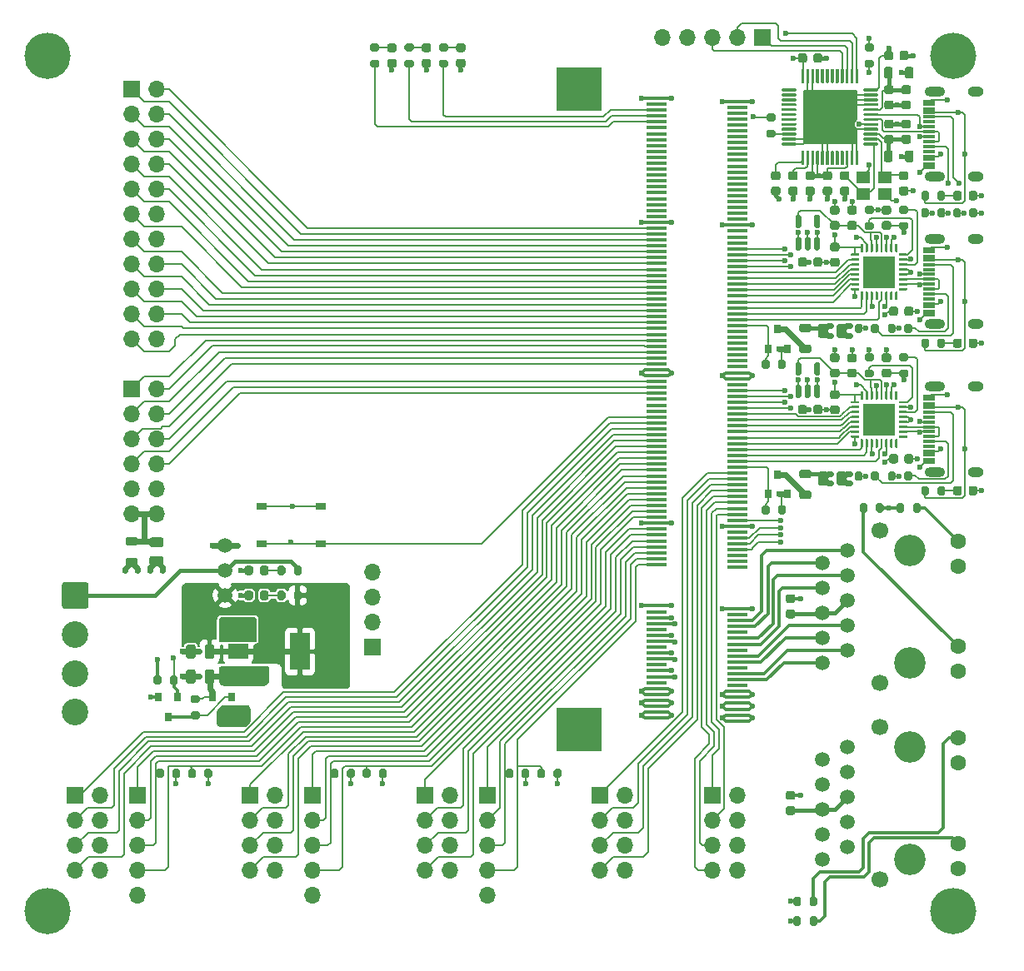
<source format=gbr>
%TF.GenerationSoftware,KiCad,Pcbnew,(5.1.9-0-10_14)*%
%TF.CreationDate,2021-03-28T17:09:14+02:00*%
%TF.ProjectId,FPGA,46504741-2e6b-4696-9361-645f70636258,rev?*%
%TF.SameCoordinates,Original*%
%TF.FileFunction,Copper,L1,Top*%
%TF.FilePolarity,Positive*%
%FSLAX46Y46*%
G04 Gerber Fmt 4.6, Leading zero omitted, Abs format (unit mm)*
G04 Created by KiCad (PCBNEW (5.1.9-0-10_14)) date 2021-03-28 17:09:14*
%MOMM*%
%LPD*%
G01*
G04 APERTURE LIST*
%TA.AperFunction,SMDPad,CuDef*%
%ADD10R,0.800000X0.900000*%
%TD*%
%TA.AperFunction,SMDPad,CuDef*%
%ADD11R,1.000000X0.750000*%
%TD*%
%TA.AperFunction,SMDPad,CuDef*%
%ADD12R,1.150000X0.300000*%
%TD*%
%TA.AperFunction,ComponentPad*%
%ADD13O,1.600000X1.000000*%
%TD*%
%TA.AperFunction,ComponentPad*%
%ADD14O,2.100000X1.000000*%
%TD*%
%TA.AperFunction,ComponentPad*%
%ADD15O,1.700000X1.700000*%
%TD*%
%TA.AperFunction,ComponentPad*%
%ADD16R,1.700000X1.700000*%
%TD*%
%TA.AperFunction,SMDPad,CuDef*%
%ADD17C,1.500000*%
%TD*%
%TA.AperFunction,SMDPad,CuDef*%
%ADD18R,2.000000X1.500000*%
%TD*%
%TA.AperFunction,SMDPad,CuDef*%
%ADD19R,2.000000X3.800000*%
%TD*%
%TA.AperFunction,SMDPad,CuDef*%
%ADD20R,1.400000X1.200000*%
%TD*%
%TA.AperFunction,ComponentPad*%
%ADD21C,3.200000*%
%TD*%
%TA.AperFunction,ComponentPad*%
%ADD22C,1.700000*%
%TD*%
%TA.AperFunction,ComponentPad*%
%ADD23C,1.500000*%
%TD*%
%TA.AperFunction,ComponentPad*%
%ADD24C,1.600000*%
%TD*%
%TA.AperFunction,SMDPad,CuDef*%
%ADD25R,2.000000X0.350000*%
%TD*%
%TA.AperFunction,SMDPad,CuDef*%
%ADD26R,4.600000X4.500000*%
%TD*%
%TA.AperFunction,SMDPad,CuDef*%
%ADD27R,3.300000X3.300000*%
%TD*%
%TA.AperFunction,ComponentPad*%
%ADD28C,4.700000*%
%TD*%
%TA.AperFunction,ComponentPad*%
%ADD29C,2.700000*%
%TD*%
%TA.AperFunction,ViaPad*%
%ADD30C,0.600000*%
%TD*%
%TA.AperFunction,Conductor*%
%ADD31C,0.600000*%
%TD*%
%TA.AperFunction,Conductor*%
%ADD32C,0.200000*%
%TD*%
%TA.AperFunction,Conductor*%
%ADD33C,0.300000*%
%TD*%
%TA.AperFunction,Conductor*%
%ADD34C,0.400000*%
%TD*%
%TA.AperFunction,Conductor*%
%ADD35C,0.190500*%
%TD*%
%TA.AperFunction,Conductor*%
%ADD36C,0.100000*%
%TD*%
%TA.AperFunction,Conductor*%
%ADD37C,0.254000*%
%TD*%
G04 APERTURE END LIST*
%TO.P,R206,2*%
%TO.N,/USB2_ENABLE*%
%TA.AperFunction,SMDPad,CuDef*%
G36*
G01*
X177375000Y-99925000D02*
X177375000Y-100475000D01*
G75*
G02*
X177175000Y-100675000I-200000J0D01*
G01*
X176775000Y-100675000D01*
G75*
G02*
X176575000Y-100475000I0J200000D01*
G01*
X176575000Y-99925000D01*
G75*
G02*
X176775000Y-99725000I200000J0D01*
G01*
X177175000Y-99725000D01*
G75*
G02*
X177375000Y-99925000I0J-200000D01*
G01*
G37*
%TD.AperFunction*%
%TO.P,R206,1*%
%TO.N,+3V3*%
%TA.AperFunction,SMDPad,CuDef*%
G36*
G01*
X179025000Y-99925000D02*
X179025000Y-100475000D01*
G75*
G02*
X178825000Y-100675000I-200000J0D01*
G01*
X178425000Y-100675000D01*
G75*
G02*
X178225000Y-100475000I0J200000D01*
G01*
X178225000Y-99925000D01*
G75*
G02*
X178425000Y-99725000I200000J0D01*
G01*
X178825000Y-99725000D01*
G75*
G02*
X179025000Y-99925000I0J-200000D01*
G01*
G37*
%TD.AperFunction*%
%TD*%
%TO.P,R106,2*%
%TO.N,/USB1_ENABLE*%
%TA.AperFunction,SMDPad,CuDef*%
G36*
G01*
X177375000Y-85125000D02*
X177375000Y-85675000D01*
G75*
G02*
X177175000Y-85875000I-200000J0D01*
G01*
X176775000Y-85875000D01*
G75*
G02*
X176575000Y-85675000I0J200000D01*
G01*
X176575000Y-85125000D01*
G75*
G02*
X176775000Y-84925000I200000J0D01*
G01*
X177175000Y-84925000D01*
G75*
G02*
X177375000Y-85125000I0J-200000D01*
G01*
G37*
%TD.AperFunction*%
%TO.P,R106,1*%
%TO.N,+3V3*%
%TA.AperFunction,SMDPad,CuDef*%
G36*
G01*
X179025000Y-85125000D02*
X179025000Y-85675000D01*
G75*
G02*
X178825000Y-85875000I-200000J0D01*
G01*
X178425000Y-85875000D01*
G75*
G02*
X178225000Y-85675000I0J200000D01*
G01*
X178225000Y-85125000D01*
G75*
G02*
X178425000Y-84925000I200000J0D01*
G01*
X178825000Y-84925000D01*
G75*
G02*
X179025000Y-85125000I0J-200000D01*
G01*
G37*
%TD.AperFunction*%
%TD*%
D10*
%TO.P,Q201,3*%
%TO.N,Net-(L201-Pad1)*%
X178200000Y-96600000D03*
%TO.P,Q201,2*%
%TO.N,+3V3*%
X179150000Y-98600000D03*
%TO.P,Q201,1*%
%TO.N,/USB2_ENABLE*%
X177250000Y-98600000D03*
%TD*%
%TO.P,Q101,3*%
%TO.N,Net-(L101-Pad1)*%
X178200000Y-81800000D03*
%TO.P,Q101,2*%
%TO.N,+3V3*%
X179150000Y-83800000D03*
%TO.P,Q101,1*%
%TO.N,/USB1_ENABLE*%
X177250000Y-83800000D03*
%TD*%
D11*
%TO.P,SW1,2*%
%TO.N,/FPGA_EN*%
X131750000Y-103625000D03*
X125750000Y-103625000D03*
%TO.P,SW1,1*%
%TO.N,GND*%
X131750000Y-99875000D03*
X125750000Y-99875000D03*
%TD*%
%TO.P,R7,2*%
%TO.N,/FPGA_EN*%
%TA.AperFunction,SMDPad,CuDef*%
G36*
G01*
X116425000Y-117775000D02*
X116425000Y-117225000D01*
G75*
G02*
X116625000Y-117025000I200000J0D01*
G01*
X117025000Y-117025000D01*
G75*
G02*
X117225000Y-117225000I0J-200000D01*
G01*
X117225000Y-117775000D01*
G75*
G02*
X117025000Y-117975000I-200000J0D01*
G01*
X116625000Y-117975000D01*
G75*
G02*
X116425000Y-117775000I0J200000D01*
G01*
G37*
%TD.AperFunction*%
%TO.P,R7,1*%
%TO.N,+3V3*%
%TA.AperFunction,SMDPad,CuDef*%
G36*
G01*
X114775000Y-117775000D02*
X114775000Y-117225000D01*
G75*
G02*
X114975000Y-117025000I200000J0D01*
G01*
X115375000Y-117025000D01*
G75*
G02*
X115575000Y-117225000I0J-200000D01*
G01*
X115575000Y-117775000D01*
G75*
G02*
X115375000Y-117975000I-200000J0D01*
G01*
X114975000Y-117975000D01*
G75*
G02*
X114775000Y-117775000I0J200000D01*
G01*
G37*
%TD.AperFunction*%
%TD*%
%TO.P,R6,2*%
%TO.N,Net-(Q1-Pad3)*%
%TA.AperFunction,SMDPad,CuDef*%
G36*
G01*
X118725000Y-120675000D02*
X119275000Y-120675000D01*
G75*
G02*
X119475000Y-120875000I0J-200000D01*
G01*
X119475000Y-121275000D01*
G75*
G02*
X119275000Y-121475000I-200000J0D01*
G01*
X118725000Y-121475000D01*
G75*
G02*
X118525000Y-121275000I0J200000D01*
G01*
X118525000Y-120875000D01*
G75*
G02*
X118725000Y-120675000I200000J0D01*
G01*
G37*
%TD.AperFunction*%
%TO.P,R6,1*%
%TO.N,+5V*%
%TA.AperFunction,SMDPad,CuDef*%
G36*
G01*
X118725000Y-119025000D02*
X119275000Y-119025000D01*
G75*
G02*
X119475000Y-119225000I0J-200000D01*
G01*
X119475000Y-119625000D01*
G75*
G02*
X119275000Y-119825000I-200000J0D01*
G01*
X118725000Y-119825000D01*
G75*
G02*
X118525000Y-119625000I0J200000D01*
G01*
X118525000Y-119225000D01*
G75*
G02*
X118725000Y-119025000I200000J0D01*
G01*
G37*
%TD.AperFunction*%
%TD*%
D10*
%TO.P,Q2,3*%
%TO.N,/5V_FPGA*%
X121750000Y-121250000D03*
%TO.P,Q2,2*%
%TO.N,+5V*%
X120800000Y-119250000D03*
%TO.P,Q2,1*%
%TO.N,Net-(Q1-Pad3)*%
X122700000Y-119250000D03*
%TD*%
%TO.P,Q1,3*%
%TO.N,Net-(Q1-Pad3)*%
X116250000Y-121250000D03*
%TO.P,Q1,2*%
%TO.N,GND*%
X115300000Y-119250000D03*
%TO.P,Q1,1*%
%TO.N,/FPGA_EN*%
X117200000Y-119250000D03*
%TD*%
%TO.P,R5,2*%
%TO.N,Net-(D5-Pad2)*%
%TA.AperFunction,SMDPad,CuDef*%
G36*
G01*
X137525000Y-53575000D02*
X136975000Y-53575000D01*
G75*
G02*
X136775000Y-53375000I0J200000D01*
G01*
X136775000Y-52975000D01*
G75*
G02*
X136975000Y-52775000I200000J0D01*
G01*
X137525000Y-52775000D01*
G75*
G02*
X137725000Y-52975000I0J-200000D01*
G01*
X137725000Y-53375000D01*
G75*
G02*
X137525000Y-53575000I-200000J0D01*
G01*
G37*
%TD.AperFunction*%
%TO.P,R5,1*%
%TO.N,/LED3*%
%TA.AperFunction,SMDPad,CuDef*%
G36*
G01*
X137525000Y-55225000D02*
X136975000Y-55225000D01*
G75*
G02*
X136775000Y-55025000I0J200000D01*
G01*
X136775000Y-54625000D01*
G75*
G02*
X136975000Y-54425000I200000J0D01*
G01*
X137525000Y-54425000D01*
G75*
G02*
X137725000Y-54625000I0J-200000D01*
G01*
X137725000Y-55025000D01*
G75*
G02*
X137525000Y-55225000I-200000J0D01*
G01*
G37*
%TD.AperFunction*%
%TD*%
%TO.P,R4,2*%
%TO.N,Net-(D4-Pad2)*%
%TA.AperFunction,SMDPad,CuDef*%
G36*
G01*
X141025000Y-53575000D02*
X140475000Y-53575000D01*
G75*
G02*
X140275000Y-53375000I0J200000D01*
G01*
X140275000Y-52975000D01*
G75*
G02*
X140475000Y-52775000I200000J0D01*
G01*
X141025000Y-52775000D01*
G75*
G02*
X141225000Y-52975000I0J-200000D01*
G01*
X141225000Y-53375000D01*
G75*
G02*
X141025000Y-53575000I-200000J0D01*
G01*
G37*
%TD.AperFunction*%
%TO.P,R4,1*%
%TO.N,/LED2*%
%TA.AperFunction,SMDPad,CuDef*%
G36*
G01*
X141025000Y-55225000D02*
X140475000Y-55225000D01*
G75*
G02*
X140275000Y-55025000I0J200000D01*
G01*
X140275000Y-54625000D01*
G75*
G02*
X140475000Y-54425000I200000J0D01*
G01*
X141025000Y-54425000D01*
G75*
G02*
X141225000Y-54625000I0J-200000D01*
G01*
X141225000Y-55025000D01*
G75*
G02*
X141025000Y-55225000I-200000J0D01*
G01*
G37*
%TD.AperFunction*%
%TD*%
%TO.P,R3,2*%
%TO.N,Net-(D3-Pad2)*%
%TA.AperFunction,SMDPad,CuDef*%
G36*
G01*
X144525000Y-53575000D02*
X143975000Y-53575000D01*
G75*
G02*
X143775000Y-53375000I0J200000D01*
G01*
X143775000Y-52975000D01*
G75*
G02*
X143975000Y-52775000I200000J0D01*
G01*
X144525000Y-52775000D01*
G75*
G02*
X144725000Y-52975000I0J-200000D01*
G01*
X144725000Y-53375000D01*
G75*
G02*
X144525000Y-53575000I-200000J0D01*
G01*
G37*
%TD.AperFunction*%
%TO.P,R3,1*%
%TO.N,/LED1*%
%TA.AperFunction,SMDPad,CuDef*%
G36*
G01*
X144525000Y-55225000D02*
X143975000Y-55225000D01*
G75*
G02*
X143775000Y-55025000I0J200000D01*
G01*
X143775000Y-54625000D01*
G75*
G02*
X143975000Y-54425000I200000J0D01*
G01*
X144525000Y-54425000D01*
G75*
G02*
X144725000Y-54625000I0J-200000D01*
G01*
X144725000Y-55025000D01*
G75*
G02*
X144525000Y-55225000I-200000J0D01*
G01*
G37*
%TD.AperFunction*%
%TD*%
%TO.P,D5,2*%
%TO.N,Net-(D5-Pad2)*%
%TA.AperFunction,SMDPad,CuDef*%
G36*
G01*
X139256250Y-53650000D02*
X138743750Y-53650000D01*
G75*
G02*
X138525000Y-53431250I0J218750D01*
G01*
X138525000Y-52993750D01*
G75*
G02*
X138743750Y-52775000I218750J0D01*
G01*
X139256250Y-52775000D01*
G75*
G02*
X139475000Y-52993750I0J-218750D01*
G01*
X139475000Y-53431250D01*
G75*
G02*
X139256250Y-53650000I-218750J0D01*
G01*
G37*
%TD.AperFunction*%
%TO.P,D5,1*%
%TO.N,GND*%
%TA.AperFunction,SMDPad,CuDef*%
G36*
G01*
X139256250Y-55225000D02*
X138743750Y-55225000D01*
G75*
G02*
X138525000Y-55006250I0J218750D01*
G01*
X138525000Y-54568750D01*
G75*
G02*
X138743750Y-54350000I218750J0D01*
G01*
X139256250Y-54350000D01*
G75*
G02*
X139475000Y-54568750I0J-218750D01*
G01*
X139475000Y-55006250D01*
G75*
G02*
X139256250Y-55225000I-218750J0D01*
G01*
G37*
%TD.AperFunction*%
%TD*%
%TO.P,D4,2*%
%TO.N,Net-(D4-Pad2)*%
%TA.AperFunction,SMDPad,CuDef*%
G36*
G01*
X142756250Y-53650000D02*
X142243750Y-53650000D01*
G75*
G02*
X142025000Y-53431250I0J218750D01*
G01*
X142025000Y-52993750D01*
G75*
G02*
X142243750Y-52775000I218750J0D01*
G01*
X142756250Y-52775000D01*
G75*
G02*
X142975000Y-52993750I0J-218750D01*
G01*
X142975000Y-53431250D01*
G75*
G02*
X142756250Y-53650000I-218750J0D01*
G01*
G37*
%TD.AperFunction*%
%TO.P,D4,1*%
%TO.N,GND*%
%TA.AperFunction,SMDPad,CuDef*%
G36*
G01*
X142756250Y-55225000D02*
X142243750Y-55225000D01*
G75*
G02*
X142025000Y-55006250I0J218750D01*
G01*
X142025000Y-54568750D01*
G75*
G02*
X142243750Y-54350000I218750J0D01*
G01*
X142756250Y-54350000D01*
G75*
G02*
X142975000Y-54568750I0J-218750D01*
G01*
X142975000Y-55006250D01*
G75*
G02*
X142756250Y-55225000I-218750J0D01*
G01*
G37*
%TD.AperFunction*%
%TD*%
%TO.P,D3,2*%
%TO.N,Net-(D3-Pad2)*%
%TA.AperFunction,SMDPad,CuDef*%
G36*
G01*
X146256250Y-53650000D02*
X145743750Y-53650000D01*
G75*
G02*
X145525000Y-53431250I0J218750D01*
G01*
X145525000Y-52993750D01*
G75*
G02*
X145743750Y-52775000I218750J0D01*
G01*
X146256250Y-52775000D01*
G75*
G02*
X146475000Y-52993750I0J-218750D01*
G01*
X146475000Y-53431250D01*
G75*
G02*
X146256250Y-53650000I-218750J0D01*
G01*
G37*
%TD.AperFunction*%
%TO.P,D3,1*%
%TO.N,GND*%
%TA.AperFunction,SMDPad,CuDef*%
G36*
G01*
X146256250Y-55225000D02*
X145743750Y-55225000D01*
G75*
G02*
X145525000Y-55006250I0J218750D01*
G01*
X145525000Y-54568750D01*
G75*
G02*
X145743750Y-54350000I218750J0D01*
G01*
X146256250Y-54350000D01*
G75*
G02*
X146475000Y-54568750I0J-218750D01*
G01*
X146475000Y-55006250D01*
G75*
G02*
X146256250Y-55225000I-218750J0D01*
G01*
G37*
%TD.AperFunction*%
%TD*%
%TO.P,U501,48*%
%TO.N,GND*%
%TA.AperFunction,SMDPad,CuDef*%
G36*
G01*
X186400000Y-63750000D02*
X186400000Y-65075000D01*
G75*
G02*
X186325000Y-65150000I-75000J0D01*
G01*
X186175000Y-65150000D01*
G75*
G02*
X186100000Y-65075000I0J75000D01*
G01*
X186100000Y-63750000D01*
G75*
G02*
X186175000Y-63675000I75000J0D01*
G01*
X186325000Y-63675000D01*
G75*
G02*
X186400000Y-63750000I0J-75000D01*
G01*
G37*
%TD.AperFunction*%
%TO.P,U501,47*%
%TA.AperFunction,SMDPad,CuDef*%
G36*
G01*
X185900000Y-63750000D02*
X185900000Y-65075000D01*
G75*
G02*
X185825000Y-65150000I-75000J0D01*
G01*
X185675000Y-65150000D01*
G75*
G02*
X185600000Y-65075000I0J75000D01*
G01*
X185600000Y-63750000D01*
G75*
G02*
X185675000Y-63675000I75000J0D01*
G01*
X185825000Y-63675000D01*
G75*
G02*
X185900000Y-63750000I0J-75000D01*
G01*
G37*
%TD.AperFunction*%
%TO.P,U501,46*%
%TO.N,+3V3*%
%TA.AperFunction,SMDPad,CuDef*%
G36*
G01*
X185400000Y-63750000D02*
X185400000Y-65075000D01*
G75*
G02*
X185325000Y-65150000I-75000J0D01*
G01*
X185175000Y-65150000D01*
G75*
G02*
X185100000Y-65075000I0J75000D01*
G01*
X185100000Y-63750000D01*
G75*
G02*
X185175000Y-63675000I75000J0D01*
G01*
X185325000Y-63675000D01*
G75*
G02*
X185400000Y-63750000I0J-75000D01*
G01*
G37*
%TD.AperFunction*%
%TO.P,U501,45*%
%TO.N,Net-(U501-Pad45)*%
%TA.AperFunction,SMDPad,CuDef*%
G36*
G01*
X184900000Y-63750000D02*
X184900000Y-65075000D01*
G75*
G02*
X184825000Y-65150000I-75000J0D01*
G01*
X184675000Y-65150000D01*
G75*
G02*
X184600000Y-65075000I0J75000D01*
G01*
X184600000Y-63750000D01*
G75*
G02*
X184675000Y-63675000I75000J0D01*
G01*
X184825000Y-63675000D01*
G75*
G02*
X184900000Y-63750000I0J-75000D01*
G01*
G37*
%TD.AperFunction*%
%TO.P,U501,44*%
%TO.N,Net-(U501-Pad44)*%
%TA.AperFunction,SMDPad,CuDef*%
G36*
G01*
X184400000Y-63750000D02*
X184400000Y-65075000D01*
G75*
G02*
X184325000Y-65150000I-75000J0D01*
G01*
X184175000Y-65150000D01*
G75*
G02*
X184100000Y-65075000I0J75000D01*
G01*
X184100000Y-63750000D01*
G75*
G02*
X184175000Y-63675000I75000J0D01*
G01*
X184325000Y-63675000D01*
G75*
G02*
X184400000Y-63750000I0J-75000D01*
G01*
G37*
%TD.AperFunction*%
%TO.P,U501,43*%
%TO.N,Net-(U501-Pad43)*%
%TA.AperFunction,SMDPad,CuDef*%
G36*
G01*
X183900000Y-63750000D02*
X183900000Y-65075000D01*
G75*
G02*
X183825000Y-65150000I-75000J0D01*
G01*
X183675000Y-65150000D01*
G75*
G02*
X183600000Y-65075000I0J75000D01*
G01*
X183600000Y-63750000D01*
G75*
G02*
X183675000Y-63675000I75000J0D01*
G01*
X183825000Y-63675000D01*
G75*
G02*
X183900000Y-63750000I0J-75000D01*
G01*
G37*
%TD.AperFunction*%
%TO.P,U501,42*%
%TO.N,GND*%
%TA.AperFunction,SMDPad,CuDef*%
G36*
G01*
X183400000Y-63750000D02*
X183400000Y-65075000D01*
G75*
G02*
X183325000Y-65150000I-75000J0D01*
G01*
X183175000Y-65150000D01*
G75*
G02*
X183100000Y-65075000I0J75000D01*
G01*
X183100000Y-63750000D01*
G75*
G02*
X183175000Y-63675000I75000J0D01*
G01*
X183325000Y-63675000D01*
G75*
G02*
X183400000Y-63750000I0J-75000D01*
G01*
G37*
%TD.AperFunction*%
%TO.P,U501,41*%
%TA.AperFunction,SMDPad,CuDef*%
G36*
G01*
X182900000Y-63750000D02*
X182900000Y-65075000D01*
G75*
G02*
X182825000Y-65150000I-75000J0D01*
G01*
X182675000Y-65150000D01*
G75*
G02*
X182600000Y-65075000I0J75000D01*
G01*
X182600000Y-63750000D01*
G75*
G02*
X182675000Y-63675000I75000J0D01*
G01*
X182825000Y-63675000D01*
G75*
G02*
X182900000Y-63750000I0J-75000D01*
G01*
G37*
%TD.AperFunction*%
%TO.P,U501,40*%
%TO.N,+3V3*%
%TA.AperFunction,SMDPad,CuDef*%
G36*
G01*
X182400000Y-63750000D02*
X182400000Y-65075000D01*
G75*
G02*
X182325000Y-65150000I-75000J0D01*
G01*
X182175000Y-65150000D01*
G75*
G02*
X182100000Y-65075000I0J75000D01*
G01*
X182100000Y-63750000D01*
G75*
G02*
X182175000Y-63675000I75000J0D01*
G01*
X182325000Y-63675000D01*
G75*
G02*
X182400000Y-63750000I0J-75000D01*
G01*
G37*
%TD.AperFunction*%
%TO.P,U501,39*%
%TA.AperFunction,SMDPad,CuDef*%
G36*
G01*
X181900000Y-63750000D02*
X181900000Y-65075000D01*
G75*
G02*
X181825000Y-65150000I-75000J0D01*
G01*
X181675000Y-65150000D01*
G75*
G02*
X181600000Y-65075000I0J75000D01*
G01*
X181600000Y-63750000D01*
G75*
G02*
X181675000Y-63675000I75000J0D01*
G01*
X181825000Y-63675000D01*
G75*
G02*
X181900000Y-63750000I0J-75000D01*
G01*
G37*
%TD.AperFunction*%
%TO.P,U501,38*%
%TO.N,/Debug/VCORE*%
%TA.AperFunction,SMDPad,CuDef*%
G36*
G01*
X181400000Y-63750000D02*
X181400000Y-65075000D01*
G75*
G02*
X181325000Y-65150000I-75000J0D01*
G01*
X181175000Y-65150000D01*
G75*
G02*
X181100000Y-65075000I0J75000D01*
G01*
X181100000Y-63750000D01*
G75*
G02*
X181175000Y-63675000I75000J0D01*
G01*
X181325000Y-63675000D01*
G75*
G02*
X181400000Y-63750000I0J-75000D01*
G01*
G37*
%TD.AperFunction*%
%TO.P,U501,37*%
%TO.N,/Debug/VCA*%
%TA.AperFunction,SMDPad,CuDef*%
G36*
G01*
X180900000Y-63750000D02*
X180900000Y-65075000D01*
G75*
G02*
X180825000Y-65150000I-75000J0D01*
G01*
X180675000Y-65150000D01*
G75*
G02*
X180600000Y-65075000I0J75000D01*
G01*
X180600000Y-63750000D01*
G75*
G02*
X180675000Y-63675000I75000J0D01*
G01*
X180825000Y-63675000D01*
G75*
G02*
X180900000Y-63750000I0J-75000D01*
G01*
G37*
%TD.AperFunction*%
%TO.P,U501,36*%
%TO.N,GND*%
%TA.AperFunction,SMDPad,CuDef*%
G36*
G01*
X180075000Y-62925000D02*
X180075000Y-63075000D01*
G75*
G02*
X180000000Y-63150000I-75000J0D01*
G01*
X178675000Y-63150000D01*
G75*
G02*
X178600000Y-63075000I0J75000D01*
G01*
X178600000Y-62925000D01*
G75*
G02*
X178675000Y-62850000I75000J0D01*
G01*
X180000000Y-62850000D01*
G75*
G02*
X180075000Y-62925000I0J-75000D01*
G01*
G37*
%TD.AperFunction*%
%TO.P,U501,35*%
%TA.AperFunction,SMDPad,CuDef*%
G36*
G01*
X180075000Y-62425000D02*
X180075000Y-62575000D01*
G75*
G02*
X180000000Y-62650000I-75000J0D01*
G01*
X178675000Y-62650000D01*
G75*
G02*
X178600000Y-62575000I0J75000D01*
G01*
X178600000Y-62425000D01*
G75*
G02*
X178675000Y-62350000I75000J0D01*
G01*
X180000000Y-62350000D01*
G75*
G02*
X180075000Y-62425000I0J-75000D01*
G01*
G37*
%TD.AperFunction*%
%TO.P,U501,34*%
%TO.N,Net-(R509-Pad2)*%
%TA.AperFunction,SMDPad,CuDef*%
G36*
G01*
X180075000Y-61925000D02*
X180075000Y-62075000D01*
G75*
G02*
X180000000Y-62150000I-75000J0D01*
G01*
X178675000Y-62150000D01*
G75*
G02*
X178600000Y-62075000I0J75000D01*
G01*
X178600000Y-61925000D01*
G75*
G02*
X178675000Y-61850000I75000J0D01*
G01*
X180000000Y-61850000D01*
G75*
G02*
X180075000Y-61925000I0J-75000D01*
G01*
G37*
%TD.AperFunction*%
%TO.P,U501,33*%
%TO.N,Net-(U501-Pad33)*%
%TA.AperFunction,SMDPad,CuDef*%
G36*
G01*
X180075000Y-61425000D02*
X180075000Y-61575000D01*
G75*
G02*
X180000000Y-61650000I-75000J0D01*
G01*
X178675000Y-61650000D01*
G75*
G02*
X178600000Y-61575000I0J75000D01*
G01*
X178600000Y-61425000D01*
G75*
G02*
X178675000Y-61350000I75000J0D01*
G01*
X180000000Y-61350000D01*
G75*
G02*
X180075000Y-61425000I0J-75000D01*
G01*
G37*
%TD.AperFunction*%
%TO.P,U501,32*%
%TO.N,Net-(U501-Pad32)*%
%TA.AperFunction,SMDPad,CuDef*%
G36*
G01*
X180075000Y-60925000D02*
X180075000Y-61075000D01*
G75*
G02*
X180000000Y-61150000I-75000J0D01*
G01*
X178675000Y-61150000D01*
G75*
G02*
X178600000Y-61075000I0J75000D01*
G01*
X178600000Y-60925000D01*
G75*
G02*
X178675000Y-60850000I75000J0D01*
G01*
X180000000Y-60850000D01*
G75*
G02*
X180075000Y-60925000I0J-75000D01*
G01*
G37*
%TD.AperFunction*%
%TO.P,U501,31*%
%TO.N,Net-(U501-Pad31)*%
%TA.AperFunction,SMDPad,CuDef*%
G36*
G01*
X180075000Y-60425000D02*
X180075000Y-60575000D01*
G75*
G02*
X180000000Y-60650000I-75000J0D01*
G01*
X178675000Y-60650000D01*
G75*
G02*
X178600000Y-60575000I0J75000D01*
G01*
X178600000Y-60425000D01*
G75*
G02*
X178675000Y-60350000I75000J0D01*
G01*
X180000000Y-60350000D01*
G75*
G02*
X180075000Y-60425000I0J-75000D01*
G01*
G37*
%TD.AperFunction*%
%TO.P,U501,30*%
%TO.N,Net-(U501-Pad30)*%
%TA.AperFunction,SMDPad,CuDef*%
G36*
G01*
X180075000Y-59925000D02*
X180075000Y-60075000D01*
G75*
G02*
X180000000Y-60150000I-75000J0D01*
G01*
X178675000Y-60150000D01*
G75*
G02*
X178600000Y-60075000I0J75000D01*
G01*
X178600000Y-59925000D01*
G75*
G02*
X178675000Y-59850000I75000J0D01*
G01*
X180000000Y-59850000D01*
G75*
G02*
X180075000Y-59925000I0J-75000D01*
G01*
G37*
%TD.AperFunction*%
%TO.P,U501,29*%
%TO.N,Net-(U501-Pad29)*%
%TA.AperFunction,SMDPad,CuDef*%
G36*
G01*
X180075000Y-59425000D02*
X180075000Y-59575000D01*
G75*
G02*
X180000000Y-59650000I-75000J0D01*
G01*
X178675000Y-59650000D01*
G75*
G02*
X178600000Y-59575000I0J75000D01*
G01*
X178600000Y-59425000D01*
G75*
G02*
X178675000Y-59350000I75000J0D01*
G01*
X180000000Y-59350000D01*
G75*
G02*
X180075000Y-59425000I0J-75000D01*
G01*
G37*
%TD.AperFunction*%
%TO.P,U501,28*%
%TO.N,Net-(U501-Pad28)*%
%TA.AperFunction,SMDPad,CuDef*%
G36*
G01*
X180075000Y-58925000D02*
X180075000Y-59075000D01*
G75*
G02*
X180000000Y-59150000I-75000J0D01*
G01*
X178675000Y-59150000D01*
G75*
G02*
X178600000Y-59075000I0J75000D01*
G01*
X178600000Y-58925000D01*
G75*
G02*
X178675000Y-58850000I75000J0D01*
G01*
X180000000Y-58850000D01*
G75*
G02*
X180075000Y-58925000I0J-75000D01*
G01*
G37*
%TD.AperFunction*%
%TO.P,U501,27*%
%TO.N,Net-(U501-Pad27)*%
%TA.AperFunction,SMDPad,CuDef*%
G36*
G01*
X180075000Y-58425000D02*
X180075000Y-58575000D01*
G75*
G02*
X180000000Y-58650000I-75000J0D01*
G01*
X178675000Y-58650000D01*
G75*
G02*
X178600000Y-58575000I0J75000D01*
G01*
X178600000Y-58425000D01*
G75*
G02*
X178675000Y-58350000I75000J0D01*
G01*
X180000000Y-58350000D01*
G75*
G02*
X180075000Y-58425000I0J-75000D01*
G01*
G37*
%TD.AperFunction*%
%TO.P,U501,26*%
%TO.N,Net-(U501-Pad26)*%
%TA.AperFunction,SMDPad,CuDef*%
G36*
G01*
X180075000Y-57925000D02*
X180075000Y-58075000D01*
G75*
G02*
X180000000Y-58150000I-75000J0D01*
G01*
X178675000Y-58150000D01*
G75*
G02*
X178600000Y-58075000I0J75000D01*
G01*
X178600000Y-57925000D01*
G75*
G02*
X178675000Y-57850000I75000J0D01*
G01*
X180000000Y-57850000D01*
G75*
G02*
X180075000Y-57925000I0J-75000D01*
G01*
G37*
%TD.AperFunction*%
%TO.P,U501,25*%
%TO.N,Net-(U501-Pad25)*%
%TA.AperFunction,SMDPad,CuDef*%
G36*
G01*
X180075000Y-57425000D02*
X180075000Y-57575000D01*
G75*
G02*
X180000000Y-57650000I-75000J0D01*
G01*
X178675000Y-57650000D01*
G75*
G02*
X178600000Y-57575000I0J75000D01*
G01*
X178600000Y-57425000D01*
G75*
G02*
X178675000Y-57350000I75000J0D01*
G01*
X180000000Y-57350000D01*
G75*
G02*
X180075000Y-57425000I0J-75000D01*
G01*
G37*
%TD.AperFunction*%
%TO.P,U501,24*%
%TO.N,+3V3*%
%TA.AperFunction,SMDPad,CuDef*%
G36*
G01*
X180900000Y-55425000D02*
X180900000Y-56750000D01*
G75*
G02*
X180825000Y-56825000I-75000J0D01*
G01*
X180675000Y-56825000D01*
G75*
G02*
X180600000Y-56750000I0J75000D01*
G01*
X180600000Y-55425000D01*
G75*
G02*
X180675000Y-55350000I75000J0D01*
G01*
X180825000Y-55350000D01*
G75*
G02*
X180900000Y-55425000I0J-75000D01*
G01*
G37*
%TD.AperFunction*%
%TO.P,U501,23*%
%TO.N,GND*%
%TA.AperFunction,SMDPad,CuDef*%
G36*
G01*
X181400000Y-55425000D02*
X181400000Y-56750000D01*
G75*
G02*
X181325000Y-56825000I-75000J0D01*
G01*
X181175000Y-56825000D01*
G75*
G02*
X181100000Y-56750000I0J75000D01*
G01*
X181100000Y-55425000D01*
G75*
G02*
X181175000Y-55350000I75000J0D01*
G01*
X181325000Y-55350000D01*
G75*
G02*
X181400000Y-55425000I0J-75000D01*
G01*
G37*
%TD.AperFunction*%
%TO.P,U501,22*%
%TA.AperFunction,SMDPad,CuDef*%
G36*
G01*
X181900000Y-55425000D02*
X181900000Y-56750000D01*
G75*
G02*
X181825000Y-56825000I-75000J0D01*
G01*
X181675000Y-56825000D01*
G75*
G02*
X181600000Y-56750000I0J75000D01*
G01*
X181600000Y-55425000D01*
G75*
G02*
X181675000Y-55350000I75000J0D01*
G01*
X181825000Y-55350000D01*
G75*
G02*
X181900000Y-55425000I0J-75000D01*
G01*
G37*
%TD.AperFunction*%
%TO.P,U501,21*%
%TO.N,Net-(U501-Pad21)*%
%TA.AperFunction,SMDPad,CuDef*%
G36*
G01*
X182400000Y-55425000D02*
X182400000Y-56750000D01*
G75*
G02*
X182325000Y-56825000I-75000J0D01*
G01*
X182175000Y-56825000D01*
G75*
G02*
X182100000Y-56750000I0J75000D01*
G01*
X182100000Y-55425000D01*
G75*
G02*
X182175000Y-55350000I75000J0D01*
G01*
X182325000Y-55350000D01*
G75*
G02*
X182400000Y-55425000I0J-75000D01*
G01*
G37*
%TD.AperFunction*%
%TO.P,U501,20*%
%TO.N,Net-(U501-Pad20)*%
%TA.AperFunction,SMDPad,CuDef*%
G36*
G01*
X182900000Y-55425000D02*
X182900000Y-56750000D01*
G75*
G02*
X182825000Y-56825000I-75000J0D01*
G01*
X182675000Y-56825000D01*
G75*
G02*
X182600000Y-56750000I0J75000D01*
G01*
X182600000Y-55425000D01*
G75*
G02*
X182675000Y-55350000I75000J0D01*
G01*
X182825000Y-55350000D01*
G75*
G02*
X182900000Y-55425000I0J-75000D01*
G01*
G37*
%TD.AperFunction*%
%TO.P,U501,19*%
%TO.N,Net-(U501-Pad19)*%
%TA.AperFunction,SMDPad,CuDef*%
G36*
G01*
X183400000Y-55425000D02*
X183400000Y-56750000D01*
G75*
G02*
X183325000Y-56825000I-75000J0D01*
G01*
X183175000Y-56825000D01*
G75*
G02*
X183100000Y-56750000I0J75000D01*
G01*
X183100000Y-55425000D01*
G75*
G02*
X183175000Y-55350000I75000J0D01*
G01*
X183325000Y-55350000D01*
G75*
G02*
X183400000Y-55425000I0J-75000D01*
G01*
G37*
%TD.AperFunction*%
%TO.P,U501,18*%
%TO.N,Net-(U501-Pad18)*%
%TA.AperFunction,SMDPad,CuDef*%
G36*
G01*
X183900000Y-55425000D02*
X183900000Y-56750000D01*
G75*
G02*
X183825000Y-56825000I-75000J0D01*
G01*
X183675000Y-56825000D01*
G75*
G02*
X183600000Y-56750000I0J75000D01*
G01*
X183600000Y-55425000D01*
G75*
G02*
X183675000Y-55350000I75000J0D01*
G01*
X183825000Y-55350000D01*
G75*
G02*
X183900000Y-55425000I0J-75000D01*
G01*
G37*
%TD.AperFunction*%
%TO.P,U501,17*%
%TO.N,Net-(U501-Pad17)*%
%TA.AperFunction,SMDPad,CuDef*%
G36*
G01*
X184400000Y-55425000D02*
X184400000Y-56750000D01*
G75*
G02*
X184325000Y-56825000I-75000J0D01*
G01*
X184175000Y-56825000D01*
G75*
G02*
X184100000Y-56750000I0J75000D01*
G01*
X184100000Y-55425000D01*
G75*
G02*
X184175000Y-55350000I75000J0D01*
G01*
X184325000Y-55350000D01*
G75*
G02*
X184400000Y-55425000I0J-75000D01*
G01*
G37*
%TD.AperFunction*%
%TO.P,U501,16*%
%TO.N,/TMS*%
%TA.AperFunction,SMDPad,CuDef*%
G36*
G01*
X184900000Y-55425000D02*
X184900000Y-56750000D01*
G75*
G02*
X184825000Y-56825000I-75000J0D01*
G01*
X184675000Y-56825000D01*
G75*
G02*
X184600000Y-56750000I0J75000D01*
G01*
X184600000Y-55425000D01*
G75*
G02*
X184675000Y-55350000I75000J0D01*
G01*
X184825000Y-55350000D01*
G75*
G02*
X184900000Y-55425000I0J-75000D01*
G01*
G37*
%TD.AperFunction*%
%TO.P,U501,15*%
%TO.N,/TDO*%
%TA.AperFunction,SMDPad,CuDef*%
G36*
G01*
X185400000Y-55425000D02*
X185400000Y-56750000D01*
G75*
G02*
X185325000Y-56825000I-75000J0D01*
G01*
X185175000Y-56825000D01*
G75*
G02*
X185100000Y-56750000I0J75000D01*
G01*
X185100000Y-55425000D01*
G75*
G02*
X185175000Y-55350000I75000J0D01*
G01*
X185325000Y-55350000D01*
G75*
G02*
X185400000Y-55425000I0J-75000D01*
G01*
G37*
%TD.AperFunction*%
%TO.P,U501,14*%
%TO.N,/TDI*%
%TA.AperFunction,SMDPad,CuDef*%
G36*
G01*
X185900000Y-55425000D02*
X185900000Y-56750000D01*
G75*
G02*
X185825000Y-56825000I-75000J0D01*
G01*
X185675000Y-56825000D01*
G75*
G02*
X185600000Y-56750000I0J75000D01*
G01*
X185600000Y-55425000D01*
G75*
G02*
X185675000Y-55350000I75000J0D01*
G01*
X185825000Y-55350000D01*
G75*
G02*
X185900000Y-55425000I0J-75000D01*
G01*
G37*
%TD.AperFunction*%
%TO.P,U501,13*%
%TO.N,/TCK*%
%TA.AperFunction,SMDPad,CuDef*%
G36*
G01*
X186400000Y-55425000D02*
X186400000Y-56750000D01*
G75*
G02*
X186325000Y-56825000I-75000J0D01*
G01*
X186175000Y-56825000D01*
G75*
G02*
X186100000Y-56750000I0J75000D01*
G01*
X186100000Y-55425000D01*
G75*
G02*
X186175000Y-55350000I75000J0D01*
G01*
X186325000Y-55350000D01*
G75*
G02*
X186400000Y-55425000I0J-75000D01*
G01*
G37*
%TD.AperFunction*%
%TO.P,U501,12*%
%TO.N,+3V3*%
%TA.AperFunction,SMDPad,CuDef*%
G36*
G01*
X188400000Y-57425000D02*
X188400000Y-57575000D01*
G75*
G02*
X188325000Y-57650000I-75000J0D01*
G01*
X187000000Y-57650000D01*
G75*
G02*
X186925000Y-57575000I0J75000D01*
G01*
X186925000Y-57425000D01*
G75*
G02*
X187000000Y-57350000I75000J0D01*
G01*
X188325000Y-57350000D01*
G75*
G02*
X188400000Y-57425000I0J-75000D01*
G01*
G37*
%TD.AperFunction*%
%TO.P,U501,11*%
%TO.N,GND*%
%TA.AperFunction,SMDPad,CuDef*%
G36*
G01*
X188400000Y-57925000D02*
X188400000Y-58075000D01*
G75*
G02*
X188325000Y-58150000I-75000J0D01*
G01*
X187000000Y-58150000D01*
G75*
G02*
X186925000Y-58075000I0J75000D01*
G01*
X186925000Y-57925000D01*
G75*
G02*
X187000000Y-57850000I75000J0D01*
G01*
X188325000Y-57850000D01*
G75*
G02*
X188400000Y-57925000I0J-75000D01*
G01*
G37*
%TD.AperFunction*%
%TO.P,U501,10*%
%TA.AperFunction,SMDPad,CuDef*%
G36*
G01*
X188400000Y-58425000D02*
X188400000Y-58575000D01*
G75*
G02*
X188325000Y-58650000I-75000J0D01*
G01*
X187000000Y-58650000D01*
G75*
G02*
X186925000Y-58575000I0J75000D01*
G01*
X186925000Y-58425000D01*
G75*
G02*
X187000000Y-58350000I75000J0D01*
G01*
X188325000Y-58350000D01*
G75*
G02*
X188400000Y-58425000I0J-75000D01*
G01*
G37*
%TD.AperFunction*%
%TO.P,U501,9*%
%TA.AperFunction,SMDPad,CuDef*%
G36*
G01*
X188400000Y-58925000D02*
X188400000Y-59075000D01*
G75*
G02*
X188325000Y-59150000I-75000J0D01*
G01*
X187000000Y-59150000D01*
G75*
G02*
X186925000Y-59075000I0J75000D01*
G01*
X186925000Y-58925000D01*
G75*
G02*
X187000000Y-58850000I75000J0D01*
G01*
X188325000Y-58850000D01*
G75*
G02*
X188400000Y-58925000I0J-75000D01*
G01*
G37*
%TD.AperFunction*%
%TO.P,U501,8*%
%TO.N,/Debug/VPLL*%
%TA.AperFunction,SMDPad,CuDef*%
G36*
G01*
X188400000Y-59425000D02*
X188400000Y-59575000D01*
G75*
G02*
X188325000Y-59650000I-75000J0D01*
G01*
X187000000Y-59650000D01*
G75*
G02*
X186925000Y-59575000I0J75000D01*
G01*
X186925000Y-59425000D01*
G75*
G02*
X187000000Y-59350000I75000J0D01*
G01*
X188325000Y-59350000D01*
G75*
G02*
X188400000Y-59425000I0J-75000D01*
G01*
G37*
%TD.AperFunction*%
%TO.P,U501,7*%
%TO.N,/Debug/D+*%
%TA.AperFunction,SMDPad,CuDef*%
G36*
G01*
X188400000Y-59925000D02*
X188400000Y-60075000D01*
G75*
G02*
X188325000Y-60150000I-75000J0D01*
G01*
X187000000Y-60150000D01*
G75*
G02*
X186925000Y-60075000I0J75000D01*
G01*
X186925000Y-59925000D01*
G75*
G02*
X187000000Y-59850000I75000J0D01*
G01*
X188325000Y-59850000D01*
G75*
G02*
X188400000Y-59925000I0J-75000D01*
G01*
G37*
%TD.AperFunction*%
%TO.P,U501,6*%
%TO.N,/Debug/D-*%
%TA.AperFunction,SMDPad,CuDef*%
G36*
G01*
X188400000Y-60425000D02*
X188400000Y-60575000D01*
G75*
G02*
X188325000Y-60650000I-75000J0D01*
G01*
X187000000Y-60650000D01*
G75*
G02*
X186925000Y-60575000I0J75000D01*
G01*
X186925000Y-60425000D01*
G75*
G02*
X187000000Y-60350000I75000J0D01*
G01*
X188325000Y-60350000D01*
G75*
G02*
X188400000Y-60425000I0J-75000D01*
G01*
G37*
%TD.AperFunction*%
%TO.P,U501,5*%
%TO.N,Net-(R508-Pad2)*%
%TA.AperFunction,SMDPad,CuDef*%
G36*
G01*
X188400000Y-60925000D02*
X188400000Y-61075000D01*
G75*
G02*
X188325000Y-61150000I-75000J0D01*
G01*
X187000000Y-61150000D01*
G75*
G02*
X186925000Y-61075000I0J75000D01*
G01*
X186925000Y-60925000D01*
G75*
G02*
X187000000Y-60850000I75000J0D01*
G01*
X188325000Y-60850000D01*
G75*
G02*
X188400000Y-60925000I0J-75000D01*
G01*
G37*
%TD.AperFunction*%
%TO.P,U501,4*%
%TO.N,GND*%
%TA.AperFunction,SMDPad,CuDef*%
G36*
G01*
X188400000Y-61425000D02*
X188400000Y-61575000D01*
G75*
G02*
X188325000Y-61650000I-75000J0D01*
G01*
X187000000Y-61650000D01*
G75*
G02*
X186925000Y-61575000I0J75000D01*
G01*
X186925000Y-61425000D01*
G75*
G02*
X187000000Y-61350000I75000J0D01*
G01*
X188325000Y-61350000D01*
G75*
G02*
X188400000Y-61425000I0J-75000D01*
G01*
G37*
%TD.AperFunction*%
%TO.P,U501,3*%
%TO.N,/Debug/VPHY*%
%TA.AperFunction,SMDPad,CuDef*%
G36*
G01*
X188400000Y-61925000D02*
X188400000Y-62075000D01*
G75*
G02*
X188325000Y-62150000I-75000J0D01*
G01*
X187000000Y-62150000D01*
G75*
G02*
X186925000Y-62075000I0J75000D01*
G01*
X186925000Y-61925000D01*
G75*
G02*
X187000000Y-61850000I75000J0D01*
G01*
X188325000Y-61850000D01*
G75*
G02*
X188400000Y-61925000I0J-75000D01*
G01*
G37*
%TD.AperFunction*%
%TO.P,U501,2*%
%TO.N,Net-(C502-Pad1)*%
%TA.AperFunction,SMDPad,CuDef*%
G36*
G01*
X188400000Y-62425000D02*
X188400000Y-62575000D01*
G75*
G02*
X188325000Y-62650000I-75000J0D01*
G01*
X187000000Y-62650000D01*
G75*
G02*
X186925000Y-62575000I0J75000D01*
G01*
X186925000Y-62425000D01*
G75*
G02*
X187000000Y-62350000I75000J0D01*
G01*
X188325000Y-62350000D01*
G75*
G02*
X188400000Y-62425000I0J-75000D01*
G01*
G37*
%TD.AperFunction*%
%TO.P,U501,1*%
%TO.N,Net-(C501-Pad1)*%
%TA.AperFunction,SMDPad,CuDef*%
G36*
G01*
X188400000Y-62925000D02*
X188400000Y-63075000D01*
G75*
G02*
X188325000Y-63150000I-75000J0D01*
G01*
X187000000Y-63150000D01*
G75*
G02*
X186925000Y-63075000I0J75000D01*
G01*
X186925000Y-62925000D01*
G75*
G02*
X187000000Y-62850000I75000J0D01*
G01*
X188325000Y-62850000D01*
G75*
G02*
X188400000Y-62925000I0J-75000D01*
G01*
G37*
%TD.AperFunction*%
%TD*%
D12*
%TO.P,J501,A12*%
%TO.N,GND*%
X193580000Y-58650000D03*
%TO.P,J501,A9*%
%TO.N,/Debug/VBUS*%
X193580000Y-59450000D03*
%TO.P,J501,B9*%
X193580000Y-64250000D03*
%TO.P,J501,B12*%
%TO.N,GND*%
X193580000Y-65050000D03*
%TO.P,J501,A1*%
X193580000Y-65350000D03*
%TO.P,J501,A4*%
%TO.N,/Debug/VBUS*%
X193580000Y-64550000D03*
%TO.P,J501,B8*%
%TO.N,Net-(J501-PadB8)*%
X193580000Y-63750000D03*
%TO.P,J501,A5*%
%TO.N,/Debug/CC1*%
X193580000Y-63250000D03*
%TO.P,J501,B7*%
%TO.N,/Debug/D-*%
X193580000Y-62750000D03*
%TO.P,J501,A6*%
%TO.N,/Debug/D+*%
X193580000Y-62250000D03*
%TO.P,J501,A7*%
%TO.N,/Debug/D-*%
X193580000Y-61750000D03*
%TO.P,J501,B6*%
%TO.N,/Debug/D+*%
X193580000Y-61250000D03*
%TO.P,J501,A8*%
%TO.N,Net-(J501-PadA8)*%
X193580000Y-60750000D03*
%TO.P,J501,B5*%
%TO.N,/Debug/CC2*%
X193580000Y-60250000D03*
%TO.P,J501,B4*%
%TO.N,/Debug/VBUS*%
X193580000Y-59750000D03*
%TO.P,J501,B1*%
%TO.N,GND*%
X193580000Y-58950000D03*
D13*
%TO.P,J501,S1*%
%TO.N,Earth*%
X198325000Y-57680000D03*
X198325000Y-66320000D03*
D14*
X194145000Y-57680000D03*
X194145000Y-66320000D03*
%TD*%
%TO.P,L2,2*%
%TO.N,/3V3_EXP*%
%TA.AperFunction,SMDPad,CuDef*%
G36*
G01*
X112916250Y-103820000D02*
X112153750Y-103820000D01*
G75*
G02*
X111935000Y-103601250I0J218750D01*
G01*
X111935000Y-103163750D01*
G75*
G02*
X112153750Y-102945000I218750J0D01*
G01*
X112916250Y-102945000D01*
G75*
G02*
X113135000Y-103163750I0J-218750D01*
G01*
X113135000Y-103601250D01*
G75*
G02*
X112916250Y-103820000I-218750J0D01*
G01*
G37*
%TD.AperFunction*%
%TO.P,L2,1*%
%TO.N,+3V3*%
%TA.AperFunction,SMDPad,CuDef*%
G36*
G01*
X112916250Y-105945000D02*
X112153750Y-105945000D01*
G75*
G02*
X111935000Y-105726250I0J218750D01*
G01*
X111935000Y-105288750D01*
G75*
G02*
X112153750Y-105070000I218750J0D01*
G01*
X112916250Y-105070000D01*
G75*
G02*
X113135000Y-105288750I0J-218750D01*
G01*
X113135000Y-105726250D01*
G75*
G02*
X112916250Y-105945000I-218750J0D01*
G01*
G37*
%TD.AperFunction*%
%TD*%
%TO.P,C3,2*%
%TO.N,GND*%
%TA.AperFunction,SMDPad,CuDef*%
G36*
G01*
X114600000Y-104895000D02*
X115550000Y-104895000D01*
G75*
G02*
X115800000Y-105145000I0J-250000D01*
G01*
X115800000Y-105645000D01*
G75*
G02*
X115550000Y-105895000I-250000J0D01*
G01*
X114600000Y-105895000D01*
G75*
G02*
X114350000Y-105645000I0J250000D01*
G01*
X114350000Y-105145000D01*
G75*
G02*
X114600000Y-104895000I250000J0D01*
G01*
G37*
%TD.AperFunction*%
%TO.P,C3,1*%
%TO.N,/3V3_EXP*%
%TA.AperFunction,SMDPad,CuDef*%
G36*
G01*
X114600000Y-102995000D02*
X115550000Y-102995000D01*
G75*
G02*
X115800000Y-103245000I0J-250000D01*
G01*
X115800000Y-103745000D01*
G75*
G02*
X115550000Y-103995000I-250000J0D01*
G01*
X114600000Y-103995000D01*
G75*
G02*
X114350000Y-103745000I0J250000D01*
G01*
X114350000Y-103245000D01*
G75*
G02*
X114600000Y-102995000I250000J0D01*
G01*
G37*
%TD.AperFunction*%
%TD*%
D15*
%TO.P,J4,12*%
%TO.N,/3V3_EXP*%
X115075000Y-100635000D03*
%TO.P,J4,11*%
X112535000Y-100635000D03*
%TO.P,J4,10*%
%TO.N,GND*%
X115075000Y-98095000D03*
%TO.P,J4,9*%
X112535000Y-98095000D03*
%TO.P,J4,8*%
%TO.N,/EXP8*%
X115075000Y-95555000D03*
%TO.P,J4,7*%
%TO.N,/EXP4*%
X112535000Y-95555000D03*
%TO.P,J4,6*%
%TO.N,/EXP7*%
X115075000Y-93015000D03*
%TO.P,J4,5*%
%TO.N,/EXP3*%
X112535000Y-93015000D03*
%TO.P,J4,4*%
%TO.N,/EXP6*%
X115075000Y-90475000D03*
%TO.P,J4,3*%
%TO.N,/EXP2*%
X112535000Y-90475000D03*
%TO.P,J4,2*%
%TO.N,/EXP5*%
X115075000Y-87935000D03*
D16*
%TO.P,J4,1*%
%TO.N,/EXP1*%
X112535000Y-87935000D03*
%TD*%
D17*
%TO.P,TP3,1*%
%TO.N,GND*%
X122060000Y-103810000D03*
%TD*%
%TO.P,TP2,1*%
%TO.N,+5V*%
X122060000Y-106350000D03*
%TD*%
%TO.P,TP1,1*%
%TO.N,+3V3*%
X122060000Y-108890000D03*
%TD*%
D15*
%TO.P,J801,22*%
%TO.N,GND*%
X115075000Y-82855000D03*
%TO.P,J801,21*%
%TO.N,/POTI_CLK*%
X112535000Y-82855000D03*
%TO.P,J801,20*%
%TO.N,/POTI_SDO*%
X115075000Y-80315000D03*
%TO.P,J801,19*%
%TO.N,/~POTI_CS*%
X112535000Y-80315000D03*
%TO.P,J801,18*%
%TO.N,/VPOT_A0*%
X115075000Y-77775000D03*
%TO.P,J801,17*%
%TO.N,/VPOT_A3*%
X112535000Y-77775000D03*
%TO.P,J801,16*%
%TO.N,/VPOT_A1*%
X115075000Y-75235000D03*
%TO.P,J801,15*%
%TO.N,/VPOT_A2*%
X112535000Y-75235000D03*
%TO.P,J801,14*%
%TO.N,GND*%
X115075000Y-72695000D03*
%TO.P,J801,13*%
%TO.N,/A*%
X112535000Y-72695000D03*
%TO.P,J801,12*%
%TO.N,GND*%
X115075000Y-70155000D03*
%TO.P,J801,11*%
%TO.N,/B*%
X112535000Y-70155000D03*
%TO.P,J801,10*%
%TO.N,/LED_DATA*%
X115075000Y-67615000D03*
%TO.P,J801,9*%
%TO.N,/~LED_SW_OE*%
X112535000Y-67615000D03*
%TO.P,J801,8*%
%TO.N,/LED_CLK*%
X115075000Y-65075000D03*
%TO.P,J801,7*%
%TO.N,/~LED_DISPLAY_OE*%
X112535000Y-65075000D03*
%TO.P,J801,6*%
%TO.N,/LED_LE*%
X115075000Y-62535000D03*
%TO.P,J801,5*%
%TO.N,/~LED_OE*%
X112535000Y-62535000D03*
%TO.P,J801,4*%
%TO.N,/~SW_SER_CE*%
X115075000Y-59995000D03*
%TO.P,J801,3*%
%TO.N,/~SW_SER_PL*%
X112535000Y-59995000D03*
%TO.P,J801,2*%
%TO.N,/SW_SER_DATA*%
X115075000Y-57455000D03*
D16*
%TO.P,J801,1*%
%TO.N,/SW_SER_CP*%
X112535000Y-57455000D03*
%TD*%
D15*
%TO.P,J602,5*%
%TO.N,GND*%
X148730000Y-139370000D03*
%TO.P,J602,4*%
%TO.N,/DAC1_SCL*%
X148730000Y-136830000D03*
%TO.P,J602,3*%
%TO.N,/DAC1_SDA*%
X148730000Y-134290000D03*
%TO.P,J602,2*%
%TO.N,/DAC1_IRQ*%
X148730000Y-131750000D03*
D16*
%TO.P,J602,1*%
%TO.N,/DAC1_Mute*%
X148730000Y-129210000D03*
%TD*%
%TO.P,R622,2*%
%TO.N,/DAC3_SCL*%
%TA.AperFunction,SMDPad,CuDef*%
G36*
G01*
X119075000Y-126725000D02*
X119075000Y-127275000D01*
G75*
G02*
X118875000Y-127475000I-200000J0D01*
G01*
X118475000Y-127475000D01*
G75*
G02*
X118275000Y-127275000I0J200000D01*
G01*
X118275000Y-126725000D01*
G75*
G02*
X118475000Y-126525000I200000J0D01*
G01*
X118875000Y-126525000D01*
G75*
G02*
X119075000Y-126725000I0J-200000D01*
G01*
G37*
%TD.AperFunction*%
%TO.P,R622,1*%
%TO.N,+3V3*%
%TA.AperFunction,SMDPad,CuDef*%
G36*
G01*
X120725000Y-126725000D02*
X120725000Y-127275000D01*
G75*
G02*
X120525000Y-127475000I-200000J0D01*
G01*
X120125000Y-127475000D01*
G75*
G02*
X119925000Y-127275000I0J200000D01*
G01*
X119925000Y-126725000D01*
G75*
G02*
X120125000Y-126525000I200000J0D01*
G01*
X120525000Y-126525000D01*
G75*
G02*
X120725000Y-126725000I0J-200000D01*
G01*
G37*
%TD.AperFunction*%
%TD*%
%TO.P,R621,2*%
%TO.N,/DAC3_SDA*%
%TA.AperFunction,SMDPad,CuDef*%
G36*
G01*
X115825000Y-126725000D02*
X115825000Y-127275000D01*
G75*
G02*
X115625000Y-127475000I-200000J0D01*
G01*
X115225000Y-127475000D01*
G75*
G02*
X115025000Y-127275000I0J200000D01*
G01*
X115025000Y-126725000D01*
G75*
G02*
X115225000Y-126525000I200000J0D01*
G01*
X115625000Y-126525000D01*
G75*
G02*
X115825000Y-126725000I0J-200000D01*
G01*
G37*
%TD.AperFunction*%
%TO.P,R621,1*%
%TO.N,+3V3*%
%TA.AperFunction,SMDPad,CuDef*%
G36*
G01*
X117475000Y-126725000D02*
X117475000Y-127275000D01*
G75*
G02*
X117275000Y-127475000I-200000J0D01*
G01*
X116875000Y-127475000D01*
G75*
G02*
X116675000Y-127275000I0J200000D01*
G01*
X116675000Y-126725000D01*
G75*
G02*
X116875000Y-126525000I200000J0D01*
G01*
X117275000Y-126525000D01*
G75*
G02*
X117475000Y-126725000I0J-200000D01*
G01*
G37*
%TD.AperFunction*%
%TD*%
%TO.P,R612,2*%
%TO.N,/DAC2_SCL*%
%TA.AperFunction,SMDPad,CuDef*%
G36*
G01*
X136825000Y-126725000D02*
X136825000Y-127275000D01*
G75*
G02*
X136625000Y-127475000I-200000J0D01*
G01*
X136225000Y-127475000D01*
G75*
G02*
X136025000Y-127275000I0J200000D01*
G01*
X136025000Y-126725000D01*
G75*
G02*
X136225000Y-126525000I200000J0D01*
G01*
X136625000Y-126525000D01*
G75*
G02*
X136825000Y-126725000I0J-200000D01*
G01*
G37*
%TD.AperFunction*%
%TO.P,R612,1*%
%TO.N,+3V3*%
%TA.AperFunction,SMDPad,CuDef*%
G36*
G01*
X138475000Y-126725000D02*
X138475000Y-127275000D01*
G75*
G02*
X138275000Y-127475000I-200000J0D01*
G01*
X137875000Y-127475000D01*
G75*
G02*
X137675000Y-127275000I0J200000D01*
G01*
X137675000Y-126725000D01*
G75*
G02*
X137875000Y-126525000I200000J0D01*
G01*
X138275000Y-126525000D01*
G75*
G02*
X138475000Y-126725000I0J-200000D01*
G01*
G37*
%TD.AperFunction*%
%TD*%
%TO.P,R611,2*%
%TO.N,/DAC2_SDA*%
%TA.AperFunction,SMDPad,CuDef*%
G36*
G01*
X133575000Y-126725000D02*
X133575000Y-127275000D01*
G75*
G02*
X133375000Y-127475000I-200000J0D01*
G01*
X132975000Y-127475000D01*
G75*
G02*
X132775000Y-127275000I0J200000D01*
G01*
X132775000Y-126725000D01*
G75*
G02*
X132975000Y-126525000I200000J0D01*
G01*
X133375000Y-126525000D01*
G75*
G02*
X133575000Y-126725000I0J-200000D01*
G01*
G37*
%TD.AperFunction*%
%TO.P,R611,1*%
%TO.N,+3V3*%
%TA.AperFunction,SMDPad,CuDef*%
G36*
G01*
X135225000Y-126725000D02*
X135225000Y-127275000D01*
G75*
G02*
X135025000Y-127475000I-200000J0D01*
G01*
X134625000Y-127475000D01*
G75*
G02*
X134425000Y-127275000I0J200000D01*
G01*
X134425000Y-126725000D01*
G75*
G02*
X134625000Y-126525000I200000J0D01*
G01*
X135025000Y-126525000D01*
G75*
G02*
X135225000Y-126725000I0J-200000D01*
G01*
G37*
%TD.AperFunction*%
%TD*%
%TO.P,R602,2*%
%TO.N,/DAC1_SCL*%
%TA.AperFunction,SMDPad,CuDef*%
G36*
G01*
X154575000Y-126725000D02*
X154575000Y-127275000D01*
G75*
G02*
X154375000Y-127475000I-200000J0D01*
G01*
X153975000Y-127475000D01*
G75*
G02*
X153775000Y-127275000I0J200000D01*
G01*
X153775000Y-126725000D01*
G75*
G02*
X153975000Y-126525000I200000J0D01*
G01*
X154375000Y-126525000D01*
G75*
G02*
X154575000Y-126725000I0J-200000D01*
G01*
G37*
%TD.AperFunction*%
%TO.P,R602,1*%
%TO.N,+3V3*%
%TA.AperFunction,SMDPad,CuDef*%
G36*
G01*
X156225000Y-126725000D02*
X156225000Y-127275000D01*
G75*
G02*
X156025000Y-127475000I-200000J0D01*
G01*
X155625000Y-127475000D01*
G75*
G02*
X155425000Y-127275000I0J200000D01*
G01*
X155425000Y-126725000D01*
G75*
G02*
X155625000Y-126525000I200000J0D01*
G01*
X156025000Y-126525000D01*
G75*
G02*
X156225000Y-126725000I0J-200000D01*
G01*
G37*
%TD.AperFunction*%
%TD*%
%TO.P,R601,2*%
%TO.N,/DAC1_SDA*%
%TA.AperFunction,SMDPad,CuDef*%
G36*
G01*
X151325000Y-126725000D02*
X151325000Y-127275000D01*
G75*
G02*
X151125000Y-127475000I-200000J0D01*
G01*
X150725000Y-127475000D01*
G75*
G02*
X150525000Y-127275000I0J200000D01*
G01*
X150525000Y-126725000D01*
G75*
G02*
X150725000Y-126525000I200000J0D01*
G01*
X151125000Y-126525000D01*
G75*
G02*
X151325000Y-126725000I0J-200000D01*
G01*
G37*
%TD.AperFunction*%
%TO.P,R601,1*%
%TO.N,+3V3*%
%TA.AperFunction,SMDPad,CuDef*%
G36*
G01*
X152975000Y-126725000D02*
X152975000Y-127275000D01*
G75*
G02*
X152775000Y-127475000I-200000J0D01*
G01*
X152375000Y-127475000D01*
G75*
G02*
X152175000Y-127275000I0J200000D01*
G01*
X152175000Y-126725000D01*
G75*
G02*
X152375000Y-126525000I200000J0D01*
G01*
X152775000Y-126525000D01*
G75*
G02*
X152975000Y-126725000I0J-200000D01*
G01*
G37*
%TD.AperFunction*%
%TD*%
D15*
%TO.P,J702,8*%
%TO.N,GND*%
X162700000Y-136830000D03*
%TO.P,J702,7*%
%TO.N,/ADC2_MCLK*%
X160160000Y-136830000D03*
%TO.P,J702,6*%
%TO.N,GND*%
X162700000Y-134290000D03*
%TO.P,J702,5*%
%TO.N,/ADC2_BCLK*%
X160160000Y-134290000D03*
%TO.P,J702,4*%
%TO.N,GND*%
X162700000Y-131750000D03*
%TO.P,J702,3*%
%TO.N,/ADC2_SDOUT*%
X160160000Y-131750000D03*
%TO.P,J702,2*%
%TO.N,GND*%
X162700000Y-129210000D03*
D16*
%TO.P,J702,1*%
%TO.N,/ADC2_LRCLK*%
X160160000Y-129210000D03*
%TD*%
D15*
%TO.P,J701,8*%
%TO.N,GND*%
X174130000Y-136830000D03*
%TO.P,J701,7*%
%TO.N,/ADC1_MCLK*%
X171590000Y-136830000D03*
%TO.P,J701,6*%
%TO.N,GND*%
X174130000Y-134290000D03*
%TO.P,J701,5*%
%TO.N,/ADC1_BCLK*%
X171590000Y-134290000D03*
%TO.P,J701,4*%
%TO.N,GND*%
X174130000Y-131750000D03*
%TO.P,J701,3*%
%TO.N,/ADC1_SDOUT*%
X171590000Y-131750000D03*
%TO.P,J701,2*%
%TO.N,GND*%
X174130000Y-129210000D03*
D16*
%TO.P,J701,1*%
%TO.N,/ADC1_LRCLK*%
X171590000Y-129210000D03*
%TD*%
D15*
%TO.P,J621,8*%
%TO.N,GND*%
X109360000Y-136830000D03*
%TO.P,J621,7*%
%TO.N,/DAC3_SDIN*%
X106820000Y-136830000D03*
%TO.P,J621,6*%
%TO.N,GND*%
X109360000Y-134290000D03*
%TO.P,J621,5*%
%TO.N,/DAC3_BCLK*%
X106820000Y-134290000D03*
%TO.P,J621,4*%
%TO.N,GND*%
X109360000Y-131750000D03*
%TO.P,J621,3*%
%TO.N,/DAC3_LRCLK*%
X106820000Y-131750000D03*
%TO.P,J621,2*%
%TO.N,GND*%
X109360000Y-129210000D03*
D16*
%TO.P,J621,1*%
%TO.N,/DAC3_MCLK*%
X106820000Y-129210000D03*
%TD*%
D15*
%TO.P,J611,8*%
%TO.N,GND*%
X127140000Y-136830000D03*
%TO.P,J611,7*%
%TO.N,/DAC2_SDIN*%
X124600000Y-136830000D03*
%TO.P,J611,6*%
%TO.N,GND*%
X127140000Y-134290000D03*
%TO.P,J611,5*%
%TO.N,/DAC2_BCLK*%
X124600000Y-134290000D03*
%TO.P,J611,4*%
%TO.N,GND*%
X127140000Y-131750000D03*
%TO.P,J611,3*%
%TO.N,/DAC2_LRCLK*%
X124600000Y-131750000D03*
%TO.P,J611,2*%
%TO.N,GND*%
X127140000Y-129210000D03*
D16*
%TO.P,J611,1*%
%TO.N,/DAC2_MCLK*%
X124600000Y-129210000D03*
%TD*%
D15*
%TO.P,J622,5*%
%TO.N,GND*%
X113170000Y-139370000D03*
%TO.P,J622,4*%
%TO.N,/DAC3_SCL*%
X113170000Y-136830000D03*
%TO.P,J622,3*%
%TO.N,/DAC3_SDA*%
X113170000Y-134290000D03*
%TO.P,J622,2*%
%TO.N,/DAC3_IRQ*%
X113170000Y-131750000D03*
D16*
%TO.P,J622,1*%
%TO.N,/DAC3_Mute*%
X113170000Y-129210000D03*
%TD*%
D15*
%TO.P,J612,5*%
%TO.N,GND*%
X130950000Y-139370000D03*
%TO.P,J612,4*%
%TO.N,/DAC2_SCL*%
X130950000Y-136830000D03*
%TO.P,J612,3*%
%TO.N,/DAC2_SDA*%
X130950000Y-134290000D03*
%TO.P,J612,2*%
%TO.N,/DAC2_IRQ*%
X130950000Y-131750000D03*
D16*
%TO.P,J612,1*%
%TO.N,/DAC2_Mute*%
X130950000Y-129210000D03*
%TD*%
D15*
%TO.P,J601,8*%
%TO.N,GND*%
X144920000Y-136830000D03*
%TO.P,J601,7*%
%TO.N,/DAC1_SDIN*%
X142380000Y-136830000D03*
%TO.P,J601,6*%
%TO.N,GND*%
X144920000Y-134290000D03*
%TO.P,J601,5*%
%TO.N,/DAC1_BCLK*%
X142380000Y-134290000D03*
%TO.P,J601,4*%
%TO.N,GND*%
X144920000Y-131750000D03*
%TO.P,J601,3*%
%TO.N,/DAC1_LRCLK*%
X142380000Y-131750000D03*
%TO.P,J601,2*%
%TO.N,GND*%
X144920000Y-129210000D03*
D16*
%TO.P,J601,1*%
%TO.N,/DAC1_MCLK*%
X142380000Y-129210000D03*
%TD*%
D18*
%TO.P,U1,1*%
%TO.N,GND*%
X123355000Y-112305000D03*
%TO.P,U1,3*%
%TO.N,+5V*%
X123355000Y-116905000D03*
%TO.P,U1,2*%
%TO.N,+3V3*%
X123355000Y-114605000D03*
D19*
X129655000Y-114605000D03*
%TD*%
%TO.P,R2,2*%
%TO.N,Net-(D2-Pad2)*%
%TA.AperFunction,SMDPad,CuDef*%
G36*
G01*
X128175000Y-108615000D02*
X128175000Y-109165000D01*
G75*
G02*
X127975000Y-109365000I-200000J0D01*
G01*
X127575000Y-109365000D01*
G75*
G02*
X127375000Y-109165000I0J200000D01*
G01*
X127375000Y-108615000D01*
G75*
G02*
X127575000Y-108415000I200000J0D01*
G01*
X127975000Y-108415000D01*
G75*
G02*
X128175000Y-108615000I0J-200000D01*
G01*
G37*
%TD.AperFunction*%
%TO.P,R2,1*%
%TO.N,+3V3*%
%TA.AperFunction,SMDPad,CuDef*%
G36*
G01*
X129825000Y-108615000D02*
X129825000Y-109165000D01*
G75*
G02*
X129625000Y-109365000I-200000J0D01*
G01*
X129225000Y-109365000D01*
G75*
G02*
X129025000Y-109165000I0J200000D01*
G01*
X129025000Y-108615000D01*
G75*
G02*
X129225000Y-108415000I200000J0D01*
G01*
X129625000Y-108415000D01*
G75*
G02*
X129825000Y-108615000I0J-200000D01*
G01*
G37*
%TD.AperFunction*%
%TD*%
%TO.P,R1,2*%
%TO.N,Net-(D1-Pad2)*%
%TA.AperFunction,SMDPad,CuDef*%
G36*
G01*
X128175000Y-106075000D02*
X128175000Y-106625000D01*
G75*
G02*
X127975000Y-106825000I-200000J0D01*
G01*
X127575000Y-106825000D01*
G75*
G02*
X127375000Y-106625000I0J200000D01*
G01*
X127375000Y-106075000D01*
G75*
G02*
X127575000Y-105875000I200000J0D01*
G01*
X127975000Y-105875000D01*
G75*
G02*
X128175000Y-106075000I0J-200000D01*
G01*
G37*
%TD.AperFunction*%
%TO.P,R1,1*%
%TO.N,+5V*%
%TA.AperFunction,SMDPad,CuDef*%
G36*
G01*
X129825000Y-106075000D02*
X129825000Y-106625000D01*
G75*
G02*
X129625000Y-106825000I-200000J0D01*
G01*
X129225000Y-106825000D01*
G75*
G02*
X129025000Y-106625000I0J200000D01*
G01*
X129025000Y-106075000D01*
G75*
G02*
X129225000Y-105875000I200000J0D01*
G01*
X129625000Y-105875000D01*
G75*
G02*
X129825000Y-106075000I0J-200000D01*
G01*
G37*
%TD.AperFunction*%
%TD*%
%TO.P,D2,2*%
%TO.N,Net-(D2-Pad2)*%
%TA.AperFunction,SMDPad,CuDef*%
G36*
G01*
X125585000Y-109146250D02*
X125585000Y-108633750D01*
G75*
G02*
X125803750Y-108415000I218750J0D01*
G01*
X126241250Y-108415000D01*
G75*
G02*
X126460000Y-108633750I0J-218750D01*
G01*
X126460000Y-109146250D01*
G75*
G02*
X126241250Y-109365000I-218750J0D01*
G01*
X125803750Y-109365000D01*
G75*
G02*
X125585000Y-109146250I0J218750D01*
G01*
G37*
%TD.AperFunction*%
%TO.P,D2,1*%
%TO.N,GND*%
%TA.AperFunction,SMDPad,CuDef*%
G36*
G01*
X124010000Y-109146250D02*
X124010000Y-108633750D01*
G75*
G02*
X124228750Y-108415000I218750J0D01*
G01*
X124666250Y-108415000D01*
G75*
G02*
X124885000Y-108633750I0J-218750D01*
G01*
X124885000Y-109146250D01*
G75*
G02*
X124666250Y-109365000I-218750J0D01*
G01*
X124228750Y-109365000D01*
G75*
G02*
X124010000Y-109146250I0J218750D01*
G01*
G37*
%TD.AperFunction*%
%TD*%
%TO.P,D1,2*%
%TO.N,Net-(D1-Pad2)*%
%TA.AperFunction,SMDPad,CuDef*%
G36*
G01*
X125585000Y-106606250D02*
X125585000Y-106093750D01*
G75*
G02*
X125803750Y-105875000I218750J0D01*
G01*
X126241250Y-105875000D01*
G75*
G02*
X126460000Y-106093750I0J-218750D01*
G01*
X126460000Y-106606250D01*
G75*
G02*
X126241250Y-106825000I-218750J0D01*
G01*
X125803750Y-106825000D01*
G75*
G02*
X125585000Y-106606250I0J218750D01*
G01*
G37*
%TD.AperFunction*%
%TO.P,D1,1*%
%TO.N,GND*%
%TA.AperFunction,SMDPad,CuDef*%
G36*
G01*
X124010000Y-106606250D02*
X124010000Y-106093750D01*
G75*
G02*
X124228750Y-105875000I218750J0D01*
G01*
X124666250Y-105875000D01*
G75*
G02*
X124885000Y-106093750I0J-218750D01*
G01*
X124885000Y-106606250D01*
G75*
G02*
X124666250Y-106825000I-218750J0D01*
G01*
X124228750Y-106825000D01*
G75*
G02*
X124010000Y-106606250I0J218750D01*
G01*
G37*
%TD.AperFunction*%
%TD*%
%TO.P,C2,2*%
%TO.N,GND*%
%TA.AperFunction,SMDPad,CuDef*%
G36*
G01*
X119070000Y-114130000D02*
X119070000Y-115080000D01*
G75*
G02*
X118820000Y-115330000I-250000J0D01*
G01*
X118320000Y-115330000D01*
G75*
G02*
X118070000Y-115080000I0J250000D01*
G01*
X118070000Y-114130000D01*
G75*
G02*
X118320000Y-113880000I250000J0D01*
G01*
X118820000Y-113880000D01*
G75*
G02*
X119070000Y-114130000I0J-250000D01*
G01*
G37*
%TD.AperFunction*%
%TO.P,C2,1*%
%TO.N,+3V3*%
%TA.AperFunction,SMDPad,CuDef*%
G36*
G01*
X120970000Y-114130000D02*
X120970000Y-115080000D01*
G75*
G02*
X120720000Y-115330000I-250000J0D01*
G01*
X120220000Y-115330000D01*
G75*
G02*
X119970000Y-115080000I0J250000D01*
G01*
X119970000Y-114130000D01*
G75*
G02*
X120220000Y-113880000I250000J0D01*
G01*
X120720000Y-113880000D01*
G75*
G02*
X120970000Y-114130000I0J-250000D01*
G01*
G37*
%TD.AperFunction*%
%TD*%
%TO.P,C1,2*%
%TO.N,GND*%
%TA.AperFunction,SMDPad,CuDef*%
G36*
G01*
X119070000Y-116670000D02*
X119070000Y-117620000D01*
G75*
G02*
X118820000Y-117870000I-250000J0D01*
G01*
X118320000Y-117870000D01*
G75*
G02*
X118070000Y-117620000I0J250000D01*
G01*
X118070000Y-116670000D01*
G75*
G02*
X118320000Y-116420000I250000J0D01*
G01*
X118820000Y-116420000D01*
G75*
G02*
X119070000Y-116670000I0J-250000D01*
G01*
G37*
%TD.AperFunction*%
%TO.P,C1,1*%
%TO.N,+5V*%
%TA.AperFunction,SMDPad,CuDef*%
G36*
G01*
X120970000Y-116670000D02*
X120970000Y-117620000D01*
G75*
G02*
X120720000Y-117870000I-250000J0D01*
G01*
X120220000Y-117870000D01*
G75*
G02*
X119970000Y-117620000I0J250000D01*
G01*
X119970000Y-116670000D01*
G75*
G02*
X120220000Y-116420000I250000J0D01*
G01*
X120720000Y-116420000D01*
G75*
G02*
X120970000Y-116670000I0J-250000D01*
G01*
G37*
%TD.AperFunction*%
%TD*%
%TO.P,C511,2*%
%TO.N,GND*%
%TA.AperFunction,SMDPad,CuDef*%
G36*
G01*
X181825000Y-54500000D02*
X181825000Y-54000000D01*
G75*
G02*
X182050000Y-53775000I225000J0D01*
G01*
X182500000Y-53775000D01*
G75*
G02*
X182725000Y-54000000I0J-225000D01*
G01*
X182725000Y-54500000D01*
G75*
G02*
X182500000Y-54725000I-225000J0D01*
G01*
X182050000Y-54725000D01*
G75*
G02*
X181825000Y-54500000I0J225000D01*
G01*
G37*
%TD.AperFunction*%
%TO.P,C511,1*%
%TO.N,+3V3*%
%TA.AperFunction,SMDPad,CuDef*%
G36*
G01*
X180275000Y-54500000D02*
X180275000Y-54000000D01*
G75*
G02*
X180500000Y-53775000I225000J0D01*
G01*
X180950000Y-53775000D01*
G75*
G02*
X181175000Y-54000000I0J-225000D01*
G01*
X181175000Y-54500000D01*
G75*
G02*
X180950000Y-54725000I-225000J0D01*
G01*
X180500000Y-54725000D01*
G75*
G02*
X180275000Y-54500000I0J225000D01*
G01*
G37*
%TD.AperFunction*%
%TD*%
%TO.P,R509,2*%
%TO.N,Net-(R509-Pad2)*%
%TA.AperFunction,SMDPad,CuDef*%
G36*
G01*
X177225000Y-61550000D02*
X177775000Y-61550000D01*
G75*
G02*
X177975000Y-61750000I0J-200000D01*
G01*
X177975000Y-62150000D01*
G75*
G02*
X177775000Y-62350000I-200000J0D01*
G01*
X177225000Y-62350000D01*
G75*
G02*
X177025000Y-62150000I0J200000D01*
G01*
X177025000Y-61750000D01*
G75*
G02*
X177225000Y-61550000I200000J0D01*
G01*
G37*
%TD.AperFunction*%
%TO.P,R509,1*%
%TO.N,+3V3*%
%TA.AperFunction,SMDPad,CuDef*%
G36*
G01*
X177225000Y-59900000D02*
X177775000Y-59900000D01*
G75*
G02*
X177975000Y-60100000I0J-200000D01*
G01*
X177975000Y-60500000D01*
G75*
G02*
X177775000Y-60700000I-200000J0D01*
G01*
X177225000Y-60700000D01*
G75*
G02*
X177025000Y-60500000I0J200000D01*
G01*
X177025000Y-60100000D01*
G75*
G02*
X177225000Y-59900000I200000J0D01*
G01*
G37*
%TD.AperFunction*%
%TD*%
%TO.P,C517,2*%
%TO.N,GND*%
%TA.AperFunction,SMDPad,CuDef*%
G36*
G01*
X183000000Y-67325000D02*
X183500000Y-67325000D01*
G75*
G02*
X183725000Y-67550000I0J-225000D01*
G01*
X183725000Y-68000000D01*
G75*
G02*
X183500000Y-68225000I-225000J0D01*
G01*
X183000000Y-68225000D01*
G75*
G02*
X182775000Y-68000000I0J225000D01*
G01*
X182775000Y-67550000D01*
G75*
G02*
X183000000Y-67325000I225000J0D01*
G01*
G37*
%TD.AperFunction*%
%TO.P,C517,1*%
%TO.N,+3V3*%
%TA.AperFunction,SMDPad,CuDef*%
G36*
G01*
X183000000Y-65775000D02*
X183500000Y-65775000D01*
G75*
G02*
X183725000Y-66000000I0J-225000D01*
G01*
X183725000Y-66450000D01*
G75*
G02*
X183500000Y-66675000I-225000J0D01*
G01*
X183000000Y-66675000D01*
G75*
G02*
X182775000Y-66450000I0J225000D01*
G01*
X182775000Y-66000000D01*
G75*
G02*
X183000000Y-65775000I225000J0D01*
G01*
G37*
%TD.AperFunction*%
%TD*%
D20*
%TO.P,Y501,4*%
%TO.N,GND*%
X189100000Y-68100000D03*
%TO.P,Y501,3*%
%TO.N,Net-(C501-Pad1)*%
X186900000Y-68100000D03*
%TO.P,Y501,2*%
%TO.N,GND*%
X186900000Y-66400000D03*
%TO.P,Y501,1*%
%TO.N,Net-(C502-Pad1)*%
X189100000Y-66400000D03*
%TD*%
%TO.P,R508,2*%
%TO.N,Net-(R508-Pad2)*%
%TA.AperFunction,SMDPad,CuDef*%
G36*
G01*
X187225000Y-54425000D02*
X187775000Y-54425000D01*
G75*
G02*
X187975000Y-54625000I0J-200000D01*
G01*
X187975000Y-55025000D01*
G75*
G02*
X187775000Y-55225000I-200000J0D01*
G01*
X187225000Y-55225000D01*
G75*
G02*
X187025000Y-55025000I0J200000D01*
G01*
X187025000Y-54625000D01*
G75*
G02*
X187225000Y-54425000I200000J0D01*
G01*
G37*
%TD.AperFunction*%
%TO.P,R508,1*%
%TO.N,GND*%
%TA.AperFunction,SMDPad,CuDef*%
G36*
G01*
X187225000Y-52775000D02*
X187775000Y-52775000D01*
G75*
G02*
X187975000Y-52975000I0J-200000D01*
G01*
X187975000Y-53375000D01*
G75*
G02*
X187775000Y-53575000I-200000J0D01*
G01*
X187225000Y-53575000D01*
G75*
G02*
X187025000Y-53375000I0J200000D01*
G01*
X187025000Y-52975000D01*
G75*
G02*
X187225000Y-52775000I200000J0D01*
G01*
G37*
%TD.AperFunction*%
%TD*%
%TO.P,L501,2*%
%TO.N,/Debug/VPHY*%
%TA.AperFunction,SMDPad,CuDef*%
G36*
G01*
X189875000Y-63868750D02*
X189875000Y-64631250D01*
G75*
G02*
X189656250Y-64850000I-218750J0D01*
G01*
X189218750Y-64850000D01*
G75*
G02*
X189000000Y-64631250I0J218750D01*
G01*
X189000000Y-63868750D01*
G75*
G02*
X189218750Y-63650000I218750J0D01*
G01*
X189656250Y-63650000D01*
G75*
G02*
X189875000Y-63868750I0J-218750D01*
G01*
G37*
%TD.AperFunction*%
%TO.P,L501,1*%
%TO.N,+3V3*%
%TA.AperFunction,SMDPad,CuDef*%
G36*
G01*
X192000000Y-63868750D02*
X192000000Y-64631250D01*
G75*
G02*
X191781250Y-64850000I-218750J0D01*
G01*
X191343750Y-64850000D01*
G75*
G02*
X191125000Y-64631250I0J218750D01*
G01*
X191125000Y-63868750D01*
G75*
G02*
X191343750Y-63650000I218750J0D01*
G01*
X191781250Y-63650000D01*
G75*
G02*
X192000000Y-63868750I0J-218750D01*
G01*
G37*
%TD.AperFunction*%
%TD*%
%TO.P,L1,2*%
%TO.N,/Debug/VPLL*%
%TA.AperFunction,SMDPad,CuDef*%
G36*
G01*
X189875000Y-55368750D02*
X189875000Y-56131250D01*
G75*
G02*
X189656250Y-56350000I-218750J0D01*
G01*
X189218750Y-56350000D01*
G75*
G02*
X189000000Y-56131250I0J218750D01*
G01*
X189000000Y-55368750D01*
G75*
G02*
X189218750Y-55150000I218750J0D01*
G01*
X189656250Y-55150000D01*
G75*
G02*
X189875000Y-55368750I0J-218750D01*
G01*
G37*
%TD.AperFunction*%
%TO.P,L1,1*%
%TO.N,+3V3*%
%TA.AperFunction,SMDPad,CuDef*%
G36*
G01*
X192000000Y-55368750D02*
X192000000Y-56131250D01*
G75*
G02*
X191781250Y-56350000I-218750J0D01*
G01*
X191343750Y-56350000D01*
G75*
G02*
X191125000Y-56131250I0J218750D01*
G01*
X191125000Y-55368750D01*
G75*
G02*
X191343750Y-55150000I218750J0D01*
G01*
X191781250Y-55150000D01*
G75*
G02*
X192000000Y-55368750I0J-218750D01*
G01*
G37*
%TD.AperFunction*%
%TD*%
%TO.P,C515,2*%
%TO.N,GND*%
%TA.AperFunction,SMDPad,CuDef*%
G36*
G01*
X177750000Y-67325000D02*
X178250000Y-67325000D01*
G75*
G02*
X178475000Y-67550000I0J-225000D01*
G01*
X178475000Y-68000000D01*
G75*
G02*
X178250000Y-68225000I-225000J0D01*
G01*
X177750000Y-68225000D01*
G75*
G02*
X177525000Y-68000000I0J225000D01*
G01*
X177525000Y-67550000D01*
G75*
G02*
X177750000Y-67325000I225000J0D01*
G01*
G37*
%TD.AperFunction*%
%TO.P,C515,1*%
%TO.N,/Debug/VCA*%
%TA.AperFunction,SMDPad,CuDef*%
G36*
G01*
X177750000Y-65775000D02*
X178250000Y-65775000D01*
G75*
G02*
X178475000Y-66000000I0J-225000D01*
G01*
X178475000Y-66450000D01*
G75*
G02*
X178250000Y-66675000I-225000J0D01*
G01*
X177750000Y-66675000D01*
G75*
G02*
X177525000Y-66450000I0J225000D01*
G01*
X177525000Y-66000000D01*
G75*
G02*
X177750000Y-65775000I225000J0D01*
G01*
G37*
%TD.AperFunction*%
%TD*%
%TO.P,C514,2*%
%TO.N,GND*%
%TA.AperFunction,SMDPad,CuDef*%
G36*
G01*
X179500000Y-67325000D02*
X180000000Y-67325000D01*
G75*
G02*
X180225000Y-67550000I0J-225000D01*
G01*
X180225000Y-68000000D01*
G75*
G02*
X180000000Y-68225000I-225000J0D01*
G01*
X179500000Y-68225000D01*
G75*
G02*
X179275000Y-68000000I0J225000D01*
G01*
X179275000Y-67550000D01*
G75*
G02*
X179500000Y-67325000I225000J0D01*
G01*
G37*
%TD.AperFunction*%
%TO.P,C514,1*%
%TO.N,/Debug/VCORE*%
%TA.AperFunction,SMDPad,CuDef*%
G36*
G01*
X179500000Y-65775000D02*
X180000000Y-65775000D01*
G75*
G02*
X180225000Y-66000000I0J-225000D01*
G01*
X180225000Y-66450000D01*
G75*
G02*
X180000000Y-66675000I-225000J0D01*
G01*
X179500000Y-66675000D01*
G75*
G02*
X179275000Y-66450000I0J225000D01*
G01*
X179275000Y-66000000D01*
G75*
G02*
X179500000Y-65775000I225000J0D01*
G01*
G37*
%TD.AperFunction*%
%TD*%
%TO.P,C512,2*%
%TO.N,GND*%
%TA.AperFunction,SMDPad,CuDef*%
G36*
G01*
X190575000Y-54250000D02*
X190575000Y-53750000D01*
G75*
G02*
X190800000Y-53525000I225000J0D01*
G01*
X191250000Y-53525000D01*
G75*
G02*
X191475000Y-53750000I0J-225000D01*
G01*
X191475000Y-54250000D01*
G75*
G02*
X191250000Y-54475000I-225000J0D01*
G01*
X190800000Y-54475000D01*
G75*
G02*
X190575000Y-54250000I0J225000D01*
G01*
G37*
%TD.AperFunction*%
%TO.P,C512,1*%
%TO.N,+3V3*%
%TA.AperFunction,SMDPad,CuDef*%
G36*
G01*
X189025000Y-54250000D02*
X189025000Y-53750000D01*
G75*
G02*
X189250000Y-53525000I225000J0D01*
G01*
X189700000Y-53525000D01*
G75*
G02*
X189925000Y-53750000I0J-225000D01*
G01*
X189925000Y-54250000D01*
G75*
G02*
X189700000Y-54475000I-225000J0D01*
G01*
X189250000Y-54475000D01*
G75*
G02*
X189025000Y-54250000I0J225000D01*
G01*
G37*
%TD.AperFunction*%
%TD*%
%TO.P,C510,2*%
%TO.N,GND*%
%TA.AperFunction,SMDPad,CuDef*%
G36*
G01*
X181250000Y-67325000D02*
X181750000Y-67325000D01*
G75*
G02*
X181975000Y-67550000I0J-225000D01*
G01*
X181975000Y-68000000D01*
G75*
G02*
X181750000Y-68225000I-225000J0D01*
G01*
X181250000Y-68225000D01*
G75*
G02*
X181025000Y-68000000I0J225000D01*
G01*
X181025000Y-67550000D01*
G75*
G02*
X181250000Y-67325000I225000J0D01*
G01*
G37*
%TD.AperFunction*%
%TO.P,C510,1*%
%TO.N,+3V3*%
%TA.AperFunction,SMDPad,CuDef*%
G36*
G01*
X181250000Y-65775000D02*
X181750000Y-65775000D01*
G75*
G02*
X181975000Y-66000000I0J-225000D01*
G01*
X181975000Y-66450000D01*
G75*
G02*
X181750000Y-66675000I-225000J0D01*
G01*
X181250000Y-66675000D01*
G75*
G02*
X181025000Y-66450000I0J225000D01*
G01*
X181025000Y-66000000D01*
G75*
G02*
X181250000Y-65775000I225000J0D01*
G01*
G37*
%TD.AperFunction*%
%TD*%
%TO.P,C509,2*%
%TO.N,GND*%
%TA.AperFunction,SMDPad,CuDef*%
G36*
G01*
X189250000Y-58575000D02*
X189750000Y-58575000D01*
G75*
G02*
X189975000Y-58800000I0J-225000D01*
G01*
X189975000Y-59250000D01*
G75*
G02*
X189750000Y-59475000I-225000J0D01*
G01*
X189250000Y-59475000D01*
G75*
G02*
X189025000Y-59250000I0J225000D01*
G01*
X189025000Y-58800000D01*
G75*
G02*
X189250000Y-58575000I225000J0D01*
G01*
G37*
%TD.AperFunction*%
%TO.P,C509,1*%
%TO.N,/Debug/VPLL*%
%TA.AperFunction,SMDPad,CuDef*%
G36*
G01*
X189250000Y-57025000D02*
X189750000Y-57025000D01*
G75*
G02*
X189975000Y-57250000I0J-225000D01*
G01*
X189975000Y-57700000D01*
G75*
G02*
X189750000Y-57925000I-225000J0D01*
G01*
X189250000Y-57925000D01*
G75*
G02*
X189025000Y-57700000I0J225000D01*
G01*
X189025000Y-57250000D01*
G75*
G02*
X189250000Y-57025000I225000J0D01*
G01*
G37*
%TD.AperFunction*%
%TD*%
%TO.P,C508,2*%
%TO.N,GND*%
%TA.AperFunction,SMDPad,CuDef*%
G36*
G01*
X191000000Y-58575000D02*
X191500000Y-58575000D01*
G75*
G02*
X191725000Y-58800000I0J-225000D01*
G01*
X191725000Y-59250000D01*
G75*
G02*
X191500000Y-59475000I-225000J0D01*
G01*
X191000000Y-59475000D01*
G75*
G02*
X190775000Y-59250000I0J225000D01*
G01*
X190775000Y-58800000D01*
G75*
G02*
X191000000Y-58575000I225000J0D01*
G01*
G37*
%TD.AperFunction*%
%TO.P,C508,1*%
%TO.N,/Debug/VPLL*%
%TA.AperFunction,SMDPad,CuDef*%
G36*
G01*
X191000000Y-57025000D02*
X191500000Y-57025000D01*
G75*
G02*
X191725000Y-57250000I0J-225000D01*
G01*
X191725000Y-57700000D01*
G75*
G02*
X191500000Y-57925000I-225000J0D01*
G01*
X191000000Y-57925000D01*
G75*
G02*
X190775000Y-57700000I0J225000D01*
G01*
X190775000Y-57250000D01*
G75*
G02*
X191000000Y-57025000I225000J0D01*
G01*
G37*
%TD.AperFunction*%
%TD*%
%TO.P,C507,2*%
%TO.N,GND*%
%TA.AperFunction,SMDPad,CuDef*%
G36*
G01*
X189750000Y-61425000D02*
X189250000Y-61425000D01*
G75*
G02*
X189025000Y-61200000I0J225000D01*
G01*
X189025000Y-60750000D01*
G75*
G02*
X189250000Y-60525000I225000J0D01*
G01*
X189750000Y-60525000D01*
G75*
G02*
X189975000Y-60750000I0J-225000D01*
G01*
X189975000Y-61200000D01*
G75*
G02*
X189750000Y-61425000I-225000J0D01*
G01*
G37*
%TD.AperFunction*%
%TO.P,C507,1*%
%TO.N,/Debug/VPHY*%
%TA.AperFunction,SMDPad,CuDef*%
G36*
G01*
X189750000Y-62975000D02*
X189250000Y-62975000D01*
G75*
G02*
X189025000Y-62750000I0J225000D01*
G01*
X189025000Y-62300000D01*
G75*
G02*
X189250000Y-62075000I225000J0D01*
G01*
X189750000Y-62075000D01*
G75*
G02*
X189975000Y-62300000I0J-225000D01*
G01*
X189975000Y-62750000D01*
G75*
G02*
X189750000Y-62975000I-225000J0D01*
G01*
G37*
%TD.AperFunction*%
%TD*%
%TO.P,C506,2*%
%TO.N,GND*%
%TA.AperFunction,SMDPad,CuDef*%
G36*
G01*
X191500000Y-61425000D02*
X191000000Y-61425000D01*
G75*
G02*
X190775000Y-61200000I0J225000D01*
G01*
X190775000Y-60750000D01*
G75*
G02*
X191000000Y-60525000I225000J0D01*
G01*
X191500000Y-60525000D01*
G75*
G02*
X191725000Y-60750000I0J-225000D01*
G01*
X191725000Y-61200000D01*
G75*
G02*
X191500000Y-61425000I-225000J0D01*
G01*
G37*
%TD.AperFunction*%
%TO.P,C506,1*%
%TO.N,/Debug/VPHY*%
%TA.AperFunction,SMDPad,CuDef*%
G36*
G01*
X191500000Y-62975000D02*
X191000000Y-62975000D01*
G75*
G02*
X190775000Y-62750000I0J225000D01*
G01*
X190775000Y-62300000D01*
G75*
G02*
X191000000Y-62075000I225000J0D01*
G01*
X191500000Y-62075000D01*
G75*
G02*
X191725000Y-62300000I0J-225000D01*
G01*
X191725000Y-62750000D01*
G75*
G02*
X191500000Y-62975000I-225000J0D01*
G01*
G37*
%TD.AperFunction*%
%TD*%
%TO.P,C502,2*%
%TO.N,GND*%
%TA.AperFunction,SMDPad,CuDef*%
G36*
G01*
X190750000Y-67325000D02*
X191250000Y-67325000D01*
G75*
G02*
X191475000Y-67550000I0J-225000D01*
G01*
X191475000Y-68000000D01*
G75*
G02*
X191250000Y-68225000I-225000J0D01*
G01*
X190750000Y-68225000D01*
G75*
G02*
X190525000Y-68000000I0J225000D01*
G01*
X190525000Y-67550000D01*
G75*
G02*
X190750000Y-67325000I225000J0D01*
G01*
G37*
%TD.AperFunction*%
%TO.P,C502,1*%
%TO.N,Net-(C502-Pad1)*%
%TA.AperFunction,SMDPad,CuDef*%
G36*
G01*
X190750000Y-65775000D02*
X191250000Y-65775000D01*
G75*
G02*
X191475000Y-66000000I0J-225000D01*
G01*
X191475000Y-66450000D01*
G75*
G02*
X191250000Y-66675000I-225000J0D01*
G01*
X190750000Y-66675000D01*
G75*
G02*
X190525000Y-66450000I0J225000D01*
G01*
X190525000Y-66000000D01*
G75*
G02*
X190750000Y-65775000I225000J0D01*
G01*
G37*
%TD.AperFunction*%
%TD*%
%TO.P,C501,2*%
%TO.N,GND*%
%TA.AperFunction,SMDPad,CuDef*%
G36*
G01*
X184750000Y-67325000D02*
X185250000Y-67325000D01*
G75*
G02*
X185475000Y-67550000I0J-225000D01*
G01*
X185475000Y-68000000D01*
G75*
G02*
X185250000Y-68225000I-225000J0D01*
G01*
X184750000Y-68225000D01*
G75*
G02*
X184525000Y-68000000I0J225000D01*
G01*
X184525000Y-67550000D01*
G75*
G02*
X184750000Y-67325000I225000J0D01*
G01*
G37*
%TD.AperFunction*%
%TO.P,C501,1*%
%TO.N,Net-(C501-Pad1)*%
%TA.AperFunction,SMDPad,CuDef*%
G36*
G01*
X184750000Y-65775000D02*
X185250000Y-65775000D01*
G75*
G02*
X185475000Y-66000000I0J-225000D01*
G01*
X185475000Y-66450000D01*
G75*
G02*
X185250000Y-66675000I-225000J0D01*
G01*
X184750000Y-66675000D01*
G75*
G02*
X184525000Y-66450000I0J225000D01*
G01*
X184525000Y-66000000D01*
G75*
G02*
X184750000Y-65775000I225000J0D01*
G01*
G37*
%TD.AperFunction*%
%TD*%
%TO.P,R503,2*%
%TO.N,Net-(D501-Pad2)*%
%TA.AperFunction,SMDPad,CuDef*%
G36*
G01*
X194425000Y-68525000D02*
X194425000Y-67975000D01*
G75*
G02*
X194625000Y-67775000I200000J0D01*
G01*
X195025000Y-67775000D01*
G75*
G02*
X195225000Y-67975000I0J-200000D01*
G01*
X195225000Y-68525000D01*
G75*
G02*
X195025000Y-68725000I-200000J0D01*
G01*
X194625000Y-68725000D01*
G75*
G02*
X194425000Y-68525000I0J200000D01*
G01*
G37*
%TD.AperFunction*%
%TO.P,R503,1*%
%TO.N,/Debug/VBUS*%
%TA.AperFunction,SMDPad,CuDef*%
G36*
G01*
X192775000Y-68525000D02*
X192775000Y-67975000D01*
G75*
G02*
X192975000Y-67775000I200000J0D01*
G01*
X193375000Y-67775000D01*
G75*
G02*
X193575000Y-67975000I0J-200000D01*
G01*
X193575000Y-68525000D01*
G75*
G02*
X193375000Y-68725000I-200000J0D01*
G01*
X192975000Y-68725000D01*
G75*
G02*
X192775000Y-68525000I0J200000D01*
G01*
G37*
%TD.AperFunction*%
%TD*%
%TO.P,R502,2*%
%TO.N,/Debug/CC2*%
%TA.AperFunction,SMDPad,CuDef*%
G36*
G01*
X196825000Y-69725000D02*
X196825000Y-70275000D01*
G75*
G02*
X196625000Y-70475000I-200000J0D01*
G01*
X196225000Y-70475000D01*
G75*
G02*
X196025000Y-70275000I0J200000D01*
G01*
X196025000Y-69725000D01*
G75*
G02*
X196225000Y-69525000I200000J0D01*
G01*
X196625000Y-69525000D01*
G75*
G02*
X196825000Y-69725000I0J-200000D01*
G01*
G37*
%TD.AperFunction*%
%TO.P,R502,1*%
%TO.N,GND*%
%TA.AperFunction,SMDPad,CuDef*%
G36*
G01*
X198475000Y-69725000D02*
X198475000Y-70275000D01*
G75*
G02*
X198275000Y-70475000I-200000J0D01*
G01*
X197875000Y-70475000D01*
G75*
G02*
X197675000Y-70275000I0J200000D01*
G01*
X197675000Y-69725000D01*
G75*
G02*
X197875000Y-69525000I200000J0D01*
G01*
X198275000Y-69525000D01*
G75*
G02*
X198475000Y-69725000I0J-200000D01*
G01*
G37*
%TD.AperFunction*%
%TD*%
%TO.P,R501,2*%
%TO.N,/Debug/CC1*%
%TA.AperFunction,SMDPad,CuDef*%
G36*
G01*
X194425000Y-70275000D02*
X194425000Y-69725000D01*
G75*
G02*
X194625000Y-69525000I200000J0D01*
G01*
X195025000Y-69525000D01*
G75*
G02*
X195225000Y-69725000I0J-200000D01*
G01*
X195225000Y-70275000D01*
G75*
G02*
X195025000Y-70475000I-200000J0D01*
G01*
X194625000Y-70475000D01*
G75*
G02*
X194425000Y-70275000I0J200000D01*
G01*
G37*
%TD.AperFunction*%
%TO.P,R501,1*%
%TO.N,GND*%
%TA.AperFunction,SMDPad,CuDef*%
G36*
G01*
X192775000Y-70275000D02*
X192775000Y-69725000D01*
G75*
G02*
X192975000Y-69525000I200000J0D01*
G01*
X193375000Y-69525000D01*
G75*
G02*
X193575000Y-69725000I0J-200000D01*
G01*
X193575000Y-70275000D01*
G75*
G02*
X193375000Y-70475000I-200000J0D01*
G01*
X192975000Y-70475000D01*
G75*
G02*
X192775000Y-70275000I0J200000D01*
G01*
G37*
%TD.AperFunction*%
%TD*%
%TO.P,D501,2*%
%TO.N,Net-(D501-Pad2)*%
%TA.AperFunction,SMDPad,CuDef*%
G36*
G01*
X196900000Y-67993750D02*
X196900000Y-68506250D01*
G75*
G02*
X196681250Y-68725000I-218750J0D01*
G01*
X196243750Y-68725000D01*
G75*
G02*
X196025000Y-68506250I0J218750D01*
G01*
X196025000Y-67993750D01*
G75*
G02*
X196243750Y-67775000I218750J0D01*
G01*
X196681250Y-67775000D01*
G75*
G02*
X196900000Y-67993750I0J-218750D01*
G01*
G37*
%TD.AperFunction*%
%TO.P,D501,1*%
%TO.N,GND*%
%TA.AperFunction,SMDPad,CuDef*%
G36*
G01*
X198475000Y-67993750D02*
X198475000Y-68506250D01*
G75*
G02*
X198256250Y-68725000I-218750J0D01*
G01*
X197818750Y-68725000D01*
G75*
G02*
X197600000Y-68506250I0J218750D01*
G01*
X197600000Y-67993750D01*
G75*
G02*
X197818750Y-67775000I218750J0D01*
G01*
X198256250Y-67775000D01*
G75*
G02*
X198475000Y-67993750I0J-218750D01*
G01*
G37*
%TD.AperFunction*%
%TD*%
D21*
%TO.P,J401,*%
%TO.N,*%
X191600000Y-124285000D03*
X191600000Y-135715000D03*
D22*
X188550000Y-122250000D03*
X188550000Y-137750000D03*
D23*
%TO.P,J401,10*%
%TO.N,/ETH2_4P*%
X185250000Y-124285000D03*
%TO.P,J401,9*%
%TO.N,/ETH2_4N*%
X182710000Y-125555000D03*
%TO.P,J401,8*%
%TO.N,/ETH2_3N*%
X185250000Y-126825000D03*
%TO.P,J401,7*%
%TO.N,/ETH2_3P*%
X182710000Y-128095000D03*
%TO.P,J401,6*%
%TO.N,Net-(C401-Pad1)*%
X185250000Y-129365000D03*
%TO.P,J401,5*%
X182710000Y-130635000D03*
%TO.P,J401,4*%
%TO.N,/ETH2_2P*%
X185250000Y-131905000D03*
%TO.P,J401,3*%
%TO.N,/ETH2_2N*%
X182710000Y-133175000D03*
%TO.P,J401,2*%
%TO.N,/ETH2_1N*%
X185250000Y-134445000D03*
%TO.P,J401,1*%
%TO.N,/ETH2_1P*%
X182710000Y-135715000D03*
D24*
%TO.P,J401,14*%
%TO.N,Net-(J401-Pad14)*%
X196500000Y-123370000D03*
%TO.P,J401,13*%
%TO.N,/ETH2_LED_Y*%
X196500000Y-125910000D03*
%TO.P,J401,12*%
%TO.N,Net-(J401-Pad12)*%
X196500000Y-134090000D03*
%TO.P,J401,11*%
%TO.N,/ETH2_LED_G*%
X196500000Y-136630000D03*
%TD*%
D12*
%TO.P,J201,A12*%
%TO.N,GND*%
X193580000Y-88650000D03*
%TO.P,J201,A9*%
%TO.N,/USB2/VBUS*%
X193580000Y-89450000D03*
%TO.P,J201,B9*%
X193580000Y-94250000D03*
%TO.P,J201,B12*%
%TO.N,GND*%
X193580000Y-95050000D03*
%TO.P,J201,A1*%
X193580000Y-95350000D03*
%TO.P,J201,A4*%
%TO.N,/USB2/VBUS*%
X193580000Y-94550000D03*
%TO.P,J201,B8*%
%TO.N,Net-(J201-PadB8)*%
X193580000Y-93750000D03*
%TO.P,J201,A5*%
%TO.N,/USB2/CC1*%
X193580000Y-93250000D03*
%TO.P,J201,B7*%
%TO.N,/USB2/D-*%
X193580000Y-92750000D03*
%TO.P,J201,A6*%
%TO.N,/USB2/D+*%
X193580000Y-92250000D03*
%TO.P,J201,A7*%
%TO.N,/USB2/D-*%
X193580000Y-91750000D03*
%TO.P,J201,B6*%
%TO.N,/USB2/D+*%
X193580000Y-91250000D03*
%TO.P,J201,A8*%
%TO.N,Net-(J201-PadA8)*%
X193580000Y-90750000D03*
%TO.P,J201,B5*%
%TO.N,/USB2/CC2*%
X193580000Y-90250000D03*
%TO.P,J201,B4*%
%TO.N,/USB2/VBUS*%
X193580000Y-89750000D03*
%TO.P,J201,B1*%
%TO.N,GND*%
X193580000Y-88950000D03*
D13*
%TO.P,J201,S1*%
%TO.N,Earth*%
X198325000Y-87680000D03*
X198325000Y-96320000D03*
D14*
X194145000Y-87680000D03*
X194145000Y-96320000D03*
%TD*%
D25*
%TO.P,J1,1*%
%TO.N,GND*%
X174100000Y-121650000D03*
%TO.P,J1,2*%
%TO.N,/5V_FPGA*%
X165900000Y-121350000D03*
%TO.P,J1,3*%
%TO.N,GND*%
X174100000Y-121050000D03*
%TO.P,J1,4*%
%TO.N,/5V_FPGA*%
X165900000Y-120750000D03*
%TO.P,J1,5*%
%TO.N,GND*%
X174100000Y-120450000D03*
%TO.P,J1,6*%
%TO.N,/5V_FPGA*%
X165900000Y-120150000D03*
%TO.P,J1,7*%
%TO.N,GND*%
X174100000Y-119850000D03*
%TO.P,J1,8*%
%TO.N,/5V_FPGA*%
X165900000Y-119550000D03*
%TO.P,J1,9*%
%TO.N,GND*%
X174100000Y-119250000D03*
%TO.P,J1,10*%
%TO.N,/5V_FPGA*%
X165900000Y-118950000D03*
%TO.P,J1,11*%
%TO.N,GND*%
X174100000Y-118650000D03*
%TO.P,J1,12*%
%TO.N,/5V_FPGA*%
X165900000Y-118350000D03*
%TO.P,J1,13*%
%TO.N,Net-(J1-Pad13)*%
X174100000Y-118050000D03*
%TO.P,J1,14*%
%TO.N,Net-(J1-Pad14)*%
X165900000Y-117750000D03*
%TO.P,J1,15*%
%TO.N,/ETH1_1P*%
X174100000Y-117450000D03*
%TO.P,J1,16*%
%TO.N,/ETH2_1P*%
X165900000Y-117150000D03*
%TO.P,J1,17*%
%TO.N,/ETH1_1N*%
X174100000Y-116850000D03*
%TO.P,J1,18*%
%TO.N,/ETH2_1N*%
X165900000Y-116550000D03*
%TO.P,J1,19*%
%TO.N,Net-(J1-Pad19)*%
X174100000Y-116250000D03*
%TO.P,J1,20*%
%TO.N,Net-(J1-Pad20)*%
X165900000Y-115950000D03*
%TO.P,J1,21*%
%TO.N,/ETH1_2N*%
X174100000Y-115650000D03*
%TO.P,J1,22*%
%TO.N,/ETH2_2N*%
X165900000Y-115350000D03*
%TO.P,J1,23*%
%TO.N,/ETH1_2P*%
X174100000Y-115050000D03*
%TO.P,J1,24*%
%TO.N,/ETH2_2P*%
X165900000Y-114750000D03*
%TO.P,J1,25*%
%TO.N,Net-(J1-Pad25)*%
X174100000Y-114450000D03*
%TO.P,J1,26*%
%TO.N,Net-(J1-Pad26)*%
X165900000Y-114150000D03*
%TO.P,J1,27*%
%TO.N,/ETH1_3P*%
X174100000Y-113850000D03*
%TO.P,J1,28*%
%TO.N,/ETH2_3P*%
X165900000Y-113550000D03*
%TO.P,J1,29*%
%TO.N,/ETH1_3N*%
X174100000Y-113250000D03*
%TO.P,J1,30*%
%TO.N,/ETH2_3N*%
X165900000Y-112950000D03*
%TO.P,J1,31*%
%TO.N,Net-(J1-Pad31)*%
X174100000Y-112650000D03*
%TO.P,J1,32*%
%TO.N,Net-(J1-Pad32)*%
X165900000Y-112350000D03*
%TO.P,J1,33*%
%TO.N,/ETH1_4N*%
X174100000Y-112050000D03*
%TO.P,J1,34*%
%TO.N,/ETH2_4N*%
X165900000Y-111750000D03*
%TO.P,J1,35*%
%TO.N,/ETH1_4P*%
X174100000Y-111450000D03*
%TO.P,J1,36*%
%TO.N,/ETH2_4P*%
X165900000Y-111150000D03*
%TO.P,J1,37*%
%TO.N,Net-(J1-Pad37)*%
X174100000Y-110850000D03*
%TO.P,J1,38*%
%TO.N,Net-(J1-Pad38)*%
X165900000Y-110550000D03*
%TO.P,J1,39*%
%TO.N,GND*%
X174100000Y-110250000D03*
%TO.P,J1,40*%
X165900000Y-109950000D03*
%TO.P,J1,41*%
%TO.N,Net-(J1-Pad41)*%
X174100000Y-106050000D03*
%TO.P,J1,42*%
%TO.N,/DAC1_SCL*%
X165900000Y-105750000D03*
%TO.P,J1,43*%
%TO.N,Net-(J1-Pad43)*%
X174100000Y-105450000D03*
%TO.P,J1,44*%
%TO.N,/DAC1_SDA*%
X165900000Y-105150000D03*
%TO.P,J1,45*%
%TO.N,Net-(J1-Pad45)*%
X174100000Y-104850000D03*
%TO.P,J1,46*%
%TO.N,/DAC1_IRQ*%
X165900000Y-104550000D03*
%TO.P,J1,47*%
%TO.N,/ETH2_LED_G*%
X174100000Y-104250000D03*
%TO.P,J1,48*%
%TO.N,/DAC1_Mute*%
X165900000Y-103950000D03*
%TO.P,J1,49*%
%TO.N,/ETH2_LED_Y*%
X174100000Y-103650000D03*
%TO.P,J1,50*%
%TO.N,/DAC1_SDIN*%
X165900000Y-103350000D03*
%TO.P,J1,51*%
%TO.N,/ETH1_LED_G*%
X174100000Y-103050000D03*
%TO.P,J1,52*%
%TO.N,/DAC1_BCLK*%
X165900000Y-102750000D03*
%TO.P,J1,53*%
%TO.N,Net-(J1-Pad53)*%
X174100000Y-102450000D03*
%TO.P,J1,54*%
%TO.N,/DAC1_LRCLK*%
X165900000Y-102150000D03*
%TO.P,J1,55*%
%TO.N,GND*%
X174100000Y-101850000D03*
%TO.P,J1,56*%
X165900000Y-101550000D03*
%TO.P,J1,57*%
%TO.N,/ETH1_LED_Y*%
X174100000Y-101250000D03*
%TO.P,J1,58*%
%TO.N,/DAC1_MCLK*%
X165900000Y-100950000D03*
%TO.P,J1,59*%
%TO.N,/ADC1_SDOUT*%
X174100000Y-100650000D03*
%TO.P,J1,60*%
%TO.N,/DAC2_SCL*%
X165900000Y-100350000D03*
%TO.P,J1,61*%
%TO.N,/ADC1_LRCLK*%
X174100000Y-100050000D03*
%TO.P,J1,62*%
%TO.N,/DAC2_SDA*%
X165900000Y-99750000D03*
%TO.P,J1,63*%
%TO.N,/ADC1_BCLK*%
X174100000Y-99450000D03*
%TO.P,J1,64*%
%TO.N,/DAC2_IRQ*%
X165900000Y-99150000D03*
%TO.P,J1,65*%
%TO.N,/ADC1_MCLK*%
X174100000Y-98850000D03*
%TO.P,J1,66*%
%TO.N,/DAC2_Mute*%
X165900000Y-98550000D03*
%TO.P,J1,67*%
%TO.N,/ADC2_MCLK*%
X174100000Y-98250000D03*
%TO.P,J1,68*%
%TO.N,/DAC2_SDIN*%
X165900000Y-97950000D03*
%TO.P,J1,69*%
%TO.N,/ADC2_BCLK*%
X174100000Y-97650000D03*
%TO.P,J1,70*%
%TO.N,/DAC2_BCLK*%
X165900000Y-97350000D03*
%TO.P,J1,71*%
%TO.N,/ADC2_SDOUT*%
X174100000Y-97050000D03*
%TO.P,J1,72*%
%TO.N,/DAC2_LRCLK*%
X165900000Y-96750000D03*
%TO.P,J1,73*%
%TO.N,/ADC2_LRCLK*%
X174100000Y-96450000D03*
%TO.P,J1,74*%
%TO.N,/DAC2_MCLK*%
X165900000Y-96150000D03*
%TO.P,J1,75*%
%TO.N,/USB2_ENABLE*%
X174100000Y-95850000D03*
%TO.P,J1,76*%
%TO.N,/DAC3_SCL*%
X165900000Y-95550000D03*
%TO.P,J1,77*%
%TO.N,/USB2_DATA7*%
X174100000Y-95250000D03*
%TO.P,J1,78*%
%TO.N,/DAC3_SDA*%
X165900000Y-94950000D03*
%TO.P,J1,79*%
%TO.N,/USB2_DATA6*%
X174100000Y-94650000D03*
%TO.P,J1,80*%
%TO.N,/DAC3_IRQ*%
X165900000Y-94350000D03*
%TO.P,J1,81*%
%TO.N,/USB2_DATA5*%
X174100000Y-94050000D03*
%TO.P,J1,82*%
%TO.N,/DAC3_Mute*%
X165900000Y-93750000D03*
%TO.P,J1,83*%
%TO.N,/USB2_DATA4*%
X174100000Y-93450000D03*
%TO.P,J1,84*%
%TO.N,/DAC3_SDIN*%
X165900000Y-93150000D03*
%TO.P,J1,85*%
%TO.N,/USB2_DATA3*%
X174100000Y-92850000D03*
%TO.P,J1,86*%
%TO.N,/DAC3_BCLK*%
X165900000Y-92550000D03*
%TO.P,J1,87*%
%TO.N,/USB2_DATA2*%
X174100000Y-92250000D03*
%TO.P,J1,88*%
%TO.N,/DAC3_LRCLK*%
X165900000Y-91950000D03*
%TO.P,J1,89*%
%TO.N,/USB2_DATA1*%
X174100000Y-91650000D03*
%TO.P,J1,90*%
%TO.N,/DAC3_MCLK*%
X165900000Y-91350000D03*
%TO.P,J1,91*%
%TO.N,/USB2_DATA0*%
X174100000Y-91050000D03*
%TO.P,J1,92*%
%TO.N,/FPGA_EN*%
X165900000Y-90750000D03*
%TO.P,J1,93*%
%TO.N,/USB2_NXT*%
X174100000Y-90450000D03*
%TO.P,J1,94*%
%TO.N,Net-(J1-Pad94)*%
X165900000Y-90150000D03*
%TO.P,J1,95*%
%TO.N,/USB2_CLK*%
X174100000Y-89850000D03*
%TO.P,J1,96*%
%TO.N,Net-(J1-Pad96)*%
X165900000Y-89550000D03*
%TO.P,J1,97*%
%TO.N,/USB2_RESET*%
X174100000Y-89250000D03*
%TO.P,J1,98*%
%TO.N,Net-(J1-Pad98)*%
X165900000Y-88950000D03*
%TO.P,J1,99*%
%TO.N,/USB2_STP*%
X174100000Y-88650000D03*
%TO.P,J1,100*%
%TO.N,/EXP8*%
X165900000Y-88350000D03*
%TO.P,J1,101*%
%TO.N,/USB2_DIR*%
X174100000Y-88050000D03*
%TO.P,J1,102*%
%TO.N,/EXP4*%
X165900000Y-87750000D03*
%TO.P,J1,103*%
%TO.N,Net-(J1-Pad103)*%
X174100000Y-87450000D03*
%TO.P,J1,104*%
%TO.N,/EXP7*%
X165900000Y-87150000D03*
%TO.P,J1,105*%
%TO.N,GND*%
X174100000Y-86850000D03*
%TO.P,J1,106*%
X165900000Y-86550000D03*
%TO.P,J1,107*%
X174100000Y-86250000D03*
%TO.P,J1,108*%
X165900000Y-85950000D03*
%TO.P,J1,109*%
%TO.N,Net-(J1-Pad109)*%
X174100000Y-85650000D03*
%TO.P,J1,110*%
%TO.N,/EXP3*%
X165900000Y-85350000D03*
%TO.P,J1,111*%
%TO.N,Net-(J1-Pad111)*%
X174100000Y-85050000D03*
%TO.P,J1,112*%
%TO.N,/EXP6*%
X165900000Y-84750000D03*
%TO.P,J1,113*%
%TO.N,Net-(J1-Pad113)*%
X174100000Y-84450000D03*
%TO.P,J1,114*%
%TO.N,/EXP2*%
X165900000Y-84150000D03*
%TO.P,J1,115*%
%TO.N,Net-(J1-Pad115)*%
X174100000Y-83850000D03*
%TO.P,J1,116*%
%TO.N,/EXP5*%
X165900000Y-83550000D03*
%TO.P,J1,117*%
%TO.N,Net-(J1-Pad117)*%
X174100000Y-83250000D03*
%TO.P,J1,118*%
%TO.N,/EXP1*%
X165900000Y-82950000D03*
%TO.P,J1,119*%
%TO.N,Net-(J1-Pad119)*%
X174100000Y-82650000D03*
%TO.P,J1,120*%
%TO.N,/POTI_CLK*%
X165900000Y-82350000D03*
%TO.P,J1,121*%
%TO.N,Net-(J1-Pad121)*%
X174100000Y-82050000D03*
%TO.P,J1,122*%
%TO.N,/~POTI_CS*%
X165900000Y-81750000D03*
%TO.P,J1,123*%
%TO.N,/USB1_ENABLE*%
X174100000Y-81450000D03*
%TO.P,J1,124*%
%TO.N,/POTI_SDO*%
X165900000Y-81150000D03*
%TO.P,J1,125*%
%TO.N,/USB1_DATA7*%
X174100000Y-80850000D03*
%TO.P,J1,126*%
%TO.N,/VPOT_A3*%
X165900000Y-80550000D03*
%TO.P,J1,127*%
%TO.N,/USB1_DATA6*%
X174100000Y-80250000D03*
%TO.P,J1,128*%
%TO.N,/VPOT_A0*%
X165900000Y-79950000D03*
%TO.P,J1,129*%
%TO.N,/USB1_DATA5*%
X174100000Y-79650000D03*
%TO.P,J1,130*%
%TO.N,/VPOT_A2*%
X165900000Y-79350000D03*
%TO.P,J1,131*%
%TO.N,/USB1_DATA4*%
X174100000Y-79050000D03*
%TO.P,J1,132*%
%TO.N,/VPOT_A1*%
X165900000Y-78750000D03*
%TO.P,J1,133*%
%TO.N,/USB1_DATA3*%
X174100000Y-78450000D03*
%TO.P,J1,134*%
%TO.N,/A*%
X165900000Y-78150000D03*
%TO.P,J1,135*%
%TO.N,/USB1_DATA2*%
X174100000Y-77850000D03*
%TO.P,J1,136*%
%TO.N,/B*%
X165900000Y-77550000D03*
%TO.P,J1,137*%
%TO.N,/USB1_DATA1*%
X174100000Y-77250000D03*
%TO.P,J1,138*%
%TO.N,/~LED_SW_OE*%
X165900000Y-76950000D03*
%TO.P,J1,139*%
%TO.N,/USB1_DATA0*%
X174100000Y-76650000D03*
%TO.P,J1,140*%
%TO.N,/LED_DATA*%
X165900000Y-76350000D03*
%TO.P,J1,141*%
%TO.N,/USB1_NXT*%
X174100000Y-76050000D03*
%TO.P,J1,142*%
%TO.N,/~LED_DISPLAY_OE*%
X165900000Y-75750000D03*
%TO.P,J1,143*%
%TO.N,/USB1_CLK*%
X174100000Y-75450000D03*
%TO.P,J1,144*%
%TO.N,/LED_CLK*%
X165900000Y-75150000D03*
%TO.P,J1,145*%
%TO.N,/USB1_RESET*%
X174100000Y-74850000D03*
%TO.P,J1,146*%
%TO.N,/~LED_OE*%
X165900000Y-74550000D03*
%TO.P,J1,147*%
%TO.N,/USB1_STP*%
X174100000Y-74250000D03*
%TO.P,J1,148*%
%TO.N,/LED_LE*%
X165900000Y-73950000D03*
%TO.P,J1,149*%
%TO.N,/USB1_DIR*%
X174100000Y-73650000D03*
%TO.P,J1,150*%
%TO.N,/~SW_SER_PL*%
X165900000Y-73350000D03*
%TO.P,J1,151*%
%TO.N,Net-(J1-Pad151)*%
X174100000Y-73050000D03*
%TO.P,J1,152*%
%TO.N,/~SW_SER_CE*%
X165900000Y-72750000D03*
%TO.P,J1,153*%
%TO.N,Net-(J1-Pad153)*%
X174100000Y-72450000D03*
%TO.P,J1,154*%
%TO.N,/SW_SER_CP*%
X165900000Y-72150000D03*
%TO.P,J1,155*%
%TO.N,Net-(J1-Pad155)*%
X174100000Y-71850000D03*
%TO.P,J1,156*%
%TO.N,/SW_SER_DATA*%
X165900000Y-71550000D03*
%TO.P,J1,157*%
%TO.N,GND*%
X174100000Y-71250000D03*
%TO.P,J1,158*%
X165900000Y-70950000D03*
%TO.P,J1,159*%
%TO.N,Net-(J1-Pad159)*%
X174100000Y-70650000D03*
%TO.P,J1,160*%
%TO.N,Net-(J1-Pad160)*%
X165900000Y-70350000D03*
%TO.P,J1,161*%
%TO.N,Net-(J1-Pad161)*%
X174100000Y-70050000D03*
%TO.P,J1,162*%
%TO.N,Net-(J1-Pad162)*%
X165900000Y-69750000D03*
%TO.P,J1,163*%
%TO.N,Net-(J1-Pad163)*%
X174100000Y-69450000D03*
%TO.P,J1,164*%
%TO.N,Net-(J1-Pad164)*%
X165900000Y-69150000D03*
%TO.P,J1,165*%
%TO.N,Net-(J1-Pad165)*%
X174100000Y-68850000D03*
%TO.P,J1,166*%
%TO.N,Net-(J1-Pad166)*%
X165900000Y-68550000D03*
%TO.P,J1,167*%
%TO.N,Net-(J1-Pad167)*%
X174100000Y-68250000D03*
%TO.P,J1,168*%
%TO.N,Net-(J1-Pad168)*%
X165900000Y-67950000D03*
%TO.P,J1,169*%
%TO.N,Net-(J1-Pad169)*%
X174100000Y-67650000D03*
%TO.P,J1,170*%
%TO.N,Net-(J1-Pad170)*%
X165900000Y-67350000D03*
%TO.P,J1,171*%
%TO.N,Net-(J1-Pad171)*%
X174100000Y-67050000D03*
%TO.P,J1,172*%
%TO.N,Net-(J1-Pad172)*%
X165900000Y-66750000D03*
%TO.P,J1,173*%
%TO.N,Net-(J1-Pad173)*%
X174100000Y-66450000D03*
%TO.P,J1,174*%
%TO.N,Net-(J1-Pad174)*%
X165900000Y-66150000D03*
%TO.P,J1,175*%
%TO.N,Net-(J1-Pad175)*%
X174100000Y-65850000D03*
%TO.P,J1,176*%
%TO.N,Net-(J1-Pad176)*%
X165900000Y-65550000D03*
%TO.P,J1,177*%
%TO.N,Net-(J1-Pad177)*%
X174100000Y-65250000D03*
%TO.P,J1,178*%
%TO.N,Net-(J1-Pad178)*%
X165900000Y-64950000D03*
%TO.P,J1,179*%
%TO.N,Net-(J1-Pad179)*%
X174100000Y-64650000D03*
%TO.P,J1,180*%
%TO.N,Net-(J1-Pad180)*%
X165900000Y-64350000D03*
%TO.P,J1,181*%
%TO.N,Net-(J1-Pad181)*%
X174100000Y-64050000D03*
%TO.P,J1,182*%
%TO.N,Net-(J1-Pad182)*%
X165900000Y-63750000D03*
%TO.P,J1,183*%
%TO.N,Net-(J1-Pad183)*%
X174100000Y-63450000D03*
%TO.P,J1,184*%
%TO.N,Net-(J1-Pad184)*%
X165900000Y-63150000D03*
%TO.P,J1,185*%
%TO.N,Net-(J1-Pad185)*%
X174100000Y-62850000D03*
%TO.P,J1,186*%
%TO.N,Net-(J1-Pad186)*%
X165900000Y-62550000D03*
%TO.P,J1,187*%
%TO.N,Net-(J1-Pad187)*%
X174100000Y-62250000D03*
%TO.P,J1,188*%
%TO.N,Net-(J1-Pad188)*%
X165900000Y-61950000D03*
%TO.P,J1,189*%
%TO.N,Net-(J1-Pad189)*%
X174100000Y-61650000D03*
%TO.P,J1,190*%
%TO.N,Net-(J1-Pad190)*%
X165900000Y-61350000D03*
%TO.P,J1,191*%
%TO.N,Net-(J1-Pad191)*%
X174100000Y-61050000D03*
%TO.P,J1,192*%
%TO.N,/LED3*%
X165900000Y-60750000D03*
%TO.P,J1,193*%
%TO.N,Net-(J1-Pad193)*%
X174100000Y-60450000D03*
%TO.P,J1,194*%
%TO.N,/LED2*%
X165900000Y-60150000D03*
%TO.P,J1,195*%
%TO.N,Net-(J1-Pad195)*%
X174100000Y-59850000D03*
%TO.P,J1,196*%
%TO.N,/LED1*%
X165900000Y-59550000D03*
%TO.P,J1,197*%
%TO.N,Net-(J1-Pad197)*%
X174100000Y-59250000D03*
%TO.P,J1,198*%
%TO.N,Net-(J1-Pad198)*%
X165900000Y-58950000D03*
%TO.P,J1,199*%
%TO.N,GND*%
X174100000Y-58650000D03*
%TO.P,J1,200*%
X165900000Y-58350000D03*
D26*
%TO.P,J1,SH1*%
X158000000Y-57450000D03*
%TO.P,J1,SH2*%
X158000000Y-122550000D03*
%TD*%
%TO.P,R301,2*%
%TO.N,GND*%
%TA.AperFunction,SMDPad,CuDef*%
G36*
G01*
X188175000Y-100275000D02*
X188175000Y-99725000D01*
G75*
G02*
X188375000Y-99525000I200000J0D01*
G01*
X188775000Y-99525000D01*
G75*
G02*
X188975000Y-99725000I0J-200000D01*
G01*
X188975000Y-100275000D01*
G75*
G02*
X188775000Y-100475000I-200000J0D01*
G01*
X188375000Y-100475000D01*
G75*
G02*
X188175000Y-100275000I0J200000D01*
G01*
G37*
%TD.AperFunction*%
%TO.P,R301,1*%
%TO.N,Net-(J301-Pad12)*%
%TA.AperFunction,SMDPad,CuDef*%
G36*
G01*
X186525000Y-100275000D02*
X186525000Y-99725000D01*
G75*
G02*
X186725000Y-99525000I200000J0D01*
G01*
X187125000Y-99525000D01*
G75*
G02*
X187325000Y-99725000I0J-200000D01*
G01*
X187325000Y-100275000D01*
G75*
G02*
X187125000Y-100475000I-200000J0D01*
G01*
X186725000Y-100475000D01*
G75*
G02*
X186525000Y-100275000I0J200000D01*
G01*
G37*
%TD.AperFunction*%
%TD*%
%TO.P,D101,2*%
%TO.N,Net-(D101-Pad2)*%
%TA.AperFunction,SMDPad,CuDef*%
G36*
G01*
X196900000Y-82993750D02*
X196900000Y-83506250D01*
G75*
G02*
X196681250Y-83725000I-218750J0D01*
G01*
X196243750Y-83725000D01*
G75*
G02*
X196025000Y-83506250I0J218750D01*
G01*
X196025000Y-82993750D01*
G75*
G02*
X196243750Y-82775000I218750J0D01*
G01*
X196681250Y-82775000D01*
G75*
G02*
X196900000Y-82993750I0J-218750D01*
G01*
G37*
%TD.AperFunction*%
%TO.P,D101,1*%
%TO.N,GND*%
%TA.AperFunction,SMDPad,CuDef*%
G36*
G01*
X198475000Y-82993750D02*
X198475000Y-83506250D01*
G75*
G02*
X198256250Y-83725000I-218750J0D01*
G01*
X197818750Y-83725000D01*
G75*
G02*
X197600000Y-83506250I0J218750D01*
G01*
X197600000Y-82993750D01*
G75*
G02*
X197818750Y-82775000I218750J0D01*
G01*
X198256250Y-82775000D01*
G75*
G02*
X198475000Y-82993750I0J-218750D01*
G01*
G37*
%TD.AperFunction*%
%TD*%
%TO.P,D201,2*%
%TO.N,Net-(D201-Pad2)*%
%TA.AperFunction,SMDPad,CuDef*%
G36*
G01*
X196900000Y-97993750D02*
X196900000Y-98506250D01*
G75*
G02*
X196681250Y-98725000I-218750J0D01*
G01*
X196243750Y-98725000D01*
G75*
G02*
X196025000Y-98506250I0J218750D01*
G01*
X196025000Y-97993750D01*
G75*
G02*
X196243750Y-97775000I218750J0D01*
G01*
X196681250Y-97775000D01*
G75*
G02*
X196900000Y-97993750I0J-218750D01*
G01*
G37*
%TD.AperFunction*%
%TO.P,D201,1*%
%TO.N,GND*%
%TA.AperFunction,SMDPad,CuDef*%
G36*
G01*
X198475000Y-97993750D02*
X198475000Y-98506250D01*
G75*
G02*
X198256250Y-98725000I-218750J0D01*
G01*
X197818750Y-98725000D01*
G75*
G02*
X197600000Y-98506250I0J218750D01*
G01*
X197600000Y-97993750D01*
G75*
G02*
X197818750Y-97775000I218750J0D01*
G01*
X198256250Y-97775000D01*
G75*
G02*
X198475000Y-97993750I0J-218750D01*
G01*
G37*
%TD.AperFunction*%
%TD*%
%TO.P,R402,2*%
%TO.N,GND*%
%TA.AperFunction,SMDPad,CuDef*%
G36*
G01*
X180575000Y-139725000D02*
X180575000Y-140275000D01*
G75*
G02*
X180375000Y-140475000I-200000J0D01*
G01*
X179975000Y-140475000D01*
G75*
G02*
X179775000Y-140275000I0J200000D01*
G01*
X179775000Y-139725000D01*
G75*
G02*
X179975000Y-139525000I200000J0D01*
G01*
X180375000Y-139525000D01*
G75*
G02*
X180575000Y-139725000I0J-200000D01*
G01*
G37*
%TD.AperFunction*%
%TO.P,R402,1*%
%TO.N,Net-(J401-Pad14)*%
%TA.AperFunction,SMDPad,CuDef*%
G36*
G01*
X182225000Y-139725000D02*
X182225000Y-140275000D01*
G75*
G02*
X182025000Y-140475000I-200000J0D01*
G01*
X181625000Y-140475000D01*
G75*
G02*
X181425000Y-140275000I0J200000D01*
G01*
X181425000Y-139725000D01*
G75*
G02*
X181625000Y-139525000I200000J0D01*
G01*
X182025000Y-139525000D01*
G75*
G02*
X182225000Y-139725000I0J-200000D01*
G01*
G37*
%TD.AperFunction*%
%TD*%
%TO.P,R401,2*%
%TO.N,GND*%
%TA.AperFunction,SMDPad,CuDef*%
G36*
G01*
X180575000Y-141725000D02*
X180575000Y-142275000D01*
G75*
G02*
X180375000Y-142475000I-200000J0D01*
G01*
X179975000Y-142475000D01*
G75*
G02*
X179775000Y-142275000I0J200000D01*
G01*
X179775000Y-141725000D01*
G75*
G02*
X179975000Y-141525000I200000J0D01*
G01*
X180375000Y-141525000D01*
G75*
G02*
X180575000Y-141725000I0J-200000D01*
G01*
G37*
%TD.AperFunction*%
%TO.P,R401,1*%
%TO.N,Net-(J401-Pad12)*%
%TA.AperFunction,SMDPad,CuDef*%
G36*
G01*
X182225000Y-141725000D02*
X182225000Y-142275000D01*
G75*
G02*
X182025000Y-142475000I-200000J0D01*
G01*
X181625000Y-142475000D01*
G75*
G02*
X181425000Y-142275000I0J200000D01*
G01*
X181425000Y-141725000D01*
G75*
G02*
X181625000Y-141525000I200000J0D01*
G01*
X182025000Y-141525000D01*
G75*
G02*
X182225000Y-141725000I0J-200000D01*
G01*
G37*
%TD.AperFunction*%
%TD*%
%TO.P,R302,2*%
%TO.N,GND*%
%TA.AperFunction,SMDPad,CuDef*%
G36*
G01*
X191075000Y-99725000D02*
X191075000Y-100275000D01*
G75*
G02*
X190875000Y-100475000I-200000J0D01*
G01*
X190475000Y-100475000D01*
G75*
G02*
X190275000Y-100275000I0J200000D01*
G01*
X190275000Y-99725000D01*
G75*
G02*
X190475000Y-99525000I200000J0D01*
G01*
X190875000Y-99525000D01*
G75*
G02*
X191075000Y-99725000I0J-200000D01*
G01*
G37*
%TD.AperFunction*%
%TO.P,R302,1*%
%TO.N,Net-(J301-Pad14)*%
%TA.AperFunction,SMDPad,CuDef*%
G36*
G01*
X192725000Y-99725000D02*
X192725000Y-100275000D01*
G75*
G02*
X192525000Y-100475000I-200000J0D01*
G01*
X192125000Y-100475000D01*
G75*
G02*
X191925000Y-100275000I0J200000D01*
G01*
X191925000Y-99725000D01*
G75*
G02*
X192125000Y-99525000I200000J0D01*
G01*
X192525000Y-99525000D01*
G75*
G02*
X192725000Y-99725000I0J-200000D01*
G01*
G37*
%TD.AperFunction*%
%TD*%
D21*
%TO.P,J301,*%
%TO.N,*%
X191600000Y-104285000D03*
X191600000Y-115715000D03*
D22*
X188550000Y-102250000D03*
X188550000Y-117750000D03*
D23*
%TO.P,J301,10*%
%TO.N,/ETH1_4P*%
X185250000Y-104285000D03*
%TO.P,J301,9*%
%TO.N,/ETH1_4N*%
X182710000Y-105555000D03*
%TO.P,J301,8*%
%TO.N,/ETH1_3N*%
X185250000Y-106825000D03*
%TO.P,J301,7*%
%TO.N,/ETH1_3P*%
X182710000Y-108095000D03*
%TO.P,J301,6*%
%TO.N,Net-(C301-Pad1)*%
X185250000Y-109365000D03*
%TO.P,J301,5*%
X182710000Y-110635000D03*
%TO.P,J301,4*%
%TO.N,/ETH1_2P*%
X185250000Y-111905000D03*
%TO.P,J301,3*%
%TO.N,/ETH1_2N*%
X182710000Y-113175000D03*
%TO.P,J301,2*%
%TO.N,/ETH1_1N*%
X185250000Y-114445000D03*
%TO.P,J301,1*%
%TO.N,/ETH1_1P*%
X182710000Y-115715000D03*
D24*
%TO.P,J301,14*%
%TO.N,Net-(J301-Pad14)*%
X196500000Y-103370000D03*
%TO.P,J301,13*%
%TO.N,/ETH1_LED_Y*%
X196500000Y-105910000D03*
%TO.P,J301,12*%
%TO.N,Net-(J301-Pad12)*%
X196500000Y-114090000D03*
%TO.P,J301,11*%
%TO.N,/ETH1_LED_G*%
X196500000Y-116630000D03*
%TD*%
%TO.P,C401,2*%
%TO.N,GND*%
%TA.AperFunction,SMDPad,CuDef*%
G36*
G01*
X179750000Y-129675000D02*
X179250000Y-129675000D01*
G75*
G02*
X179025000Y-129450000I0J225000D01*
G01*
X179025000Y-129000000D01*
G75*
G02*
X179250000Y-128775000I225000J0D01*
G01*
X179750000Y-128775000D01*
G75*
G02*
X179975000Y-129000000I0J-225000D01*
G01*
X179975000Y-129450000D01*
G75*
G02*
X179750000Y-129675000I-225000J0D01*
G01*
G37*
%TD.AperFunction*%
%TO.P,C401,1*%
%TO.N,Net-(C401-Pad1)*%
%TA.AperFunction,SMDPad,CuDef*%
G36*
G01*
X179750000Y-131225000D02*
X179250000Y-131225000D01*
G75*
G02*
X179025000Y-131000000I0J225000D01*
G01*
X179025000Y-130550000D01*
G75*
G02*
X179250000Y-130325000I225000J0D01*
G01*
X179750000Y-130325000D01*
G75*
G02*
X179975000Y-130550000I0J-225000D01*
G01*
X179975000Y-131000000D01*
G75*
G02*
X179750000Y-131225000I-225000J0D01*
G01*
G37*
%TD.AperFunction*%
%TD*%
%TO.P,C301,2*%
%TO.N,GND*%
%TA.AperFunction,SMDPad,CuDef*%
G36*
G01*
X179750000Y-109675000D02*
X179250000Y-109675000D01*
G75*
G02*
X179025000Y-109450000I0J225000D01*
G01*
X179025000Y-109000000D01*
G75*
G02*
X179250000Y-108775000I225000J0D01*
G01*
X179750000Y-108775000D01*
G75*
G02*
X179975000Y-109000000I0J-225000D01*
G01*
X179975000Y-109450000D01*
G75*
G02*
X179750000Y-109675000I-225000J0D01*
G01*
G37*
%TD.AperFunction*%
%TO.P,C301,1*%
%TO.N,Net-(C301-Pad1)*%
%TA.AperFunction,SMDPad,CuDef*%
G36*
G01*
X179750000Y-111225000D02*
X179250000Y-111225000D01*
G75*
G02*
X179025000Y-111000000I0J225000D01*
G01*
X179025000Y-110550000D01*
G75*
G02*
X179250000Y-110325000I225000J0D01*
G01*
X179750000Y-110325000D01*
G75*
G02*
X179975000Y-110550000I0J-225000D01*
G01*
X179975000Y-111000000D01*
G75*
G02*
X179750000Y-111225000I-225000J0D01*
G01*
G37*
%TD.AperFunction*%
%TD*%
D27*
%TO.P,U201,33*%
%TO.N,GND*%
X188500000Y-91000000D03*
%TO.P,U201,32*%
%TO.N,/USB2/3V3_USB*%
%TA.AperFunction,SMDPad,CuDef*%
G36*
G01*
X186625000Y-88937500D02*
X186625000Y-88187500D01*
G75*
G02*
X186687500Y-88125000I62500J0D01*
G01*
X186812500Y-88125000D01*
G75*
G02*
X186875000Y-88187500I0J-62500D01*
G01*
X186875000Y-88937500D01*
G75*
G02*
X186812500Y-89000000I-62500J0D01*
G01*
X186687500Y-89000000D01*
G75*
G02*
X186625000Y-88937500I0J62500D01*
G01*
G37*
%TD.AperFunction*%
%TO.P,U201,31*%
%TO.N,/USB2_DIR*%
%TA.AperFunction,SMDPad,CuDef*%
G36*
G01*
X187125000Y-88937500D02*
X187125000Y-88187500D01*
G75*
G02*
X187187500Y-88125000I62500J0D01*
G01*
X187312500Y-88125000D01*
G75*
G02*
X187375000Y-88187500I0J-62500D01*
G01*
X187375000Y-88937500D01*
G75*
G02*
X187312500Y-89000000I-62500J0D01*
G01*
X187187500Y-89000000D01*
G75*
G02*
X187125000Y-88937500I0J62500D01*
G01*
G37*
%TD.AperFunction*%
%TO.P,U201,30*%
%TO.N,/USB2/1V8_USB*%
%TA.AperFunction,SMDPad,CuDef*%
G36*
G01*
X187625000Y-88937500D02*
X187625000Y-88187500D01*
G75*
G02*
X187687500Y-88125000I62500J0D01*
G01*
X187812500Y-88125000D01*
G75*
G02*
X187875000Y-88187500I0J-62500D01*
G01*
X187875000Y-88937500D01*
G75*
G02*
X187812500Y-89000000I-62500J0D01*
G01*
X187687500Y-89000000D01*
G75*
G02*
X187625000Y-88937500I0J62500D01*
G01*
G37*
%TD.AperFunction*%
%TO.P,U201,29*%
%TO.N,/USB2_STP*%
%TA.AperFunction,SMDPad,CuDef*%
G36*
G01*
X188125000Y-88937500D02*
X188125000Y-88187500D01*
G75*
G02*
X188187500Y-88125000I62500J0D01*
G01*
X188312500Y-88125000D01*
G75*
G02*
X188375000Y-88187500I0J-62500D01*
G01*
X188375000Y-88937500D01*
G75*
G02*
X188312500Y-89000000I-62500J0D01*
G01*
X188187500Y-89000000D01*
G75*
G02*
X188125000Y-88937500I0J62500D01*
G01*
G37*
%TD.AperFunction*%
%TO.P,U201,28*%
%TO.N,/USB2/1V8_USB*%
%TA.AperFunction,SMDPad,CuDef*%
G36*
G01*
X188625000Y-88937500D02*
X188625000Y-88187500D01*
G75*
G02*
X188687500Y-88125000I62500J0D01*
G01*
X188812500Y-88125000D01*
G75*
G02*
X188875000Y-88187500I0J-62500D01*
G01*
X188875000Y-88937500D01*
G75*
G02*
X188812500Y-89000000I-62500J0D01*
G01*
X188687500Y-89000000D01*
G75*
G02*
X188625000Y-88937500I0J62500D01*
G01*
G37*
%TD.AperFunction*%
%TO.P,U201,27*%
%TO.N,/USB2_RESET*%
%TA.AperFunction,SMDPad,CuDef*%
G36*
G01*
X189125000Y-88937500D02*
X189125000Y-88187500D01*
G75*
G02*
X189187500Y-88125000I62500J0D01*
G01*
X189312500Y-88125000D01*
G75*
G02*
X189375000Y-88187500I0J-62500D01*
G01*
X189375000Y-88937500D01*
G75*
G02*
X189312500Y-89000000I-62500J0D01*
G01*
X189187500Y-89000000D01*
G75*
G02*
X189125000Y-88937500I0J62500D01*
G01*
G37*
%TD.AperFunction*%
%TO.P,U201,26*%
%TO.N,/USB2_CLK*%
%TA.AperFunction,SMDPad,CuDef*%
G36*
G01*
X189625000Y-88937500D02*
X189625000Y-88187500D01*
G75*
G02*
X189687500Y-88125000I62500J0D01*
G01*
X189812500Y-88125000D01*
G75*
G02*
X189875000Y-88187500I0J-62500D01*
G01*
X189875000Y-88937500D01*
G75*
G02*
X189812500Y-89000000I-62500J0D01*
G01*
X189687500Y-89000000D01*
G75*
G02*
X189625000Y-88937500I0J62500D01*
G01*
G37*
%TD.AperFunction*%
%TO.P,U201,25*%
%TO.N,Net-(U201-Pad25)*%
%TA.AperFunction,SMDPad,CuDef*%
G36*
G01*
X190125000Y-88937500D02*
X190125000Y-88187500D01*
G75*
G02*
X190187500Y-88125000I62500J0D01*
G01*
X190312500Y-88125000D01*
G75*
G02*
X190375000Y-88187500I0J-62500D01*
G01*
X190375000Y-88937500D01*
G75*
G02*
X190312500Y-89000000I-62500J0D01*
G01*
X190187500Y-89000000D01*
G75*
G02*
X190125000Y-88937500I0J62500D01*
G01*
G37*
%TD.AperFunction*%
%TO.P,U201,24*%
%TO.N,Net-(R205-Pad1)*%
%TA.AperFunction,SMDPad,CuDef*%
G36*
G01*
X190500000Y-89312500D02*
X190500000Y-89187500D01*
G75*
G02*
X190562500Y-89125000I62500J0D01*
G01*
X191312500Y-89125000D01*
G75*
G02*
X191375000Y-89187500I0J-62500D01*
G01*
X191375000Y-89312500D01*
G75*
G02*
X191312500Y-89375000I-62500J0D01*
G01*
X190562500Y-89375000D01*
G75*
G02*
X190500000Y-89312500I0J62500D01*
G01*
G37*
%TD.AperFunction*%
%TO.P,U201,23*%
%TO.N,/USB2/3V3_USB*%
%TA.AperFunction,SMDPad,CuDef*%
G36*
G01*
X190500000Y-89812500D02*
X190500000Y-89687500D01*
G75*
G02*
X190562500Y-89625000I62500J0D01*
G01*
X191312500Y-89625000D01*
G75*
G02*
X191375000Y-89687500I0J-62500D01*
G01*
X191375000Y-89812500D01*
G75*
G02*
X191312500Y-89875000I-62500J0D01*
G01*
X190562500Y-89875000D01*
G75*
G02*
X190500000Y-89812500I0J62500D01*
G01*
G37*
%TD.AperFunction*%
%TO.P,U201,22*%
%TO.N,Net-(R204-Pad2)*%
%TA.AperFunction,SMDPad,CuDef*%
G36*
G01*
X190500000Y-90312500D02*
X190500000Y-90187500D01*
G75*
G02*
X190562500Y-90125000I62500J0D01*
G01*
X191312500Y-90125000D01*
G75*
G02*
X191375000Y-90187500I0J-62500D01*
G01*
X191375000Y-90312500D01*
G75*
G02*
X191312500Y-90375000I-62500J0D01*
G01*
X190562500Y-90375000D01*
G75*
G02*
X190500000Y-90312500I0J62500D01*
G01*
G37*
%TD.AperFunction*%
%TO.P,U201,21*%
%TO.N,/USB2/3V3_USB*%
%TA.AperFunction,SMDPad,CuDef*%
G36*
G01*
X190500000Y-90812500D02*
X190500000Y-90687500D01*
G75*
G02*
X190562500Y-90625000I62500J0D01*
G01*
X191312500Y-90625000D01*
G75*
G02*
X191375000Y-90687500I0J-62500D01*
G01*
X191375000Y-90812500D01*
G75*
G02*
X191312500Y-90875000I-62500J0D01*
G01*
X190562500Y-90875000D01*
G75*
G02*
X190500000Y-90812500I0J62500D01*
G01*
G37*
%TD.AperFunction*%
%TO.P,U201,20*%
%TA.AperFunction,SMDPad,CuDef*%
G36*
G01*
X190500000Y-91312500D02*
X190500000Y-91187500D01*
G75*
G02*
X190562500Y-91125000I62500J0D01*
G01*
X191312500Y-91125000D01*
G75*
G02*
X191375000Y-91187500I0J-62500D01*
G01*
X191375000Y-91312500D01*
G75*
G02*
X191312500Y-91375000I-62500J0D01*
G01*
X190562500Y-91375000D01*
G75*
G02*
X190500000Y-91312500I0J62500D01*
G01*
G37*
%TD.AperFunction*%
%TO.P,U201,19*%
%TO.N,/USB2/D-*%
%TA.AperFunction,SMDPad,CuDef*%
G36*
G01*
X190500000Y-91812500D02*
X190500000Y-91687500D01*
G75*
G02*
X190562500Y-91625000I62500J0D01*
G01*
X191312500Y-91625000D01*
G75*
G02*
X191375000Y-91687500I0J-62500D01*
G01*
X191375000Y-91812500D01*
G75*
G02*
X191312500Y-91875000I-62500J0D01*
G01*
X190562500Y-91875000D01*
G75*
G02*
X190500000Y-91812500I0J62500D01*
G01*
G37*
%TD.AperFunction*%
%TO.P,U201,18*%
%TO.N,/USB2/D+*%
%TA.AperFunction,SMDPad,CuDef*%
G36*
G01*
X190500000Y-92312500D02*
X190500000Y-92187500D01*
G75*
G02*
X190562500Y-92125000I62500J0D01*
G01*
X191312500Y-92125000D01*
G75*
G02*
X191375000Y-92187500I0J-62500D01*
G01*
X191375000Y-92312500D01*
G75*
G02*
X191312500Y-92375000I-62500J0D01*
G01*
X190562500Y-92375000D01*
G75*
G02*
X190500000Y-92312500I0J62500D01*
G01*
G37*
%TD.AperFunction*%
%TO.P,U201,17*%
%TO.N,Net-(U201-Pad17)*%
%TA.AperFunction,SMDPad,CuDef*%
G36*
G01*
X190500000Y-92812500D02*
X190500000Y-92687500D01*
G75*
G02*
X190562500Y-92625000I62500J0D01*
G01*
X191312500Y-92625000D01*
G75*
G02*
X191375000Y-92687500I0J-62500D01*
G01*
X191375000Y-92812500D01*
G75*
G02*
X191312500Y-92875000I-62500J0D01*
G01*
X190562500Y-92875000D01*
G75*
G02*
X190500000Y-92812500I0J62500D01*
G01*
G37*
%TD.AperFunction*%
%TO.P,U201,16*%
%TO.N,Net-(U201-Pad16)*%
%TA.AperFunction,SMDPad,CuDef*%
G36*
G01*
X190125000Y-93812500D02*
X190125000Y-93062500D01*
G75*
G02*
X190187500Y-93000000I62500J0D01*
G01*
X190312500Y-93000000D01*
G75*
G02*
X190375000Y-93062500I0J-62500D01*
G01*
X190375000Y-93812500D01*
G75*
G02*
X190312500Y-93875000I-62500J0D01*
G01*
X190187500Y-93875000D01*
G75*
G02*
X190125000Y-93812500I0J62500D01*
G01*
G37*
%TD.AperFunction*%
%TO.P,U201,15*%
%TO.N,Net-(U201-Pad15)*%
%TA.AperFunction,SMDPad,CuDef*%
G36*
G01*
X189625000Y-93812500D02*
X189625000Y-93062500D01*
G75*
G02*
X189687500Y-93000000I62500J0D01*
G01*
X189812500Y-93000000D01*
G75*
G02*
X189875000Y-93062500I0J-62500D01*
G01*
X189875000Y-93812500D01*
G75*
G02*
X189812500Y-93875000I-62500J0D01*
G01*
X189687500Y-93875000D01*
G75*
G02*
X189625000Y-93812500I0J62500D01*
G01*
G37*
%TD.AperFunction*%
%TO.P,U201,14*%
%TO.N,/USB2/3V3_USB*%
%TA.AperFunction,SMDPad,CuDef*%
G36*
G01*
X189125000Y-93812500D02*
X189125000Y-93062500D01*
G75*
G02*
X189187500Y-93000000I62500J0D01*
G01*
X189312500Y-93000000D01*
G75*
G02*
X189375000Y-93062500I0J-62500D01*
G01*
X189375000Y-93812500D01*
G75*
G02*
X189312500Y-93875000I-62500J0D01*
G01*
X189187500Y-93875000D01*
G75*
G02*
X189125000Y-93812500I0J62500D01*
G01*
G37*
%TD.AperFunction*%
%TO.P,U201,13*%
%TO.N,/USB2_DATA7*%
%TA.AperFunction,SMDPad,CuDef*%
G36*
G01*
X188625000Y-93812500D02*
X188625000Y-93062500D01*
G75*
G02*
X188687500Y-93000000I62500J0D01*
G01*
X188812500Y-93000000D01*
G75*
G02*
X188875000Y-93062500I0J-62500D01*
G01*
X188875000Y-93812500D01*
G75*
G02*
X188812500Y-93875000I-62500J0D01*
G01*
X188687500Y-93875000D01*
G75*
G02*
X188625000Y-93812500I0J62500D01*
G01*
G37*
%TD.AperFunction*%
%TO.P,U201,12*%
%TO.N,Net-(U201-Pad12)*%
%TA.AperFunction,SMDPad,CuDef*%
G36*
G01*
X188125000Y-93812500D02*
X188125000Y-93062500D01*
G75*
G02*
X188187500Y-93000000I62500J0D01*
G01*
X188312500Y-93000000D01*
G75*
G02*
X188375000Y-93062500I0J-62500D01*
G01*
X188375000Y-93812500D01*
G75*
G02*
X188312500Y-93875000I-62500J0D01*
G01*
X188187500Y-93875000D01*
G75*
G02*
X188125000Y-93812500I0J62500D01*
G01*
G37*
%TD.AperFunction*%
%TO.P,U201,11*%
%TO.N,/USB2/3V3_USB*%
%TA.AperFunction,SMDPad,CuDef*%
G36*
G01*
X187625000Y-93812500D02*
X187625000Y-93062500D01*
G75*
G02*
X187687500Y-93000000I62500J0D01*
G01*
X187812500Y-93000000D01*
G75*
G02*
X187875000Y-93062500I0J-62500D01*
G01*
X187875000Y-93812500D01*
G75*
G02*
X187812500Y-93875000I-62500J0D01*
G01*
X187687500Y-93875000D01*
G75*
G02*
X187625000Y-93812500I0J62500D01*
G01*
G37*
%TD.AperFunction*%
%TO.P,U201,10*%
%TO.N,/USB2_DATA6*%
%TA.AperFunction,SMDPad,CuDef*%
G36*
G01*
X187125000Y-93812500D02*
X187125000Y-93062500D01*
G75*
G02*
X187187500Y-93000000I62500J0D01*
G01*
X187312500Y-93000000D01*
G75*
G02*
X187375000Y-93062500I0J-62500D01*
G01*
X187375000Y-93812500D01*
G75*
G02*
X187312500Y-93875000I-62500J0D01*
G01*
X187187500Y-93875000D01*
G75*
G02*
X187125000Y-93812500I0J62500D01*
G01*
G37*
%TD.AperFunction*%
%TO.P,U201,9*%
%TO.N,/USB2_DATA5*%
%TA.AperFunction,SMDPad,CuDef*%
G36*
G01*
X186625000Y-93812500D02*
X186625000Y-93062500D01*
G75*
G02*
X186687500Y-93000000I62500J0D01*
G01*
X186812500Y-93000000D01*
G75*
G02*
X186875000Y-93062500I0J-62500D01*
G01*
X186875000Y-93812500D01*
G75*
G02*
X186812500Y-93875000I-62500J0D01*
G01*
X186687500Y-93875000D01*
G75*
G02*
X186625000Y-93812500I0J62500D01*
G01*
G37*
%TD.AperFunction*%
%TO.P,U201,8*%
%TO.N,/USB2/3V3_USB*%
%TA.AperFunction,SMDPad,CuDef*%
G36*
G01*
X185625000Y-92812500D02*
X185625000Y-92687500D01*
G75*
G02*
X185687500Y-92625000I62500J0D01*
G01*
X186437500Y-92625000D01*
G75*
G02*
X186500000Y-92687500I0J-62500D01*
G01*
X186500000Y-92812500D01*
G75*
G02*
X186437500Y-92875000I-62500J0D01*
G01*
X185687500Y-92875000D01*
G75*
G02*
X185625000Y-92812500I0J62500D01*
G01*
G37*
%TD.AperFunction*%
%TO.P,U201,7*%
%TO.N,/USB2_DATA4*%
%TA.AperFunction,SMDPad,CuDef*%
G36*
G01*
X185625000Y-92312500D02*
X185625000Y-92187500D01*
G75*
G02*
X185687500Y-92125000I62500J0D01*
G01*
X186437500Y-92125000D01*
G75*
G02*
X186500000Y-92187500I0J-62500D01*
G01*
X186500000Y-92312500D01*
G75*
G02*
X186437500Y-92375000I-62500J0D01*
G01*
X185687500Y-92375000D01*
G75*
G02*
X185625000Y-92312500I0J62500D01*
G01*
G37*
%TD.AperFunction*%
%TO.P,U201,6*%
%TO.N,/USB2_DATA3*%
%TA.AperFunction,SMDPad,CuDef*%
G36*
G01*
X185625000Y-91812500D02*
X185625000Y-91687500D01*
G75*
G02*
X185687500Y-91625000I62500J0D01*
G01*
X186437500Y-91625000D01*
G75*
G02*
X186500000Y-91687500I0J-62500D01*
G01*
X186500000Y-91812500D01*
G75*
G02*
X186437500Y-91875000I-62500J0D01*
G01*
X185687500Y-91875000D01*
G75*
G02*
X185625000Y-91812500I0J62500D01*
G01*
G37*
%TD.AperFunction*%
%TO.P,U201,5*%
%TO.N,/USB2_DATA2*%
%TA.AperFunction,SMDPad,CuDef*%
G36*
G01*
X185625000Y-91312500D02*
X185625000Y-91187500D01*
G75*
G02*
X185687500Y-91125000I62500J0D01*
G01*
X186437500Y-91125000D01*
G75*
G02*
X186500000Y-91187500I0J-62500D01*
G01*
X186500000Y-91312500D01*
G75*
G02*
X186437500Y-91375000I-62500J0D01*
G01*
X185687500Y-91375000D01*
G75*
G02*
X185625000Y-91312500I0J62500D01*
G01*
G37*
%TD.AperFunction*%
%TO.P,U201,4*%
%TO.N,/USB2_DATA1*%
%TA.AperFunction,SMDPad,CuDef*%
G36*
G01*
X185625000Y-90812500D02*
X185625000Y-90687500D01*
G75*
G02*
X185687500Y-90625000I62500J0D01*
G01*
X186437500Y-90625000D01*
G75*
G02*
X186500000Y-90687500I0J-62500D01*
G01*
X186500000Y-90812500D01*
G75*
G02*
X186437500Y-90875000I-62500J0D01*
G01*
X185687500Y-90875000D01*
G75*
G02*
X185625000Y-90812500I0J62500D01*
G01*
G37*
%TD.AperFunction*%
%TO.P,U201,3*%
%TO.N,/USB2_DATA0*%
%TA.AperFunction,SMDPad,CuDef*%
G36*
G01*
X185625000Y-90312500D02*
X185625000Y-90187500D01*
G75*
G02*
X185687500Y-90125000I62500J0D01*
G01*
X186437500Y-90125000D01*
G75*
G02*
X186500000Y-90187500I0J-62500D01*
G01*
X186500000Y-90312500D01*
G75*
G02*
X186437500Y-90375000I-62500J0D01*
G01*
X185687500Y-90375000D01*
G75*
G02*
X185625000Y-90312500I0J62500D01*
G01*
G37*
%TD.AperFunction*%
%TO.P,U201,2*%
%TO.N,/USB2_NXT*%
%TA.AperFunction,SMDPad,CuDef*%
G36*
G01*
X185625000Y-89812500D02*
X185625000Y-89687500D01*
G75*
G02*
X185687500Y-89625000I62500J0D01*
G01*
X186437500Y-89625000D01*
G75*
G02*
X186500000Y-89687500I0J-62500D01*
G01*
X186500000Y-89812500D01*
G75*
G02*
X186437500Y-89875000I-62500J0D01*
G01*
X185687500Y-89875000D01*
G75*
G02*
X185625000Y-89812500I0J62500D01*
G01*
G37*
%TD.AperFunction*%
%TO.P,U201,1*%
%TO.N,/USB2/3V3_USB*%
%TA.AperFunction,SMDPad,CuDef*%
G36*
G01*
X185625000Y-89312500D02*
X185625000Y-89187500D01*
G75*
G02*
X185687500Y-89125000I62500J0D01*
G01*
X186437500Y-89125000D01*
G75*
G02*
X186500000Y-89187500I0J-62500D01*
G01*
X186500000Y-89312500D01*
G75*
G02*
X186437500Y-89375000I-62500J0D01*
G01*
X185687500Y-89375000D01*
G75*
G02*
X185625000Y-89312500I0J62500D01*
G01*
G37*
%TD.AperFunction*%
%TD*%
%TO.P,U202,5*%
%TO.N,/USB2/1V8_USB*%
%TA.AperFunction,SMDPad,CuDef*%
G36*
G01*
X180450000Y-86525000D02*
X180150000Y-86525000D01*
G75*
G02*
X180000000Y-86375000I0J150000D01*
G01*
X180000000Y-85350000D01*
G75*
G02*
X180150000Y-85200000I150000J0D01*
G01*
X180450000Y-85200000D01*
G75*
G02*
X180600000Y-85350000I0J-150000D01*
G01*
X180600000Y-86375000D01*
G75*
G02*
X180450000Y-86525000I-150000J0D01*
G01*
G37*
%TD.AperFunction*%
%TO.P,U202,4*%
%TO.N,Net-(U202-Pad4)*%
%TA.AperFunction,SMDPad,CuDef*%
G36*
G01*
X182350000Y-86525000D02*
X182050000Y-86525000D01*
G75*
G02*
X181900000Y-86375000I0J150000D01*
G01*
X181900000Y-85350000D01*
G75*
G02*
X182050000Y-85200000I150000J0D01*
G01*
X182350000Y-85200000D01*
G75*
G02*
X182500000Y-85350000I0J-150000D01*
G01*
X182500000Y-86375000D01*
G75*
G02*
X182350000Y-86525000I-150000J0D01*
G01*
G37*
%TD.AperFunction*%
%TO.P,U202,3*%
%TO.N,/USB2/3V3_USB*%
%TA.AperFunction,SMDPad,CuDef*%
G36*
G01*
X182350000Y-88800000D02*
X182050000Y-88800000D01*
G75*
G02*
X181900000Y-88650000I0J150000D01*
G01*
X181900000Y-87625000D01*
G75*
G02*
X182050000Y-87475000I150000J0D01*
G01*
X182350000Y-87475000D01*
G75*
G02*
X182500000Y-87625000I0J-150000D01*
G01*
X182500000Y-88650000D01*
G75*
G02*
X182350000Y-88800000I-150000J0D01*
G01*
G37*
%TD.AperFunction*%
%TO.P,U202,2*%
%TO.N,GND*%
%TA.AperFunction,SMDPad,CuDef*%
G36*
G01*
X181400000Y-88800000D02*
X181100000Y-88800000D01*
G75*
G02*
X180950000Y-88650000I0J150000D01*
G01*
X180950000Y-87625000D01*
G75*
G02*
X181100000Y-87475000I150000J0D01*
G01*
X181400000Y-87475000D01*
G75*
G02*
X181550000Y-87625000I0J-150000D01*
G01*
X181550000Y-88650000D01*
G75*
G02*
X181400000Y-88800000I-150000J0D01*
G01*
G37*
%TD.AperFunction*%
%TO.P,U202,1*%
%TO.N,/USB2/3V3_USB*%
%TA.AperFunction,SMDPad,CuDef*%
G36*
G01*
X180450000Y-88800000D02*
X180150000Y-88800000D01*
G75*
G02*
X180000000Y-88650000I0J150000D01*
G01*
X180000000Y-87625000D01*
G75*
G02*
X180150000Y-87475000I150000J0D01*
G01*
X180450000Y-87475000D01*
G75*
G02*
X180600000Y-87625000I0J-150000D01*
G01*
X180600000Y-88650000D01*
G75*
G02*
X180450000Y-88800000I-150000J0D01*
G01*
G37*
%TD.AperFunction*%
%TD*%
%TO.P,U101,33*%
%TO.N,GND*%
X188500000Y-76000000D03*
%TO.P,U101,32*%
%TO.N,/USB1/3V3_USB*%
%TA.AperFunction,SMDPad,CuDef*%
G36*
G01*
X186625000Y-73937500D02*
X186625000Y-73187500D01*
G75*
G02*
X186687500Y-73125000I62500J0D01*
G01*
X186812500Y-73125000D01*
G75*
G02*
X186875000Y-73187500I0J-62500D01*
G01*
X186875000Y-73937500D01*
G75*
G02*
X186812500Y-74000000I-62500J0D01*
G01*
X186687500Y-74000000D01*
G75*
G02*
X186625000Y-73937500I0J62500D01*
G01*
G37*
%TD.AperFunction*%
%TO.P,U101,31*%
%TO.N,/USB1_DIR*%
%TA.AperFunction,SMDPad,CuDef*%
G36*
G01*
X187125000Y-73937500D02*
X187125000Y-73187500D01*
G75*
G02*
X187187500Y-73125000I62500J0D01*
G01*
X187312500Y-73125000D01*
G75*
G02*
X187375000Y-73187500I0J-62500D01*
G01*
X187375000Y-73937500D01*
G75*
G02*
X187312500Y-74000000I-62500J0D01*
G01*
X187187500Y-74000000D01*
G75*
G02*
X187125000Y-73937500I0J62500D01*
G01*
G37*
%TD.AperFunction*%
%TO.P,U101,30*%
%TO.N,/USB1/1V8_USB*%
%TA.AperFunction,SMDPad,CuDef*%
G36*
G01*
X187625000Y-73937500D02*
X187625000Y-73187500D01*
G75*
G02*
X187687500Y-73125000I62500J0D01*
G01*
X187812500Y-73125000D01*
G75*
G02*
X187875000Y-73187500I0J-62500D01*
G01*
X187875000Y-73937500D01*
G75*
G02*
X187812500Y-74000000I-62500J0D01*
G01*
X187687500Y-74000000D01*
G75*
G02*
X187625000Y-73937500I0J62500D01*
G01*
G37*
%TD.AperFunction*%
%TO.P,U101,29*%
%TO.N,/USB1_STP*%
%TA.AperFunction,SMDPad,CuDef*%
G36*
G01*
X188125000Y-73937500D02*
X188125000Y-73187500D01*
G75*
G02*
X188187500Y-73125000I62500J0D01*
G01*
X188312500Y-73125000D01*
G75*
G02*
X188375000Y-73187500I0J-62500D01*
G01*
X188375000Y-73937500D01*
G75*
G02*
X188312500Y-74000000I-62500J0D01*
G01*
X188187500Y-74000000D01*
G75*
G02*
X188125000Y-73937500I0J62500D01*
G01*
G37*
%TD.AperFunction*%
%TO.P,U101,28*%
%TO.N,/USB1/1V8_USB*%
%TA.AperFunction,SMDPad,CuDef*%
G36*
G01*
X188625000Y-73937500D02*
X188625000Y-73187500D01*
G75*
G02*
X188687500Y-73125000I62500J0D01*
G01*
X188812500Y-73125000D01*
G75*
G02*
X188875000Y-73187500I0J-62500D01*
G01*
X188875000Y-73937500D01*
G75*
G02*
X188812500Y-74000000I-62500J0D01*
G01*
X188687500Y-74000000D01*
G75*
G02*
X188625000Y-73937500I0J62500D01*
G01*
G37*
%TD.AperFunction*%
%TO.P,U101,27*%
%TO.N,/USB1_RESET*%
%TA.AperFunction,SMDPad,CuDef*%
G36*
G01*
X189125000Y-73937500D02*
X189125000Y-73187500D01*
G75*
G02*
X189187500Y-73125000I62500J0D01*
G01*
X189312500Y-73125000D01*
G75*
G02*
X189375000Y-73187500I0J-62500D01*
G01*
X189375000Y-73937500D01*
G75*
G02*
X189312500Y-74000000I-62500J0D01*
G01*
X189187500Y-74000000D01*
G75*
G02*
X189125000Y-73937500I0J62500D01*
G01*
G37*
%TD.AperFunction*%
%TO.P,U101,26*%
%TO.N,/USB1_CLK*%
%TA.AperFunction,SMDPad,CuDef*%
G36*
G01*
X189625000Y-73937500D02*
X189625000Y-73187500D01*
G75*
G02*
X189687500Y-73125000I62500J0D01*
G01*
X189812500Y-73125000D01*
G75*
G02*
X189875000Y-73187500I0J-62500D01*
G01*
X189875000Y-73937500D01*
G75*
G02*
X189812500Y-74000000I-62500J0D01*
G01*
X189687500Y-74000000D01*
G75*
G02*
X189625000Y-73937500I0J62500D01*
G01*
G37*
%TD.AperFunction*%
%TO.P,U101,25*%
%TO.N,Net-(U101-Pad25)*%
%TA.AperFunction,SMDPad,CuDef*%
G36*
G01*
X190125000Y-73937500D02*
X190125000Y-73187500D01*
G75*
G02*
X190187500Y-73125000I62500J0D01*
G01*
X190312500Y-73125000D01*
G75*
G02*
X190375000Y-73187500I0J-62500D01*
G01*
X190375000Y-73937500D01*
G75*
G02*
X190312500Y-74000000I-62500J0D01*
G01*
X190187500Y-74000000D01*
G75*
G02*
X190125000Y-73937500I0J62500D01*
G01*
G37*
%TD.AperFunction*%
%TO.P,U101,24*%
%TO.N,Net-(R105-Pad1)*%
%TA.AperFunction,SMDPad,CuDef*%
G36*
G01*
X190500000Y-74312500D02*
X190500000Y-74187500D01*
G75*
G02*
X190562500Y-74125000I62500J0D01*
G01*
X191312500Y-74125000D01*
G75*
G02*
X191375000Y-74187500I0J-62500D01*
G01*
X191375000Y-74312500D01*
G75*
G02*
X191312500Y-74375000I-62500J0D01*
G01*
X190562500Y-74375000D01*
G75*
G02*
X190500000Y-74312500I0J62500D01*
G01*
G37*
%TD.AperFunction*%
%TO.P,U101,23*%
%TO.N,/USB1/3V3_USB*%
%TA.AperFunction,SMDPad,CuDef*%
G36*
G01*
X190500000Y-74812500D02*
X190500000Y-74687500D01*
G75*
G02*
X190562500Y-74625000I62500J0D01*
G01*
X191312500Y-74625000D01*
G75*
G02*
X191375000Y-74687500I0J-62500D01*
G01*
X191375000Y-74812500D01*
G75*
G02*
X191312500Y-74875000I-62500J0D01*
G01*
X190562500Y-74875000D01*
G75*
G02*
X190500000Y-74812500I0J62500D01*
G01*
G37*
%TD.AperFunction*%
%TO.P,U101,22*%
%TO.N,Net-(R104-Pad2)*%
%TA.AperFunction,SMDPad,CuDef*%
G36*
G01*
X190500000Y-75312500D02*
X190500000Y-75187500D01*
G75*
G02*
X190562500Y-75125000I62500J0D01*
G01*
X191312500Y-75125000D01*
G75*
G02*
X191375000Y-75187500I0J-62500D01*
G01*
X191375000Y-75312500D01*
G75*
G02*
X191312500Y-75375000I-62500J0D01*
G01*
X190562500Y-75375000D01*
G75*
G02*
X190500000Y-75312500I0J62500D01*
G01*
G37*
%TD.AperFunction*%
%TO.P,U101,21*%
%TO.N,/USB1/3V3_USB*%
%TA.AperFunction,SMDPad,CuDef*%
G36*
G01*
X190500000Y-75812500D02*
X190500000Y-75687500D01*
G75*
G02*
X190562500Y-75625000I62500J0D01*
G01*
X191312500Y-75625000D01*
G75*
G02*
X191375000Y-75687500I0J-62500D01*
G01*
X191375000Y-75812500D01*
G75*
G02*
X191312500Y-75875000I-62500J0D01*
G01*
X190562500Y-75875000D01*
G75*
G02*
X190500000Y-75812500I0J62500D01*
G01*
G37*
%TD.AperFunction*%
%TO.P,U101,20*%
%TA.AperFunction,SMDPad,CuDef*%
G36*
G01*
X190500000Y-76312500D02*
X190500000Y-76187500D01*
G75*
G02*
X190562500Y-76125000I62500J0D01*
G01*
X191312500Y-76125000D01*
G75*
G02*
X191375000Y-76187500I0J-62500D01*
G01*
X191375000Y-76312500D01*
G75*
G02*
X191312500Y-76375000I-62500J0D01*
G01*
X190562500Y-76375000D01*
G75*
G02*
X190500000Y-76312500I0J62500D01*
G01*
G37*
%TD.AperFunction*%
%TO.P,U101,19*%
%TO.N,/USB1/D-*%
%TA.AperFunction,SMDPad,CuDef*%
G36*
G01*
X190500000Y-76812500D02*
X190500000Y-76687500D01*
G75*
G02*
X190562500Y-76625000I62500J0D01*
G01*
X191312500Y-76625000D01*
G75*
G02*
X191375000Y-76687500I0J-62500D01*
G01*
X191375000Y-76812500D01*
G75*
G02*
X191312500Y-76875000I-62500J0D01*
G01*
X190562500Y-76875000D01*
G75*
G02*
X190500000Y-76812500I0J62500D01*
G01*
G37*
%TD.AperFunction*%
%TO.P,U101,18*%
%TO.N,/USB1/D+*%
%TA.AperFunction,SMDPad,CuDef*%
G36*
G01*
X190500000Y-77312500D02*
X190500000Y-77187500D01*
G75*
G02*
X190562500Y-77125000I62500J0D01*
G01*
X191312500Y-77125000D01*
G75*
G02*
X191375000Y-77187500I0J-62500D01*
G01*
X191375000Y-77312500D01*
G75*
G02*
X191312500Y-77375000I-62500J0D01*
G01*
X190562500Y-77375000D01*
G75*
G02*
X190500000Y-77312500I0J62500D01*
G01*
G37*
%TD.AperFunction*%
%TO.P,U101,17*%
%TO.N,Net-(U101-Pad17)*%
%TA.AperFunction,SMDPad,CuDef*%
G36*
G01*
X190500000Y-77812500D02*
X190500000Y-77687500D01*
G75*
G02*
X190562500Y-77625000I62500J0D01*
G01*
X191312500Y-77625000D01*
G75*
G02*
X191375000Y-77687500I0J-62500D01*
G01*
X191375000Y-77812500D01*
G75*
G02*
X191312500Y-77875000I-62500J0D01*
G01*
X190562500Y-77875000D01*
G75*
G02*
X190500000Y-77812500I0J62500D01*
G01*
G37*
%TD.AperFunction*%
%TO.P,U101,16*%
%TO.N,Net-(U101-Pad16)*%
%TA.AperFunction,SMDPad,CuDef*%
G36*
G01*
X190125000Y-78812500D02*
X190125000Y-78062500D01*
G75*
G02*
X190187500Y-78000000I62500J0D01*
G01*
X190312500Y-78000000D01*
G75*
G02*
X190375000Y-78062500I0J-62500D01*
G01*
X190375000Y-78812500D01*
G75*
G02*
X190312500Y-78875000I-62500J0D01*
G01*
X190187500Y-78875000D01*
G75*
G02*
X190125000Y-78812500I0J62500D01*
G01*
G37*
%TD.AperFunction*%
%TO.P,U101,15*%
%TO.N,Net-(U101-Pad15)*%
%TA.AperFunction,SMDPad,CuDef*%
G36*
G01*
X189625000Y-78812500D02*
X189625000Y-78062500D01*
G75*
G02*
X189687500Y-78000000I62500J0D01*
G01*
X189812500Y-78000000D01*
G75*
G02*
X189875000Y-78062500I0J-62500D01*
G01*
X189875000Y-78812500D01*
G75*
G02*
X189812500Y-78875000I-62500J0D01*
G01*
X189687500Y-78875000D01*
G75*
G02*
X189625000Y-78812500I0J62500D01*
G01*
G37*
%TD.AperFunction*%
%TO.P,U101,14*%
%TO.N,/USB1/3V3_USB*%
%TA.AperFunction,SMDPad,CuDef*%
G36*
G01*
X189125000Y-78812500D02*
X189125000Y-78062500D01*
G75*
G02*
X189187500Y-78000000I62500J0D01*
G01*
X189312500Y-78000000D01*
G75*
G02*
X189375000Y-78062500I0J-62500D01*
G01*
X189375000Y-78812500D01*
G75*
G02*
X189312500Y-78875000I-62500J0D01*
G01*
X189187500Y-78875000D01*
G75*
G02*
X189125000Y-78812500I0J62500D01*
G01*
G37*
%TD.AperFunction*%
%TO.P,U101,13*%
%TO.N,/USB1_DATA7*%
%TA.AperFunction,SMDPad,CuDef*%
G36*
G01*
X188625000Y-78812500D02*
X188625000Y-78062500D01*
G75*
G02*
X188687500Y-78000000I62500J0D01*
G01*
X188812500Y-78000000D01*
G75*
G02*
X188875000Y-78062500I0J-62500D01*
G01*
X188875000Y-78812500D01*
G75*
G02*
X188812500Y-78875000I-62500J0D01*
G01*
X188687500Y-78875000D01*
G75*
G02*
X188625000Y-78812500I0J62500D01*
G01*
G37*
%TD.AperFunction*%
%TO.P,U101,12*%
%TO.N,Net-(U101-Pad12)*%
%TA.AperFunction,SMDPad,CuDef*%
G36*
G01*
X188125000Y-78812500D02*
X188125000Y-78062500D01*
G75*
G02*
X188187500Y-78000000I62500J0D01*
G01*
X188312500Y-78000000D01*
G75*
G02*
X188375000Y-78062500I0J-62500D01*
G01*
X188375000Y-78812500D01*
G75*
G02*
X188312500Y-78875000I-62500J0D01*
G01*
X188187500Y-78875000D01*
G75*
G02*
X188125000Y-78812500I0J62500D01*
G01*
G37*
%TD.AperFunction*%
%TO.P,U101,11*%
%TO.N,/USB1/3V3_USB*%
%TA.AperFunction,SMDPad,CuDef*%
G36*
G01*
X187625000Y-78812500D02*
X187625000Y-78062500D01*
G75*
G02*
X187687500Y-78000000I62500J0D01*
G01*
X187812500Y-78000000D01*
G75*
G02*
X187875000Y-78062500I0J-62500D01*
G01*
X187875000Y-78812500D01*
G75*
G02*
X187812500Y-78875000I-62500J0D01*
G01*
X187687500Y-78875000D01*
G75*
G02*
X187625000Y-78812500I0J62500D01*
G01*
G37*
%TD.AperFunction*%
%TO.P,U101,10*%
%TO.N,/USB1_DATA6*%
%TA.AperFunction,SMDPad,CuDef*%
G36*
G01*
X187125000Y-78812500D02*
X187125000Y-78062500D01*
G75*
G02*
X187187500Y-78000000I62500J0D01*
G01*
X187312500Y-78000000D01*
G75*
G02*
X187375000Y-78062500I0J-62500D01*
G01*
X187375000Y-78812500D01*
G75*
G02*
X187312500Y-78875000I-62500J0D01*
G01*
X187187500Y-78875000D01*
G75*
G02*
X187125000Y-78812500I0J62500D01*
G01*
G37*
%TD.AperFunction*%
%TO.P,U101,9*%
%TO.N,/USB1_DATA5*%
%TA.AperFunction,SMDPad,CuDef*%
G36*
G01*
X186625000Y-78812500D02*
X186625000Y-78062500D01*
G75*
G02*
X186687500Y-78000000I62500J0D01*
G01*
X186812500Y-78000000D01*
G75*
G02*
X186875000Y-78062500I0J-62500D01*
G01*
X186875000Y-78812500D01*
G75*
G02*
X186812500Y-78875000I-62500J0D01*
G01*
X186687500Y-78875000D01*
G75*
G02*
X186625000Y-78812500I0J62500D01*
G01*
G37*
%TD.AperFunction*%
%TO.P,U101,8*%
%TO.N,/USB1/3V3_USB*%
%TA.AperFunction,SMDPad,CuDef*%
G36*
G01*
X185625000Y-77812500D02*
X185625000Y-77687500D01*
G75*
G02*
X185687500Y-77625000I62500J0D01*
G01*
X186437500Y-77625000D01*
G75*
G02*
X186500000Y-77687500I0J-62500D01*
G01*
X186500000Y-77812500D01*
G75*
G02*
X186437500Y-77875000I-62500J0D01*
G01*
X185687500Y-77875000D01*
G75*
G02*
X185625000Y-77812500I0J62500D01*
G01*
G37*
%TD.AperFunction*%
%TO.P,U101,7*%
%TO.N,/USB1_DATA4*%
%TA.AperFunction,SMDPad,CuDef*%
G36*
G01*
X185625000Y-77312500D02*
X185625000Y-77187500D01*
G75*
G02*
X185687500Y-77125000I62500J0D01*
G01*
X186437500Y-77125000D01*
G75*
G02*
X186500000Y-77187500I0J-62500D01*
G01*
X186500000Y-77312500D01*
G75*
G02*
X186437500Y-77375000I-62500J0D01*
G01*
X185687500Y-77375000D01*
G75*
G02*
X185625000Y-77312500I0J62500D01*
G01*
G37*
%TD.AperFunction*%
%TO.P,U101,6*%
%TO.N,/USB1_DATA3*%
%TA.AperFunction,SMDPad,CuDef*%
G36*
G01*
X185625000Y-76812500D02*
X185625000Y-76687500D01*
G75*
G02*
X185687500Y-76625000I62500J0D01*
G01*
X186437500Y-76625000D01*
G75*
G02*
X186500000Y-76687500I0J-62500D01*
G01*
X186500000Y-76812500D01*
G75*
G02*
X186437500Y-76875000I-62500J0D01*
G01*
X185687500Y-76875000D01*
G75*
G02*
X185625000Y-76812500I0J62500D01*
G01*
G37*
%TD.AperFunction*%
%TO.P,U101,5*%
%TO.N,/USB1_DATA2*%
%TA.AperFunction,SMDPad,CuDef*%
G36*
G01*
X185625000Y-76312500D02*
X185625000Y-76187500D01*
G75*
G02*
X185687500Y-76125000I62500J0D01*
G01*
X186437500Y-76125000D01*
G75*
G02*
X186500000Y-76187500I0J-62500D01*
G01*
X186500000Y-76312500D01*
G75*
G02*
X186437500Y-76375000I-62500J0D01*
G01*
X185687500Y-76375000D01*
G75*
G02*
X185625000Y-76312500I0J62500D01*
G01*
G37*
%TD.AperFunction*%
%TO.P,U101,4*%
%TO.N,/USB1_DATA1*%
%TA.AperFunction,SMDPad,CuDef*%
G36*
G01*
X185625000Y-75812500D02*
X185625000Y-75687500D01*
G75*
G02*
X185687500Y-75625000I62500J0D01*
G01*
X186437500Y-75625000D01*
G75*
G02*
X186500000Y-75687500I0J-62500D01*
G01*
X186500000Y-75812500D01*
G75*
G02*
X186437500Y-75875000I-62500J0D01*
G01*
X185687500Y-75875000D01*
G75*
G02*
X185625000Y-75812500I0J62500D01*
G01*
G37*
%TD.AperFunction*%
%TO.P,U101,3*%
%TO.N,/USB1_DATA0*%
%TA.AperFunction,SMDPad,CuDef*%
G36*
G01*
X185625000Y-75312500D02*
X185625000Y-75187500D01*
G75*
G02*
X185687500Y-75125000I62500J0D01*
G01*
X186437500Y-75125000D01*
G75*
G02*
X186500000Y-75187500I0J-62500D01*
G01*
X186500000Y-75312500D01*
G75*
G02*
X186437500Y-75375000I-62500J0D01*
G01*
X185687500Y-75375000D01*
G75*
G02*
X185625000Y-75312500I0J62500D01*
G01*
G37*
%TD.AperFunction*%
%TO.P,U101,2*%
%TO.N,/USB1_NXT*%
%TA.AperFunction,SMDPad,CuDef*%
G36*
G01*
X185625000Y-74812500D02*
X185625000Y-74687500D01*
G75*
G02*
X185687500Y-74625000I62500J0D01*
G01*
X186437500Y-74625000D01*
G75*
G02*
X186500000Y-74687500I0J-62500D01*
G01*
X186500000Y-74812500D01*
G75*
G02*
X186437500Y-74875000I-62500J0D01*
G01*
X185687500Y-74875000D01*
G75*
G02*
X185625000Y-74812500I0J62500D01*
G01*
G37*
%TD.AperFunction*%
%TO.P,U101,1*%
%TO.N,/USB1/3V3_USB*%
%TA.AperFunction,SMDPad,CuDef*%
G36*
G01*
X185625000Y-74312500D02*
X185625000Y-74187500D01*
G75*
G02*
X185687500Y-74125000I62500J0D01*
G01*
X186437500Y-74125000D01*
G75*
G02*
X186500000Y-74187500I0J-62500D01*
G01*
X186500000Y-74312500D01*
G75*
G02*
X186437500Y-74375000I-62500J0D01*
G01*
X185687500Y-74375000D01*
G75*
G02*
X185625000Y-74312500I0J62500D01*
G01*
G37*
%TD.AperFunction*%
%TD*%
%TO.P,U102,5*%
%TO.N,/USB1/1V8_USB*%
%TA.AperFunction,SMDPad,CuDef*%
G36*
G01*
X180450000Y-71525000D02*
X180150000Y-71525000D01*
G75*
G02*
X180000000Y-71375000I0J150000D01*
G01*
X180000000Y-70350000D01*
G75*
G02*
X180150000Y-70200000I150000J0D01*
G01*
X180450000Y-70200000D01*
G75*
G02*
X180600000Y-70350000I0J-150000D01*
G01*
X180600000Y-71375000D01*
G75*
G02*
X180450000Y-71525000I-150000J0D01*
G01*
G37*
%TD.AperFunction*%
%TO.P,U102,4*%
%TO.N,Net-(U102-Pad4)*%
%TA.AperFunction,SMDPad,CuDef*%
G36*
G01*
X182350000Y-71525000D02*
X182050000Y-71525000D01*
G75*
G02*
X181900000Y-71375000I0J150000D01*
G01*
X181900000Y-70350000D01*
G75*
G02*
X182050000Y-70200000I150000J0D01*
G01*
X182350000Y-70200000D01*
G75*
G02*
X182500000Y-70350000I0J-150000D01*
G01*
X182500000Y-71375000D01*
G75*
G02*
X182350000Y-71525000I-150000J0D01*
G01*
G37*
%TD.AperFunction*%
%TO.P,U102,3*%
%TO.N,/USB1/3V3_USB*%
%TA.AperFunction,SMDPad,CuDef*%
G36*
G01*
X182350000Y-73800000D02*
X182050000Y-73800000D01*
G75*
G02*
X181900000Y-73650000I0J150000D01*
G01*
X181900000Y-72625000D01*
G75*
G02*
X182050000Y-72475000I150000J0D01*
G01*
X182350000Y-72475000D01*
G75*
G02*
X182500000Y-72625000I0J-150000D01*
G01*
X182500000Y-73650000D01*
G75*
G02*
X182350000Y-73800000I-150000J0D01*
G01*
G37*
%TD.AperFunction*%
%TO.P,U102,2*%
%TO.N,GND*%
%TA.AperFunction,SMDPad,CuDef*%
G36*
G01*
X181400000Y-73800000D02*
X181100000Y-73800000D01*
G75*
G02*
X180950000Y-73650000I0J150000D01*
G01*
X180950000Y-72625000D01*
G75*
G02*
X181100000Y-72475000I150000J0D01*
G01*
X181400000Y-72475000D01*
G75*
G02*
X181550000Y-72625000I0J-150000D01*
G01*
X181550000Y-73650000D01*
G75*
G02*
X181400000Y-73800000I-150000J0D01*
G01*
G37*
%TD.AperFunction*%
%TO.P,U102,1*%
%TO.N,/USB1/3V3_USB*%
%TA.AperFunction,SMDPad,CuDef*%
G36*
G01*
X180450000Y-73800000D02*
X180150000Y-73800000D01*
G75*
G02*
X180000000Y-73650000I0J150000D01*
G01*
X180000000Y-72625000D01*
G75*
G02*
X180150000Y-72475000I150000J0D01*
G01*
X180450000Y-72475000D01*
G75*
G02*
X180600000Y-72625000I0J-150000D01*
G01*
X180600000Y-73650000D01*
G75*
G02*
X180450000Y-73800000I-150000J0D01*
G01*
G37*
%TD.AperFunction*%
%TD*%
%TO.P,R205,2*%
%TO.N,GND*%
%TA.AperFunction,SMDPad,CuDef*%
G36*
G01*
X187775000Y-85075000D02*
X187225000Y-85075000D01*
G75*
G02*
X187025000Y-84875000I0J200000D01*
G01*
X187025000Y-84475000D01*
G75*
G02*
X187225000Y-84275000I200000J0D01*
G01*
X187775000Y-84275000D01*
G75*
G02*
X187975000Y-84475000I0J-200000D01*
G01*
X187975000Y-84875000D01*
G75*
G02*
X187775000Y-85075000I-200000J0D01*
G01*
G37*
%TD.AperFunction*%
%TO.P,R205,1*%
%TO.N,Net-(R205-Pad1)*%
%TA.AperFunction,SMDPad,CuDef*%
G36*
G01*
X187775000Y-86725000D02*
X187225000Y-86725000D01*
G75*
G02*
X187025000Y-86525000I0J200000D01*
G01*
X187025000Y-86125000D01*
G75*
G02*
X187225000Y-85925000I200000J0D01*
G01*
X187775000Y-85925000D01*
G75*
G02*
X187975000Y-86125000I0J-200000D01*
G01*
X187975000Y-86525000D01*
G75*
G02*
X187775000Y-86725000I-200000J0D01*
G01*
G37*
%TD.AperFunction*%
%TD*%
%TO.P,R204,2*%
%TO.N,Net-(R204-Pad2)*%
%TA.AperFunction,SMDPad,CuDef*%
G36*
G01*
X191275000Y-85075000D02*
X190725000Y-85075000D01*
G75*
G02*
X190525000Y-84875000I0J200000D01*
G01*
X190525000Y-84475000D01*
G75*
G02*
X190725000Y-84275000I200000J0D01*
G01*
X191275000Y-84275000D01*
G75*
G02*
X191475000Y-84475000I0J-200000D01*
G01*
X191475000Y-84875000D01*
G75*
G02*
X191275000Y-85075000I-200000J0D01*
G01*
G37*
%TD.AperFunction*%
%TO.P,R204,1*%
%TO.N,/USB2/VBUS*%
%TA.AperFunction,SMDPad,CuDef*%
G36*
G01*
X191275000Y-86725000D02*
X190725000Y-86725000D01*
G75*
G02*
X190525000Y-86525000I0J200000D01*
G01*
X190525000Y-86125000D01*
G75*
G02*
X190725000Y-85925000I200000J0D01*
G01*
X191275000Y-85925000D01*
G75*
G02*
X191475000Y-86125000I0J-200000D01*
G01*
X191475000Y-86525000D01*
G75*
G02*
X191275000Y-86725000I-200000J0D01*
G01*
G37*
%TD.AperFunction*%
%TD*%
%TO.P,R203,2*%
%TO.N,Net-(D201-Pad2)*%
%TA.AperFunction,SMDPad,CuDef*%
G36*
G01*
X194425000Y-98525000D02*
X194425000Y-97975000D01*
G75*
G02*
X194625000Y-97775000I200000J0D01*
G01*
X195025000Y-97775000D01*
G75*
G02*
X195225000Y-97975000I0J-200000D01*
G01*
X195225000Y-98525000D01*
G75*
G02*
X195025000Y-98725000I-200000J0D01*
G01*
X194625000Y-98725000D01*
G75*
G02*
X194425000Y-98525000I0J200000D01*
G01*
G37*
%TD.AperFunction*%
%TO.P,R203,1*%
%TO.N,/USB2/VBUS*%
%TA.AperFunction,SMDPad,CuDef*%
G36*
G01*
X192775000Y-98525000D02*
X192775000Y-97975000D01*
G75*
G02*
X192975000Y-97775000I200000J0D01*
G01*
X193375000Y-97775000D01*
G75*
G02*
X193575000Y-97975000I0J-200000D01*
G01*
X193575000Y-98525000D01*
G75*
G02*
X193375000Y-98725000I-200000J0D01*
G01*
X192975000Y-98725000D01*
G75*
G02*
X192775000Y-98525000I0J200000D01*
G01*
G37*
%TD.AperFunction*%
%TD*%
%TO.P,R202,2*%
%TO.N,/USB2/CC2*%
%TA.AperFunction,SMDPad,CuDef*%
G36*
G01*
X187675000Y-97025000D02*
X187675000Y-96475000D01*
G75*
G02*
X187875000Y-96275000I200000J0D01*
G01*
X188275000Y-96275000D01*
G75*
G02*
X188475000Y-96475000I0J-200000D01*
G01*
X188475000Y-97025000D01*
G75*
G02*
X188275000Y-97225000I-200000J0D01*
G01*
X187875000Y-97225000D01*
G75*
G02*
X187675000Y-97025000I0J200000D01*
G01*
G37*
%TD.AperFunction*%
%TO.P,R202,1*%
%TO.N,GND*%
%TA.AperFunction,SMDPad,CuDef*%
G36*
G01*
X186025000Y-97025000D02*
X186025000Y-96475000D01*
G75*
G02*
X186225000Y-96275000I200000J0D01*
G01*
X186625000Y-96275000D01*
G75*
G02*
X186825000Y-96475000I0J-200000D01*
G01*
X186825000Y-97025000D01*
G75*
G02*
X186625000Y-97225000I-200000J0D01*
G01*
X186225000Y-97225000D01*
G75*
G02*
X186025000Y-97025000I0J200000D01*
G01*
G37*
%TD.AperFunction*%
%TD*%
%TO.P,R201,2*%
%TO.N,/USB2/CC1*%
%TA.AperFunction,SMDPad,CuDef*%
G36*
G01*
X191050000Y-97025000D02*
X191050000Y-96475000D01*
G75*
G02*
X191250000Y-96275000I200000J0D01*
G01*
X191650000Y-96275000D01*
G75*
G02*
X191850000Y-96475000I0J-200000D01*
G01*
X191850000Y-97025000D01*
G75*
G02*
X191650000Y-97225000I-200000J0D01*
G01*
X191250000Y-97225000D01*
G75*
G02*
X191050000Y-97025000I0J200000D01*
G01*
G37*
%TD.AperFunction*%
%TO.P,R201,1*%
%TO.N,GND*%
%TA.AperFunction,SMDPad,CuDef*%
G36*
G01*
X189400000Y-97025000D02*
X189400000Y-96475000D01*
G75*
G02*
X189600000Y-96275000I200000J0D01*
G01*
X190000000Y-96275000D01*
G75*
G02*
X190200000Y-96475000I0J-200000D01*
G01*
X190200000Y-97025000D01*
G75*
G02*
X190000000Y-97225000I-200000J0D01*
G01*
X189600000Y-97225000D01*
G75*
G02*
X189400000Y-97025000I0J200000D01*
G01*
G37*
%TD.AperFunction*%
%TD*%
%TO.P,R105,2*%
%TO.N,GND*%
%TA.AperFunction,SMDPad,CuDef*%
G36*
G01*
X187775000Y-70075000D02*
X187225000Y-70075000D01*
G75*
G02*
X187025000Y-69875000I0J200000D01*
G01*
X187025000Y-69475000D01*
G75*
G02*
X187225000Y-69275000I200000J0D01*
G01*
X187775000Y-69275000D01*
G75*
G02*
X187975000Y-69475000I0J-200000D01*
G01*
X187975000Y-69875000D01*
G75*
G02*
X187775000Y-70075000I-200000J0D01*
G01*
G37*
%TD.AperFunction*%
%TO.P,R105,1*%
%TO.N,Net-(R105-Pad1)*%
%TA.AperFunction,SMDPad,CuDef*%
G36*
G01*
X187775000Y-71725000D02*
X187225000Y-71725000D01*
G75*
G02*
X187025000Y-71525000I0J200000D01*
G01*
X187025000Y-71125000D01*
G75*
G02*
X187225000Y-70925000I200000J0D01*
G01*
X187775000Y-70925000D01*
G75*
G02*
X187975000Y-71125000I0J-200000D01*
G01*
X187975000Y-71525000D01*
G75*
G02*
X187775000Y-71725000I-200000J0D01*
G01*
G37*
%TD.AperFunction*%
%TD*%
%TO.P,R104,2*%
%TO.N,Net-(R104-Pad2)*%
%TA.AperFunction,SMDPad,CuDef*%
G36*
G01*
X191275000Y-70075000D02*
X190725000Y-70075000D01*
G75*
G02*
X190525000Y-69875000I0J200000D01*
G01*
X190525000Y-69475000D01*
G75*
G02*
X190725000Y-69275000I200000J0D01*
G01*
X191275000Y-69275000D01*
G75*
G02*
X191475000Y-69475000I0J-200000D01*
G01*
X191475000Y-69875000D01*
G75*
G02*
X191275000Y-70075000I-200000J0D01*
G01*
G37*
%TD.AperFunction*%
%TO.P,R104,1*%
%TO.N,/USB1/VBUS*%
%TA.AperFunction,SMDPad,CuDef*%
G36*
G01*
X191275000Y-71725000D02*
X190725000Y-71725000D01*
G75*
G02*
X190525000Y-71525000I0J200000D01*
G01*
X190525000Y-71125000D01*
G75*
G02*
X190725000Y-70925000I200000J0D01*
G01*
X191275000Y-70925000D01*
G75*
G02*
X191475000Y-71125000I0J-200000D01*
G01*
X191475000Y-71525000D01*
G75*
G02*
X191275000Y-71725000I-200000J0D01*
G01*
G37*
%TD.AperFunction*%
%TD*%
%TO.P,R103,2*%
%TO.N,Net-(D101-Pad2)*%
%TA.AperFunction,SMDPad,CuDef*%
G36*
G01*
X194425000Y-83525000D02*
X194425000Y-82975000D01*
G75*
G02*
X194625000Y-82775000I200000J0D01*
G01*
X195025000Y-82775000D01*
G75*
G02*
X195225000Y-82975000I0J-200000D01*
G01*
X195225000Y-83525000D01*
G75*
G02*
X195025000Y-83725000I-200000J0D01*
G01*
X194625000Y-83725000D01*
G75*
G02*
X194425000Y-83525000I0J200000D01*
G01*
G37*
%TD.AperFunction*%
%TO.P,R103,1*%
%TO.N,/USB1/VBUS*%
%TA.AperFunction,SMDPad,CuDef*%
G36*
G01*
X192775000Y-83525000D02*
X192775000Y-82975000D01*
G75*
G02*
X192975000Y-82775000I200000J0D01*
G01*
X193375000Y-82775000D01*
G75*
G02*
X193575000Y-82975000I0J-200000D01*
G01*
X193575000Y-83525000D01*
G75*
G02*
X193375000Y-83725000I-200000J0D01*
G01*
X192975000Y-83725000D01*
G75*
G02*
X192775000Y-83525000I0J200000D01*
G01*
G37*
%TD.AperFunction*%
%TD*%
%TO.P,R102,2*%
%TO.N,/USB1/CC2*%
%TA.AperFunction,SMDPad,CuDef*%
G36*
G01*
X187675000Y-82025000D02*
X187675000Y-81475000D01*
G75*
G02*
X187875000Y-81275000I200000J0D01*
G01*
X188275000Y-81275000D01*
G75*
G02*
X188475000Y-81475000I0J-200000D01*
G01*
X188475000Y-82025000D01*
G75*
G02*
X188275000Y-82225000I-200000J0D01*
G01*
X187875000Y-82225000D01*
G75*
G02*
X187675000Y-82025000I0J200000D01*
G01*
G37*
%TD.AperFunction*%
%TO.P,R102,1*%
%TO.N,GND*%
%TA.AperFunction,SMDPad,CuDef*%
G36*
G01*
X186025000Y-82025000D02*
X186025000Y-81475000D01*
G75*
G02*
X186225000Y-81275000I200000J0D01*
G01*
X186625000Y-81275000D01*
G75*
G02*
X186825000Y-81475000I0J-200000D01*
G01*
X186825000Y-82025000D01*
G75*
G02*
X186625000Y-82225000I-200000J0D01*
G01*
X186225000Y-82225000D01*
G75*
G02*
X186025000Y-82025000I0J200000D01*
G01*
G37*
%TD.AperFunction*%
%TD*%
%TO.P,R101,2*%
%TO.N,/USB1/CC1*%
%TA.AperFunction,SMDPad,CuDef*%
G36*
G01*
X191050000Y-82025000D02*
X191050000Y-81475000D01*
G75*
G02*
X191250000Y-81275000I200000J0D01*
G01*
X191650000Y-81275000D01*
G75*
G02*
X191850000Y-81475000I0J-200000D01*
G01*
X191850000Y-82025000D01*
G75*
G02*
X191650000Y-82225000I-200000J0D01*
G01*
X191250000Y-82225000D01*
G75*
G02*
X191050000Y-82025000I0J200000D01*
G01*
G37*
%TD.AperFunction*%
%TO.P,R101,1*%
%TO.N,GND*%
%TA.AperFunction,SMDPad,CuDef*%
G36*
G01*
X189400000Y-82025000D02*
X189400000Y-81475000D01*
G75*
G02*
X189600000Y-81275000I200000J0D01*
G01*
X190000000Y-81275000D01*
G75*
G02*
X190200000Y-81475000I0J-200000D01*
G01*
X190200000Y-82025000D01*
G75*
G02*
X190000000Y-82225000I-200000J0D01*
G01*
X189600000Y-82225000D01*
G75*
G02*
X189400000Y-82025000I0J200000D01*
G01*
G37*
%TD.AperFunction*%
%TD*%
%TO.P,L201,2*%
%TO.N,/USB2/3V3_USB*%
%TA.AperFunction,SMDPad,CuDef*%
G36*
G01*
X181381250Y-96975000D02*
X180618750Y-96975000D01*
G75*
G02*
X180400000Y-96756250I0J218750D01*
G01*
X180400000Y-96318750D01*
G75*
G02*
X180618750Y-96100000I218750J0D01*
G01*
X181381250Y-96100000D01*
G75*
G02*
X181600000Y-96318750I0J-218750D01*
G01*
X181600000Y-96756250D01*
G75*
G02*
X181381250Y-96975000I-218750J0D01*
G01*
G37*
%TD.AperFunction*%
%TO.P,L201,1*%
%TO.N,Net-(L201-Pad1)*%
%TA.AperFunction,SMDPad,CuDef*%
G36*
G01*
X181381250Y-99100000D02*
X180618750Y-99100000D01*
G75*
G02*
X180400000Y-98881250I0J218750D01*
G01*
X180400000Y-98443750D01*
G75*
G02*
X180618750Y-98225000I218750J0D01*
G01*
X181381250Y-98225000D01*
G75*
G02*
X181600000Y-98443750I0J-218750D01*
G01*
X181600000Y-98881250D01*
G75*
G02*
X181381250Y-99100000I-218750J0D01*
G01*
G37*
%TD.AperFunction*%
%TD*%
%TO.P,L101,2*%
%TO.N,/USB1/3V3_USB*%
%TA.AperFunction,SMDPad,CuDef*%
G36*
G01*
X181381250Y-82125000D02*
X180618750Y-82125000D01*
G75*
G02*
X180400000Y-81906250I0J218750D01*
G01*
X180400000Y-81468750D01*
G75*
G02*
X180618750Y-81250000I218750J0D01*
G01*
X181381250Y-81250000D01*
G75*
G02*
X181600000Y-81468750I0J-218750D01*
G01*
X181600000Y-81906250D01*
G75*
G02*
X181381250Y-82125000I-218750J0D01*
G01*
G37*
%TD.AperFunction*%
%TO.P,L101,1*%
%TO.N,Net-(L101-Pad1)*%
%TA.AperFunction,SMDPad,CuDef*%
G36*
G01*
X181381250Y-84250000D02*
X180618750Y-84250000D01*
G75*
G02*
X180400000Y-84031250I0J218750D01*
G01*
X180400000Y-83593750D01*
G75*
G02*
X180618750Y-83375000I218750J0D01*
G01*
X181381250Y-83375000D01*
G75*
G02*
X181600000Y-83593750I0J-218750D01*
G01*
X181600000Y-84031250D01*
G75*
G02*
X181381250Y-84250000I-218750J0D01*
G01*
G37*
%TD.AperFunction*%
%TD*%
D12*
%TO.P,J101,A12*%
%TO.N,GND*%
X193580000Y-73650000D03*
%TO.P,J101,A9*%
%TO.N,/USB1/VBUS*%
X193580000Y-74450000D03*
%TO.P,J101,B9*%
X193580000Y-79250000D03*
%TO.P,J101,B12*%
%TO.N,GND*%
X193580000Y-80050000D03*
%TO.P,J101,A1*%
X193580000Y-80350000D03*
%TO.P,J101,A4*%
%TO.N,/USB1/VBUS*%
X193580000Y-79550000D03*
%TO.P,J101,B8*%
%TO.N,Net-(J101-PadB8)*%
X193580000Y-78750000D03*
%TO.P,J101,A5*%
%TO.N,/USB1/CC1*%
X193580000Y-78250000D03*
%TO.P,J101,B7*%
%TO.N,/USB1/D-*%
X193580000Y-77750000D03*
%TO.P,J101,A6*%
%TO.N,/USB1/D+*%
X193580000Y-77250000D03*
%TO.P,J101,A7*%
%TO.N,/USB1/D-*%
X193580000Y-76750000D03*
%TO.P,J101,B6*%
%TO.N,/USB1/D+*%
X193580000Y-76250000D03*
%TO.P,J101,A8*%
%TO.N,Net-(J101-PadA8)*%
X193580000Y-75750000D03*
%TO.P,J101,B5*%
%TO.N,/USB1/CC2*%
X193580000Y-75250000D03*
%TO.P,J101,B4*%
%TO.N,/USB1/VBUS*%
X193580000Y-74750000D03*
%TO.P,J101,B1*%
%TO.N,GND*%
X193580000Y-73950000D03*
D13*
%TO.P,J101,S1*%
%TO.N,Earth*%
X198325000Y-72680000D03*
X198325000Y-81320000D03*
D14*
X194145000Y-72680000D03*
X194145000Y-81320000D03*
%TD*%
%TO.P,C201,2*%
%TO.N,GND*%
%TA.AperFunction,SMDPad,CuDef*%
G36*
G01*
X184200000Y-97475000D02*
X184200000Y-96525000D01*
G75*
G02*
X184450000Y-96275000I250000J0D01*
G01*
X184950000Y-96275000D01*
G75*
G02*
X185200000Y-96525000I0J-250000D01*
G01*
X185200000Y-97475000D01*
G75*
G02*
X184950000Y-97725000I-250000J0D01*
G01*
X184450000Y-97725000D01*
G75*
G02*
X184200000Y-97475000I0J250000D01*
G01*
G37*
%TD.AperFunction*%
%TO.P,C201,1*%
%TO.N,/USB2/3V3_USB*%
%TA.AperFunction,SMDPad,CuDef*%
G36*
G01*
X182300000Y-97475000D02*
X182300000Y-96525000D01*
G75*
G02*
X182550000Y-96275000I250000J0D01*
G01*
X183050000Y-96275000D01*
G75*
G02*
X183300000Y-96525000I0J-250000D01*
G01*
X183300000Y-97475000D01*
G75*
G02*
X183050000Y-97725000I-250000J0D01*
G01*
X182550000Y-97725000D01*
G75*
G02*
X182300000Y-97475000I0J250000D01*
G01*
G37*
%TD.AperFunction*%
%TD*%
%TO.P,C207,2*%
%TO.N,GND*%
%TA.AperFunction,SMDPad,CuDef*%
G36*
G01*
X186000000Y-85200000D02*
X185500000Y-85200000D01*
G75*
G02*
X185275000Y-84975000I0J225000D01*
G01*
X185275000Y-84525000D01*
G75*
G02*
X185500000Y-84300000I225000J0D01*
G01*
X186000000Y-84300000D01*
G75*
G02*
X186225000Y-84525000I0J-225000D01*
G01*
X186225000Y-84975000D01*
G75*
G02*
X186000000Y-85200000I-225000J0D01*
G01*
G37*
%TD.AperFunction*%
%TO.P,C207,1*%
%TO.N,/USB2/1V8_USB*%
%TA.AperFunction,SMDPad,CuDef*%
G36*
G01*
X186000000Y-86750000D02*
X185500000Y-86750000D01*
G75*
G02*
X185275000Y-86525000I0J225000D01*
G01*
X185275000Y-86075000D01*
G75*
G02*
X185500000Y-85850000I225000J0D01*
G01*
X186000000Y-85850000D01*
G75*
G02*
X186225000Y-86075000I0J-225000D01*
G01*
X186225000Y-86525000D01*
G75*
G02*
X186000000Y-86750000I-225000J0D01*
G01*
G37*
%TD.AperFunction*%
%TD*%
%TO.P,C206,2*%
%TO.N,GND*%
%TA.AperFunction,SMDPad,CuDef*%
G36*
G01*
X190425000Y-94750000D02*
X190425000Y-95250000D01*
G75*
G02*
X190200000Y-95475000I-225000J0D01*
G01*
X189750000Y-95475000D01*
G75*
G02*
X189525000Y-95250000I0J225000D01*
G01*
X189525000Y-94750000D01*
G75*
G02*
X189750000Y-94525000I225000J0D01*
G01*
X190200000Y-94525000D01*
G75*
G02*
X190425000Y-94750000I0J-225000D01*
G01*
G37*
%TD.AperFunction*%
%TO.P,C206,1*%
%TO.N,/USB2/3V3_USB*%
%TA.AperFunction,SMDPad,CuDef*%
G36*
G01*
X191975000Y-94750000D02*
X191975000Y-95250000D01*
G75*
G02*
X191750000Y-95475000I-225000J0D01*
G01*
X191300000Y-95475000D01*
G75*
G02*
X191075000Y-95250000I0J225000D01*
G01*
X191075000Y-94750000D01*
G75*
G02*
X191300000Y-94525000I225000J0D01*
G01*
X191750000Y-94525000D01*
G75*
G02*
X191975000Y-94750000I0J-225000D01*
G01*
G37*
%TD.AperFunction*%
%TD*%
%TO.P,C205,2*%
%TO.N,GND*%
%TA.AperFunction,SMDPad,CuDef*%
G36*
G01*
X183750000Y-89575000D02*
X184250000Y-89575000D01*
G75*
G02*
X184475000Y-89800000I0J-225000D01*
G01*
X184475000Y-90250000D01*
G75*
G02*
X184250000Y-90475000I-225000J0D01*
G01*
X183750000Y-90475000D01*
G75*
G02*
X183525000Y-90250000I0J225000D01*
G01*
X183525000Y-89800000D01*
G75*
G02*
X183750000Y-89575000I225000J0D01*
G01*
G37*
%TD.AperFunction*%
%TO.P,C205,1*%
%TO.N,/USB2/3V3_USB*%
%TA.AperFunction,SMDPad,CuDef*%
G36*
G01*
X183750000Y-88025000D02*
X184250000Y-88025000D01*
G75*
G02*
X184475000Y-88250000I0J-225000D01*
G01*
X184475000Y-88700000D01*
G75*
G02*
X184250000Y-88925000I-225000J0D01*
G01*
X183750000Y-88925000D01*
G75*
G02*
X183525000Y-88700000I0J225000D01*
G01*
X183525000Y-88250000D01*
G75*
G02*
X183750000Y-88025000I225000J0D01*
G01*
G37*
%TD.AperFunction*%
%TD*%
%TO.P,C204,2*%
%TO.N,GND*%
%TA.AperFunction,SMDPad,CuDef*%
G36*
G01*
X189500000Y-85175000D02*
X189000000Y-85175000D01*
G75*
G02*
X188775000Y-84950000I0J225000D01*
G01*
X188775000Y-84500000D01*
G75*
G02*
X189000000Y-84275000I225000J0D01*
G01*
X189500000Y-84275000D01*
G75*
G02*
X189725000Y-84500000I0J-225000D01*
G01*
X189725000Y-84950000D01*
G75*
G02*
X189500000Y-85175000I-225000J0D01*
G01*
G37*
%TD.AperFunction*%
%TO.P,C204,1*%
%TO.N,/USB2/VBUS*%
%TA.AperFunction,SMDPad,CuDef*%
G36*
G01*
X189500000Y-86725000D02*
X189000000Y-86725000D01*
G75*
G02*
X188775000Y-86500000I0J225000D01*
G01*
X188775000Y-86050000D01*
G75*
G02*
X189000000Y-85825000I225000J0D01*
G01*
X189500000Y-85825000D01*
G75*
G02*
X189725000Y-86050000I0J-225000D01*
G01*
X189725000Y-86500000D01*
G75*
G02*
X189500000Y-86725000I-225000J0D01*
G01*
G37*
%TD.AperFunction*%
%TD*%
%TO.P,C203,2*%
%TO.N,GND*%
%TA.AperFunction,SMDPad,CuDef*%
G36*
G01*
X184250000Y-85175000D02*
X183750000Y-85175000D01*
G75*
G02*
X183525000Y-84950000I0J225000D01*
G01*
X183525000Y-84500000D01*
G75*
G02*
X183750000Y-84275000I225000J0D01*
G01*
X184250000Y-84275000D01*
G75*
G02*
X184475000Y-84500000I0J-225000D01*
G01*
X184475000Y-84950000D01*
G75*
G02*
X184250000Y-85175000I-225000J0D01*
G01*
G37*
%TD.AperFunction*%
%TO.P,C203,1*%
%TO.N,/USB2/1V8_USB*%
%TA.AperFunction,SMDPad,CuDef*%
G36*
G01*
X184250000Y-86725000D02*
X183750000Y-86725000D01*
G75*
G02*
X183525000Y-86500000I0J225000D01*
G01*
X183525000Y-86050000D01*
G75*
G02*
X183750000Y-85825000I225000J0D01*
G01*
X184250000Y-85825000D01*
G75*
G02*
X184475000Y-86050000I0J-225000D01*
G01*
X184475000Y-86500000D01*
G75*
G02*
X184250000Y-86725000I-225000J0D01*
G01*
G37*
%TD.AperFunction*%
%TD*%
%TO.P,C202,2*%
%TO.N,GND*%
%TA.AperFunction,SMDPad,CuDef*%
G36*
G01*
X181825000Y-90250000D02*
X181825000Y-89750000D01*
G75*
G02*
X182050000Y-89525000I225000J0D01*
G01*
X182500000Y-89525000D01*
G75*
G02*
X182725000Y-89750000I0J-225000D01*
G01*
X182725000Y-90250000D01*
G75*
G02*
X182500000Y-90475000I-225000J0D01*
G01*
X182050000Y-90475000D01*
G75*
G02*
X181825000Y-90250000I0J225000D01*
G01*
G37*
%TD.AperFunction*%
%TO.P,C202,1*%
%TO.N,/USB2/3V3_USB*%
%TA.AperFunction,SMDPad,CuDef*%
G36*
G01*
X180275000Y-90250000D02*
X180275000Y-89750000D01*
G75*
G02*
X180500000Y-89525000I225000J0D01*
G01*
X180950000Y-89525000D01*
G75*
G02*
X181175000Y-89750000I0J-225000D01*
G01*
X181175000Y-90250000D01*
G75*
G02*
X180950000Y-90475000I-225000J0D01*
G01*
X180500000Y-90475000D01*
G75*
G02*
X180275000Y-90250000I0J225000D01*
G01*
G37*
%TD.AperFunction*%
%TD*%
%TO.P,C101,2*%
%TO.N,GND*%
%TA.AperFunction,SMDPad,CuDef*%
G36*
G01*
X184200000Y-82475000D02*
X184200000Y-81525000D01*
G75*
G02*
X184450000Y-81275000I250000J0D01*
G01*
X184950000Y-81275000D01*
G75*
G02*
X185200000Y-81525000I0J-250000D01*
G01*
X185200000Y-82475000D01*
G75*
G02*
X184950000Y-82725000I-250000J0D01*
G01*
X184450000Y-82725000D01*
G75*
G02*
X184200000Y-82475000I0J250000D01*
G01*
G37*
%TD.AperFunction*%
%TO.P,C101,1*%
%TO.N,/USB1/3V3_USB*%
%TA.AperFunction,SMDPad,CuDef*%
G36*
G01*
X182300000Y-82475000D02*
X182300000Y-81525000D01*
G75*
G02*
X182550000Y-81275000I250000J0D01*
G01*
X183050000Y-81275000D01*
G75*
G02*
X183300000Y-81525000I0J-250000D01*
G01*
X183300000Y-82475000D01*
G75*
G02*
X183050000Y-82725000I-250000J0D01*
G01*
X182550000Y-82725000D01*
G75*
G02*
X182300000Y-82475000I0J250000D01*
G01*
G37*
%TD.AperFunction*%
%TD*%
%TO.P,C107,2*%
%TO.N,GND*%
%TA.AperFunction,SMDPad,CuDef*%
G36*
G01*
X186000000Y-70175000D02*
X185500000Y-70175000D01*
G75*
G02*
X185275000Y-69950000I0J225000D01*
G01*
X185275000Y-69500000D01*
G75*
G02*
X185500000Y-69275000I225000J0D01*
G01*
X186000000Y-69275000D01*
G75*
G02*
X186225000Y-69500000I0J-225000D01*
G01*
X186225000Y-69950000D01*
G75*
G02*
X186000000Y-70175000I-225000J0D01*
G01*
G37*
%TD.AperFunction*%
%TO.P,C107,1*%
%TO.N,/USB1/1V8_USB*%
%TA.AperFunction,SMDPad,CuDef*%
G36*
G01*
X186000000Y-71725000D02*
X185500000Y-71725000D01*
G75*
G02*
X185275000Y-71500000I0J225000D01*
G01*
X185275000Y-71050000D01*
G75*
G02*
X185500000Y-70825000I225000J0D01*
G01*
X186000000Y-70825000D01*
G75*
G02*
X186225000Y-71050000I0J-225000D01*
G01*
X186225000Y-71500000D01*
G75*
G02*
X186000000Y-71725000I-225000J0D01*
G01*
G37*
%TD.AperFunction*%
%TD*%
%TO.P,C106,2*%
%TO.N,GND*%
%TA.AperFunction,SMDPad,CuDef*%
G36*
G01*
X190425000Y-79750000D02*
X190425000Y-80250000D01*
G75*
G02*
X190200000Y-80475000I-225000J0D01*
G01*
X189750000Y-80475000D01*
G75*
G02*
X189525000Y-80250000I0J225000D01*
G01*
X189525000Y-79750000D01*
G75*
G02*
X189750000Y-79525000I225000J0D01*
G01*
X190200000Y-79525000D01*
G75*
G02*
X190425000Y-79750000I0J-225000D01*
G01*
G37*
%TD.AperFunction*%
%TO.P,C106,1*%
%TO.N,/USB1/3V3_USB*%
%TA.AperFunction,SMDPad,CuDef*%
G36*
G01*
X191975000Y-79750000D02*
X191975000Y-80250000D01*
G75*
G02*
X191750000Y-80475000I-225000J0D01*
G01*
X191300000Y-80475000D01*
G75*
G02*
X191075000Y-80250000I0J225000D01*
G01*
X191075000Y-79750000D01*
G75*
G02*
X191300000Y-79525000I225000J0D01*
G01*
X191750000Y-79525000D01*
G75*
G02*
X191975000Y-79750000I0J-225000D01*
G01*
G37*
%TD.AperFunction*%
%TD*%
%TO.P,C105,2*%
%TO.N,GND*%
%TA.AperFunction,SMDPad,CuDef*%
G36*
G01*
X183750000Y-74575000D02*
X184250000Y-74575000D01*
G75*
G02*
X184475000Y-74800000I0J-225000D01*
G01*
X184475000Y-75250000D01*
G75*
G02*
X184250000Y-75475000I-225000J0D01*
G01*
X183750000Y-75475000D01*
G75*
G02*
X183525000Y-75250000I0J225000D01*
G01*
X183525000Y-74800000D01*
G75*
G02*
X183750000Y-74575000I225000J0D01*
G01*
G37*
%TD.AperFunction*%
%TO.P,C105,1*%
%TO.N,/USB1/3V3_USB*%
%TA.AperFunction,SMDPad,CuDef*%
G36*
G01*
X183750000Y-73025000D02*
X184250000Y-73025000D01*
G75*
G02*
X184475000Y-73250000I0J-225000D01*
G01*
X184475000Y-73700000D01*
G75*
G02*
X184250000Y-73925000I-225000J0D01*
G01*
X183750000Y-73925000D01*
G75*
G02*
X183525000Y-73700000I0J225000D01*
G01*
X183525000Y-73250000D01*
G75*
G02*
X183750000Y-73025000I225000J0D01*
G01*
G37*
%TD.AperFunction*%
%TD*%
%TO.P,C104,2*%
%TO.N,GND*%
%TA.AperFunction,SMDPad,CuDef*%
G36*
G01*
X189500000Y-70175000D02*
X189000000Y-70175000D01*
G75*
G02*
X188775000Y-69950000I0J225000D01*
G01*
X188775000Y-69500000D01*
G75*
G02*
X189000000Y-69275000I225000J0D01*
G01*
X189500000Y-69275000D01*
G75*
G02*
X189725000Y-69500000I0J-225000D01*
G01*
X189725000Y-69950000D01*
G75*
G02*
X189500000Y-70175000I-225000J0D01*
G01*
G37*
%TD.AperFunction*%
%TO.P,C104,1*%
%TO.N,/USB1/VBUS*%
%TA.AperFunction,SMDPad,CuDef*%
G36*
G01*
X189500000Y-71725000D02*
X189000000Y-71725000D01*
G75*
G02*
X188775000Y-71500000I0J225000D01*
G01*
X188775000Y-71050000D01*
G75*
G02*
X189000000Y-70825000I225000J0D01*
G01*
X189500000Y-70825000D01*
G75*
G02*
X189725000Y-71050000I0J-225000D01*
G01*
X189725000Y-71500000D01*
G75*
G02*
X189500000Y-71725000I-225000J0D01*
G01*
G37*
%TD.AperFunction*%
%TD*%
%TO.P,C103,2*%
%TO.N,GND*%
%TA.AperFunction,SMDPad,CuDef*%
G36*
G01*
X184250000Y-70175000D02*
X183750000Y-70175000D01*
G75*
G02*
X183525000Y-69950000I0J225000D01*
G01*
X183525000Y-69500000D01*
G75*
G02*
X183750000Y-69275000I225000J0D01*
G01*
X184250000Y-69275000D01*
G75*
G02*
X184475000Y-69500000I0J-225000D01*
G01*
X184475000Y-69950000D01*
G75*
G02*
X184250000Y-70175000I-225000J0D01*
G01*
G37*
%TD.AperFunction*%
%TO.P,C103,1*%
%TO.N,/USB1/1V8_USB*%
%TA.AperFunction,SMDPad,CuDef*%
G36*
G01*
X184250000Y-71725000D02*
X183750000Y-71725000D01*
G75*
G02*
X183525000Y-71500000I0J225000D01*
G01*
X183525000Y-71050000D01*
G75*
G02*
X183750000Y-70825000I225000J0D01*
G01*
X184250000Y-70825000D01*
G75*
G02*
X184475000Y-71050000I0J-225000D01*
G01*
X184475000Y-71500000D01*
G75*
G02*
X184250000Y-71725000I-225000J0D01*
G01*
G37*
%TD.AperFunction*%
%TD*%
%TO.P,C102,2*%
%TO.N,GND*%
%TA.AperFunction,SMDPad,CuDef*%
G36*
G01*
X181825000Y-75250000D02*
X181825000Y-74750000D01*
G75*
G02*
X182050000Y-74525000I225000J0D01*
G01*
X182500000Y-74525000D01*
G75*
G02*
X182725000Y-74750000I0J-225000D01*
G01*
X182725000Y-75250000D01*
G75*
G02*
X182500000Y-75475000I-225000J0D01*
G01*
X182050000Y-75475000D01*
G75*
G02*
X181825000Y-75250000I0J225000D01*
G01*
G37*
%TD.AperFunction*%
%TO.P,C102,1*%
%TO.N,/USB1/3V3_USB*%
%TA.AperFunction,SMDPad,CuDef*%
G36*
G01*
X180275000Y-75250000D02*
X180275000Y-74750000D01*
G75*
G02*
X180500000Y-74525000I225000J0D01*
G01*
X180950000Y-74525000D01*
G75*
G02*
X181175000Y-74750000I0J-225000D01*
G01*
X181175000Y-75250000D01*
G75*
G02*
X180950000Y-75475000I-225000J0D01*
G01*
X180500000Y-75475000D01*
G75*
G02*
X180275000Y-75250000I0J225000D01*
G01*
G37*
%TD.AperFunction*%
%TD*%
D15*
%TO.P,J16,5*%
%TO.N,GND*%
X166510000Y-52125000D03*
%TO.P,J16,4*%
%TO.N,/TCK*%
X169050000Y-52125000D03*
%TO.P,J16,3*%
%TO.N,/TMS*%
X171590000Y-52125000D03*
%TO.P,J16,2*%
%TO.N,/TDI*%
X174130000Y-52125000D03*
D16*
%TO.P,J16,1*%
%TO.N,/TDO*%
X176670000Y-52125000D03*
%TD*%
D28*
%TO.P,H4,1*%
%TO.N,Earth*%
X196000000Y-141000000D03*
%TD*%
%TO.P,H3,1*%
%TO.N,Earth*%
X196000000Y-54000000D03*
%TD*%
%TO.P,H2,1*%
%TO.N,Earth*%
X104000000Y-141000000D03*
%TD*%
%TO.P,H1,1*%
%TO.N,Earth*%
X104000000Y-54000000D03*
%TD*%
D15*
%TO.P,J3,4*%
%TO.N,/TCK*%
X136980000Y-106510000D03*
%TO.P,J3,3*%
%TO.N,/TMS*%
X136980000Y-109050000D03*
%TO.P,J3,2*%
%TO.N,/TDI*%
X136980000Y-111590000D03*
D16*
%TO.P,J3,1*%
%TO.N,/TDO*%
X136980000Y-114130000D03*
%TD*%
D29*
%TO.P,J2,4*%
%TO.N,GND*%
X106820000Y-120770000D03*
%TO.P,J2,3*%
X106820000Y-116810000D03*
%TO.P,J2,2*%
%TO.N,+5V*%
X106820000Y-112850000D03*
%TO.P,J2,1*%
%TA.AperFunction,ComponentPad*%
G36*
G01*
X105720001Y-107540000D02*
X107919999Y-107540000D01*
G75*
G02*
X108170000Y-107790001I0J-250001D01*
G01*
X108170000Y-109989999D01*
G75*
G02*
X107919999Y-110240000I-250001J0D01*
G01*
X105720001Y-110240000D01*
G75*
G02*
X105470000Y-109989999I0J250001D01*
G01*
X105470000Y-107790001D01*
G75*
G02*
X105720001Y-107540000I250001J0D01*
G01*
G37*
%TD.AperFunction*%
%TD*%
D30*
%TO.N,GND*%
X119393000Y-114605000D03*
X117742000Y-114605000D03*
X185500000Y-62250000D03*
X181500000Y-60250000D03*
X185500000Y-58250000D03*
X183500000Y-58250000D03*
X181500000Y-62250000D03*
X181500000Y-58250000D03*
X185500000Y-60250000D03*
X183500000Y-62250000D03*
X198875000Y-68250000D03*
X192625000Y-65875000D03*
X157000000Y-123550000D03*
X159000000Y-123550000D03*
X159000000Y-121550000D03*
X157000000Y-121550000D03*
X159000000Y-56450000D03*
X159000000Y-58450000D03*
X157000000Y-58450000D03*
X157000000Y-56450000D03*
X189125000Y-95375000D03*
X184000000Y-83875000D03*
X198875000Y-98250000D03*
X189250000Y-83875000D03*
X185750000Y-83875000D03*
X189500000Y-91000000D03*
X189500000Y-90000000D03*
X187500000Y-91000000D03*
X189500000Y-92000000D03*
X188500000Y-91000000D03*
X188500000Y-90000000D03*
X187500000Y-92000000D03*
X188500000Y-92000000D03*
X187500000Y-90000000D03*
X185500000Y-96500000D03*
X185500000Y-97500000D03*
X190500000Y-96750000D03*
X192625000Y-95875000D03*
X187125000Y-96750000D03*
X181250000Y-87000000D03*
X187500000Y-83875000D03*
X183125000Y-90000000D03*
X188500000Y-76000000D03*
X188500000Y-75000000D03*
X189500000Y-75000000D03*
X189500000Y-76000000D03*
X189500000Y-77000000D03*
X188500000Y-77000000D03*
X187500000Y-77000000D03*
X187500000Y-76000000D03*
X187500000Y-75000000D03*
X181250000Y-72000000D03*
X183125000Y-75000000D03*
X185750000Y-68875000D03*
X184000000Y-68875000D03*
X189125000Y-80375000D03*
X190500000Y-81750000D03*
X187125000Y-81750000D03*
X198875000Y-83250000D03*
X185500000Y-81500000D03*
X185500000Y-82500000D03*
X192625000Y-80875000D03*
X172600000Y-58650000D03*
X172600000Y-71250000D03*
X172600000Y-86550000D03*
X172600000Y-101850000D03*
X172600000Y-118950000D03*
X172600000Y-120150000D03*
X172600000Y-121350000D03*
X175600000Y-121350000D03*
X175600000Y-120150000D03*
X175600000Y-118950000D03*
X175600000Y-101850000D03*
X175600000Y-86550000D03*
X175600000Y-71250000D03*
X175600000Y-58650000D03*
X167400000Y-58350000D03*
X164400000Y-58350000D03*
X167400000Y-70950000D03*
X164400000Y-70950000D03*
X167400000Y-86250000D03*
X164400000Y-86250000D03*
X167400000Y-101550000D03*
X164400000Y-101550000D03*
X167400000Y-109950000D03*
X164400000Y-109950000D03*
X175600000Y-110250000D03*
X172600000Y-110250000D03*
X189500000Y-100000000D03*
X180500000Y-109250000D03*
X180500000Y-129250000D03*
X179500000Y-140000000D03*
X179500000Y-142000000D03*
X198875000Y-68250000D03*
X198875000Y-70000000D03*
X193875000Y-70000000D03*
X187473000Y-65125000D03*
X190375000Y-61000000D03*
X190375000Y-59000000D03*
X181500000Y-68625000D03*
X185000000Y-68625000D03*
X183250000Y-68625000D03*
X179750000Y-68625000D03*
X178375000Y-68625000D03*
X192000000Y-54000000D03*
X183125000Y-54250000D03*
X183500000Y-60250000D03*
X123330000Y-103810000D03*
X120790000Y-103810000D03*
X123647500Y-106350000D03*
X123647500Y-108890000D03*
X124917500Y-111430000D03*
X124917500Y-112382500D03*
X124917500Y-113335000D03*
X121742500Y-113335000D03*
X121742500Y-112382500D03*
X121742500Y-111430000D03*
X114440000Y-106350000D03*
X115710000Y-106350000D03*
X195466000Y-58500000D03*
X195402500Y-88500000D03*
X195402500Y-73500000D03*
X188375000Y-69675000D03*
X192000000Y-67750000D03*
X190250000Y-68750000D03*
X187500000Y-52250000D03*
X146000000Y-55500000D03*
X142500000Y-55500000D03*
X139000000Y-55500000D03*
X114500000Y-119250000D03*
X128875000Y-99875000D03*
X119393000Y-117145000D03*
X117742000Y-117145000D03*
%TO.N,+5V*%
X125000000Y-116500000D03*
X125000000Y-117500000D03*
X126000000Y-116500000D03*
X126000000Y-117500000D03*
%TO.N,/ETH2_1P*%
X167725125Y-117200250D03*
%TO.N,/ETH2_1N*%
X167400000Y-116550000D03*
%TO.N,/ETH2_2N*%
X167725125Y-115400250D03*
%TO.N,/ETH2_2P*%
X167400000Y-114750000D03*
%TO.N,/ETH2_3P*%
X167725125Y-113600250D03*
%TO.N,/ETH2_3N*%
X167400000Y-112950000D03*
%TO.N,/ETH2_4N*%
X167725125Y-111800250D03*
%TO.N,/ETH2_4P*%
X167400000Y-111150000D03*
%TO.N,/TCK*%
X179000000Y-51750000D03*
%TO.N,+3V3*%
X178300000Y-98600000D03*
X120325000Y-128000000D03*
X117075000Y-128000000D03*
X138075000Y-128000000D03*
X134825000Y-128000000D03*
X190750000Y-55750000D03*
X190750000Y-64250000D03*
X182370000Y-66225000D03*
X189500000Y-53250000D03*
X155825000Y-128000000D03*
X152575000Y-128000000D03*
X118567500Y-112065000D03*
X118567500Y-111112500D03*
X119520000Y-111112500D03*
X119520000Y-112065000D03*
X119520000Y-113017500D03*
X120472500Y-113017500D03*
X120472500Y-112065000D03*
X120472500Y-111112500D03*
X111900000Y-106350000D03*
X113170000Y-106350000D03*
X175723000Y-60250000D03*
X179750000Y-54250000D03*
X115175000Y-115425000D03*
X118567500Y-113017500D03*
X178300000Y-83800000D03*
%TO.N,/USB2/VBUS*%
X194750000Y-94000000D03*
X197250000Y-94000000D03*
X191000000Y-87000000D03*
X196500000Y-89750000D03*
%TO.N,/USB2/D+*%
X192625000Y-91223000D03*
X192625000Y-92277000D03*
%TO.N,/USB1/VBUS*%
X194750000Y-79000000D03*
X197250000Y-79000000D03*
X191000000Y-72000000D03*
X196500000Y-74750000D03*
%TO.N,/USB1/D+*%
X192625000Y-76223000D03*
X192625000Y-77277000D03*
%TO.N,/USB1/3V3_USB*%
X191750000Y-76000000D03*
X191750000Y-74723000D03*
X187777000Y-79500000D03*
X182200000Y-72000000D03*
X180300000Y-72000000D03*
X181375000Y-75000000D03*
X184000000Y-72223000D03*
X186000000Y-78500000D03*
X192375000Y-80000000D03*
X189125000Y-79500000D03*
X183625000Y-81500000D03*
X183625000Y-82500000D03*
%TO.N,/USB2/3V3_USB*%
X191750000Y-89723000D03*
X187777000Y-94500000D03*
X186000000Y-93500000D03*
X182200000Y-87000000D03*
X183625000Y-97500000D03*
X191750000Y-91000000D03*
X189125000Y-94500000D03*
X183625000Y-96500000D03*
X180300000Y-87000000D03*
X192375000Y-95000000D03*
X181375000Y-90000000D03*
X184000000Y-87223000D03*
%TO.N,/USB1_DIR*%
X186250000Y-72500000D03*
X178900000Y-73650000D03*
%TO.N,/USB1_STP*%
X188223000Y-72527000D03*
X179500000Y-74250000D03*
%TO.N,/USB1_RESET*%
X189277000Y-72500000D03*
X178900000Y-74850000D03*
%TO.N,/USB1_CLK*%
X190004003Y-72500000D03*
X179500000Y-75450000D03*
%TO.N,/USB2_DIR*%
X186250000Y-87500000D03*
X178900000Y-88050000D03*
%TO.N,/USB2_STP*%
X179500000Y-88650000D03*
X188223000Y-87527000D03*
%TO.N,/USB2_RESET*%
X189277000Y-87500000D03*
X178900000Y-89250000D03*
%TO.N,/USB2_CLK*%
X190004003Y-87500000D03*
X179500000Y-89850000D03*
%TO.N,/ETH1_LED_Y*%
X178500000Y-101250000D03*
%TO.N,/ETH1_LED_G*%
X178500000Y-102000000D03*
%TO.N,/ETH2_LED_Y*%
X178500000Y-102750000D03*
%TO.N,/ETH2_LED_G*%
X178500000Y-103500000D03*
%TO.N,/Debug/VBUS*%
X196500000Y-59750000D03*
X197250000Y-64000000D03*
X194750000Y-64000000D03*
%TO.N,/Debug/CC1*%
X195500000Y-70000000D03*
X195500000Y-67000000D03*
%TO.N,/Debug/D+*%
X192625000Y-62277000D03*
X192625000Y-61223000D03*
%TO.N,/Debug/CC2*%
X197125000Y-70000000D03*
X196625000Y-67000000D03*
%TO.N,Net-(R508-Pad2)*%
X187500000Y-55750000D03*
X186500000Y-60973000D03*
%TO.N,/5V_FPGA*%
X123012500Y-120637500D03*
X167400000Y-118650000D03*
X167400000Y-119850000D03*
X167400000Y-121050000D03*
X164400000Y-118650000D03*
X164400000Y-119850000D03*
X164400000Y-121050000D03*
X123012500Y-121590000D03*
X123965000Y-120637500D03*
X123965000Y-121590000D03*
%TO.N,/FPGA_EN*%
X116750000Y-115250000D03*
X128750000Y-103500000D03*
%TD*%
D31*
%TO.N,GND*%
X117742000Y-114605000D02*
X119393000Y-114605000D01*
D32*
X193580000Y-58950000D02*
X193580000Y-58650000D01*
X193580000Y-65050000D02*
X193580000Y-65350000D01*
X193150000Y-65350000D02*
X192625000Y-65875000D01*
X193580000Y-65350000D02*
X193150000Y-65350000D01*
X198037500Y-68250000D02*
X198875000Y-68250000D01*
X189500000Y-95000000D02*
X189125000Y-95375000D01*
X189975000Y-95000000D02*
X189500000Y-95000000D01*
X193580000Y-88950000D02*
X193580000Y-88650000D01*
X184000000Y-84725000D02*
X184000000Y-83875000D01*
X198037500Y-98250000D02*
X198875000Y-98250000D01*
X189250000Y-84725000D02*
X189250000Y-83875000D01*
X185750000Y-84725000D02*
X185750000Y-83875000D01*
X183150000Y-90025000D02*
X183125000Y-90000000D01*
X184000000Y-90025000D02*
X183150000Y-90025000D01*
D31*
X185500000Y-97500000D02*
X185200000Y-97500000D01*
X185200000Y-97500000D02*
X184700000Y-97000000D01*
D32*
X193580000Y-95050000D02*
X193580000Y-95350000D01*
X193580000Y-95350000D02*
X193150000Y-95350000D01*
X193150000Y-95350000D02*
X192625000Y-95875000D01*
X186425000Y-96750000D02*
X187250000Y-96750000D01*
D31*
X185500000Y-96500000D02*
X185200000Y-96500000D01*
X185200000Y-96500000D02*
X184700000Y-97000000D01*
D32*
X181250000Y-87250000D02*
X181250000Y-87223000D01*
X187500000Y-84675000D02*
X187500000Y-83875000D01*
X181250000Y-88137500D02*
X181250000Y-87250000D01*
X182275000Y-90000000D02*
X183125000Y-90000000D01*
X181250000Y-72250000D02*
X181250000Y-72223000D01*
X181250000Y-73137500D02*
X181250000Y-72250000D01*
X182275000Y-75000000D02*
X183125000Y-75000000D01*
X183150000Y-75025000D02*
X183125000Y-75000000D01*
X184000000Y-75025000D02*
X183150000Y-75025000D01*
X185750000Y-69725000D02*
X185750000Y-68875000D01*
X184000000Y-69725000D02*
X184000000Y-68875000D01*
X189500000Y-80000000D02*
X189125000Y-80375000D01*
X189975000Y-80000000D02*
X189500000Y-80000000D01*
X186425000Y-81750000D02*
X187250000Y-81750000D01*
X198037500Y-83250000D02*
X198875000Y-83250000D01*
D31*
X185200000Y-81500000D02*
X184700000Y-82000000D01*
X185500000Y-81500000D02*
X185200000Y-81500000D01*
X185200000Y-82500000D02*
X184700000Y-82000000D01*
X185500000Y-82500000D02*
X185200000Y-82500000D01*
D32*
X193580000Y-80050000D02*
X193580000Y-80350000D01*
X193580000Y-73950000D02*
X193580000Y-73650000D01*
X193150000Y-80350000D02*
X192625000Y-80875000D01*
X193580000Y-80350000D02*
X193150000Y-80350000D01*
X189800000Y-81750000D02*
X190500000Y-81750000D01*
X189800000Y-96750000D02*
X190500000Y-96750000D01*
D33*
X175300000Y-121650000D02*
X175600000Y-121350000D01*
X174100000Y-121650000D02*
X175300000Y-121650000D01*
X175300000Y-121050000D02*
X175600000Y-121350000D01*
X174100000Y-121050000D02*
X175300000Y-121050000D01*
X174100000Y-120450000D02*
X175300000Y-120450000D01*
X175300000Y-120450000D02*
X175600000Y-120150000D01*
X175300000Y-119850000D02*
X175600000Y-120150000D01*
X174100000Y-119850000D02*
X175300000Y-119850000D01*
X174100000Y-119250000D02*
X175300000Y-119250000D01*
X175300000Y-119250000D02*
X175600000Y-118950000D01*
X175300000Y-118650000D02*
X175600000Y-118950000D01*
X174100000Y-118650000D02*
X175300000Y-118650000D01*
X172900000Y-118650000D02*
X172600000Y-118950000D01*
X174100000Y-118650000D02*
X172900000Y-118650000D01*
X172900000Y-119250000D02*
X172600000Y-118950000D01*
X174100000Y-119250000D02*
X172900000Y-119250000D01*
X172900000Y-119850000D02*
X172600000Y-120150000D01*
X174100000Y-119850000D02*
X172900000Y-119850000D01*
X172900000Y-120450000D02*
X172600000Y-120150000D01*
X174100000Y-120450000D02*
X172900000Y-120450000D01*
X172900000Y-121050000D02*
X172600000Y-121350000D01*
X174100000Y-121050000D02*
X172900000Y-121050000D01*
X172900000Y-121650000D02*
X172600000Y-121350000D01*
X174100000Y-121650000D02*
X172900000Y-121650000D01*
X174100000Y-101850000D02*
X172600000Y-101850000D01*
X174100000Y-101850000D02*
X175600000Y-101850000D01*
X172900000Y-86250000D02*
X172600000Y-86550000D01*
X174100000Y-86250000D02*
X172900000Y-86250000D01*
X172900000Y-86850000D02*
X172600000Y-86550000D01*
X174100000Y-86850000D02*
X172900000Y-86850000D01*
X174100000Y-86850000D02*
X175300000Y-86850000D01*
X175300000Y-86850000D02*
X175600000Y-86550000D01*
X175300000Y-86250000D02*
X175600000Y-86550000D01*
X174100000Y-86250000D02*
X175300000Y-86250000D01*
X174100000Y-71250000D02*
X172600000Y-71250000D01*
X174100000Y-71250000D02*
X175600000Y-71250000D01*
X174100000Y-58650000D02*
X175600000Y-58650000D01*
X174100000Y-58650000D02*
X172600000Y-58650000D01*
X165900000Y-58350000D02*
X167400000Y-58350000D01*
X165900000Y-58350000D02*
X164400000Y-58350000D01*
X165900000Y-70950000D02*
X167400000Y-70950000D01*
X165900000Y-70950000D02*
X164400000Y-70950000D01*
X165900000Y-86550000D02*
X167100000Y-86550000D01*
X167100000Y-86550000D02*
X167400000Y-86250000D01*
X167100000Y-85950000D02*
X167400000Y-86250000D01*
X165900000Y-85950000D02*
X167100000Y-85950000D01*
X165900000Y-85950000D02*
X164700000Y-85950000D01*
X164700000Y-85950000D02*
X164400000Y-86250000D01*
X164700000Y-86550000D02*
X164400000Y-86250000D01*
X165900000Y-86550000D02*
X164700000Y-86550000D01*
X165900000Y-101550000D02*
X167400000Y-101550000D01*
X165900000Y-101550000D02*
X164400000Y-101550000D01*
X165900000Y-109950000D02*
X167400000Y-109950000D01*
X165900000Y-109950000D02*
X164400000Y-109950000D01*
X174100000Y-110250000D02*
X175600000Y-110250000D01*
X174100000Y-110250000D02*
X173800000Y-110250000D01*
X173800000Y-110250000D02*
X172600000Y-110250000D01*
X188575000Y-100000000D02*
X189500000Y-100000000D01*
X189500000Y-100000000D02*
X190425000Y-100000000D01*
X179500000Y-109225000D02*
X179500000Y-109250000D01*
X179500000Y-109250000D02*
X180500000Y-109250000D01*
X180475000Y-129225000D02*
X180500000Y-129250000D01*
X179500000Y-129225000D02*
X180475000Y-129225000D01*
X180175000Y-140000000D02*
X179500000Y-140000000D01*
X180175000Y-142000000D02*
X179500000Y-142000000D01*
D32*
X198037500Y-68250000D02*
X198875000Y-68250000D01*
X198075000Y-70000000D02*
X198875000Y-70000000D01*
X193175000Y-70000000D02*
X193875000Y-70000000D01*
X186900000Y-66150000D02*
X186975000Y-66150000D01*
X187473000Y-65652000D02*
X187473000Y-65125000D01*
X186975000Y-66150000D02*
X187473000Y-65652000D01*
X184750000Y-61500000D02*
X183500000Y-60250000D01*
X187375000Y-61500000D02*
X184750000Y-61500000D01*
X185750000Y-62500000D02*
X183500000Y-60250000D01*
X185750000Y-64125000D02*
X185750000Y-62500000D01*
X186250000Y-63000000D02*
X183500000Y-60250000D01*
X186250000Y-64125000D02*
X186250000Y-63000000D01*
X183250000Y-60500000D02*
X183500000Y-60250000D01*
X183250000Y-64125000D02*
X183250000Y-60500000D01*
X182750000Y-61000000D02*
X183500000Y-60250000D01*
X182750000Y-64125000D02*
X182750000Y-61000000D01*
X181250000Y-62500000D02*
X183500000Y-60250000D01*
X179625000Y-62500000D02*
X181250000Y-62500000D01*
X180750000Y-63000000D02*
X183500000Y-60250000D01*
X179625000Y-63000000D02*
X180750000Y-63000000D01*
X181250000Y-58000000D02*
X183500000Y-60250000D01*
X181250000Y-56375000D02*
X181250000Y-58000000D01*
X181750000Y-58500000D02*
X183500000Y-60250000D01*
X181750000Y-56375000D02*
X181750000Y-58500000D01*
X185750000Y-58000000D02*
X183500000Y-60250000D01*
X187375000Y-58000000D02*
X185750000Y-58000000D01*
X185250000Y-58500000D02*
X183500000Y-60250000D01*
X187375000Y-58500000D02*
X185250000Y-58500000D01*
X184750000Y-59000000D02*
X183500000Y-60250000D01*
X187375000Y-59000000D02*
X184750000Y-59000000D01*
D34*
X190350000Y-60975000D02*
X190375000Y-61000000D01*
X189500000Y-60975000D02*
X190350000Y-60975000D01*
X190400000Y-60975000D02*
X190375000Y-61000000D01*
X191250000Y-60975000D02*
X190400000Y-60975000D01*
X190350000Y-59025000D02*
X190375000Y-59000000D01*
X189500000Y-59025000D02*
X190350000Y-59025000D01*
X190400000Y-59025000D02*
X190375000Y-59000000D01*
X191250000Y-59025000D02*
X190400000Y-59025000D01*
X181500000Y-67775000D02*
X181500000Y-68625000D01*
X185000000Y-67775000D02*
X185000000Y-68625000D01*
X183250000Y-67775000D02*
X183250000Y-68625000D01*
X179750000Y-67775000D02*
X179750000Y-68625000D01*
X178000000Y-67775000D02*
X178000000Y-68250000D01*
X178000000Y-68250000D02*
X178375000Y-68625000D01*
X191025000Y-54000000D02*
X192000000Y-54000000D01*
X182275000Y-54250000D02*
X183125000Y-54250000D01*
D31*
X122060000Y-103810000D02*
X123330000Y-103810000D01*
X122060000Y-103810000D02*
X120790000Y-103810000D01*
D34*
X124447500Y-106350000D02*
X123647500Y-106350000D01*
X124447500Y-108890000D02*
X123647500Y-108890000D01*
D31*
X115710000Y-106030000D02*
X115075000Y-105395000D01*
X115710000Y-106350000D02*
X115710000Y-106030000D01*
X114440000Y-106030000D02*
X115075000Y-105395000D01*
X114440000Y-106350000D02*
X114440000Y-106030000D01*
D32*
X193730000Y-58500000D02*
X193580000Y-58650000D01*
X195466000Y-58500000D02*
X193730000Y-58500000D01*
X193730000Y-88500000D02*
X193580000Y-88650000D01*
X195402500Y-88500000D02*
X193730000Y-88500000D01*
X193730000Y-73500000D02*
X193580000Y-73650000D01*
X195402500Y-73500000D02*
X193730000Y-73500000D01*
X189200000Y-69675000D02*
X189250000Y-69725000D01*
X187500000Y-69675000D02*
X189200000Y-69675000D01*
X189750000Y-68750000D02*
X189100000Y-68100000D01*
X190250000Y-68750000D02*
X189750000Y-68750000D01*
X191975000Y-67775000D02*
X192000000Y-67750000D01*
X191000000Y-67775000D02*
X191975000Y-67775000D01*
X187500000Y-53175000D02*
X187500000Y-52250000D01*
X146000000Y-54787500D02*
X146000000Y-55500000D01*
X142500000Y-54787500D02*
X142500000Y-55500000D01*
X139000000Y-54787500D02*
X139000000Y-55500000D01*
D33*
X115300000Y-119250000D02*
X114500000Y-119250000D01*
D32*
X125750000Y-99875000D02*
X131750000Y-99875000D01*
D31*
X117742000Y-117145000D02*
X119393000Y-117145000D01*
%TO.N,+5V*%
X120470000Y-117145000D02*
X121425000Y-117145000D01*
D34*
X129425000Y-106350000D02*
X129425000Y-106095000D01*
X129425000Y-106095000D02*
X128727500Y-105397500D01*
X123012500Y-105397500D02*
X122060000Y-106350000D01*
X128727500Y-105397500D02*
X123012500Y-105397500D01*
D33*
X119175000Y-119250000D02*
X119000000Y-119425000D01*
D34*
X117430000Y-106350000D02*
X114890000Y-108890000D01*
X122060000Y-106350000D02*
X117430000Y-106350000D01*
X106820000Y-108890000D02*
X114890000Y-108890000D01*
D31*
X120800000Y-119250000D02*
X120800000Y-118742500D01*
X120470000Y-118412500D02*
X120470000Y-117145000D01*
X120800000Y-118742500D02*
X120470000Y-118412500D01*
D32*
X119000000Y-119425000D02*
X119780000Y-119425000D01*
X119955000Y-119250000D02*
X120800000Y-119250000D01*
X119780000Y-119425000D02*
X119955000Y-119250000D01*
D33*
%TO.N,/ETH1_1P*%
X174100000Y-117450000D02*
X177100000Y-117450000D01*
X178835000Y-115715000D02*
X182710000Y-115715000D01*
X177100000Y-117450000D02*
X178835000Y-115715000D01*
%TO.N,/ETH2_1P*%
X165900000Y-117150000D02*
X167700000Y-117150000D01*
X167700000Y-117175125D02*
X167725125Y-117200250D01*
X167700000Y-117150000D02*
X167700000Y-117175125D01*
%TO.N,/ETH1_1N*%
X174100000Y-116850000D02*
X176800000Y-116850000D01*
X179205000Y-114445000D02*
X184305000Y-114445000D01*
X176800000Y-116850000D02*
X179205000Y-114445000D01*
X184305000Y-114445000D02*
X185250000Y-114445000D01*
%TO.N,/ETH2_1N*%
X165900000Y-116550000D02*
X167400000Y-116550000D01*
%TO.N,/ETH1_2N*%
X174100000Y-115650000D02*
X176500000Y-115650000D01*
X178975000Y-113175000D02*
X182710000Y-113175000D01*
X176500000Y-115650000D02*
X178975000Y-113175000D01*
%TO.N,/ETH2_2N*%
X165900000Y-115350000D02*
X167700000Y-115350000D01*
X167700000Y-115375125D02*
X167725125Y-115400250D01*
X167700000Y-115350000D02*
X167700000Y-115375125D01*
%TO.N,/ETH1_2P*%
X176210000Y-115050000D02*
X179355000Y-111905000D01*
X174100000Y-115050000D02*
X176210000Y-115050000D01*
X179355000Y-111905000D02*
X185250000Y-111905000D01*
%TO.N,/ETH2_2P*%
X165900000Y-114750000D02*
X167400000Y-114750000D01*
%TO.N,/ETH1_3P*%
X178655000Y-108095000D02*
X182710000Y-108095000D01*
X178300000Y-112050000D02*
X178300000Y-108450000D01*
X178300000Y-108450000D02*
X178655000Y-108095000D01*
X176500000Y-113850000D02*
X178300000Y-112050000D01*
X174100000Y-113850000D02*
X176500000Y-113850000D01*
%TO.N,/ETH2_3P*%
X167674875Y-113550000D02*
X167725125Y-113600250D01*
X165900000Y-113550000D02*
X167674875Y-113550000D01*
%TO.N,/ETH1_3N*%
X178125000Y-106825000D02*
X185250000Y-106825000D01*
X177700000Y-107250000D02*
X178125000Y-106825000D01*
X177700000Y-111750000D02*
X177700000Y-107250000D01*
X176200000Y-113250000D02*
X177700000Y-111750000D01*
X174100000Y-113250000D02*
X176200000Y-113250000D01*
%TO.N,/ETH2_3N*%
X165900000Y-112950000D02*
X167400000Y-112950000D01*
%TO.N,/ETH1_4N*%
X177595000Y-105555000D02*
X182710000Y-105555000D01*
X177195025Y-110754975D02*
X177195025Y-105954975D01*
X175900000Y-112050000D02*
X177195025Y-110754975D01*
X177195025Y-105954975D02*
X177595000Y-105555000D01*
X174100000Y-112050000D02*
X175900000Y-112050000D01*
%TO.N,/ETH2_4N*%
X165900000Y-111750000D02*
X167700000Y-111750000D01*
X167700000Y-111775125D02*
X167725125Y-111800250D01*
X167700000Y-111750000D02*
X167700000Y-111775125D01*
%TO.N,/ETH1_4P*%
X176550000Y-110500000D02*
X176550000Y-104800000D01*
X176550000Y-104800000D02*
X177065000Y-104285000D01*
X175600000Y-111450000D02*
X176550000Y-110500000D01*
X177065000Y-104285000D02*
X185250000Y-104285000D01*
X174100000Y-111450000D02*
X175600000Y-111450000D01*
%TO.N,/ETH2_4P*%
X165900000Y-111150000D02*
X167400000Y-111150000D01*
D32*
%TO.N,/TCK*%
X179000000Y-51750000D02*
X185750000Y-51750000D01*
X186250000Y-52250000D02*
X186250000Y-53250000D01*
X185750000Y-51750000D02*
X186250000Y-52250000D01*
X186250000Y-53250000D02*
X186250000Y-56375000D01*
%TO.N,/TMS*%
X184750000Y-56087500D02*
X184750000Y-53750000D01*
X184750000Y-53750000D02*
X184500000Y-53500000D01*
X171750000Y-53500000D02*
X171590000Y-53340000D01*
X184500000Y-53500000D02*
X171750000Y-53500000D01*
X171590000Y-53340000D02*
X171590000Y-52125000D01*
%TO.N,/TDI*%
X174130000Y-51120000D02*
X174130000Y-52125000D01*
X178000000Y-50750000D02*
X174500000Y-50750000D01*
X178250000Y-52250000D02*
X178250000Y-51000000D01*
X178500000Y-52500000D02*
X178250000Y-52250000D01*
X174500000Y-50750000D02*
X174130000Y-51120000D01*
X185500000Y-52500000D02*
X178500000Y-52500000D01*
X185750000Y-52750000D02*
X185500000Y-52500000D01*
X178250000Y-51000000D02*
X178000000Y-50750000D01*
X185750000Y-56375000D02*
X185750000Y-52750000D01*
%TO.N,/TDO*%
X185250000Y-56087500D02*
X185250000Y-53250000D01*
X185250000Y-53250000D02*
X185000000Y-53000000D01*
X177545000Y-53000000D02*
X176670000Y-52125000D01*
X185000000Y-53000000D02*
X177545000Y-53000000D01*
%TO.N,+3V3*%
X178625000Y-100200000D02*
X178625000Y-98675000D01*
D31*
X179150000Y-98600000D02*
X178550000Y-98600000D01*
D32*
X178625000Y-98675000D02*
X178550000Y-98600000D01*
D31*
X178550000Y-98600000D02*
X178300000Y-98600000D01*
D32*
X117075000Y-128000000D02*
X117075000Y-127000000D01*
X120325000Y-127000000D02*
X120325000Y-127925000D01*
X134825000Y-128000000D02*
X134825000Y-127000000D01*
X138075000Y-127000000D02*
X138075000Y-127925000D01*
D34*
X191562500Y-55750000D02*
X190750000Y-55750000D01*
X191562500Y-64250000D02*
X190750000Y-64250000D01*
D32*
X181750000Y-65975000D02*
X181500000Y-66225000D01*
X181750000Y-64125000D02*
X181750000Y-65975000D01*
X182250000Y-66200000D02*
X182275000Y-66225000D01*
X182250000Y-64125000D02*
X182250000Y-66200000D01*
D34*
X181500000Y-66225000D02*
X182275000Y-66225000D01*
X183250000Y-66225000D02*
X182475000Y-66225000D01*
X182275000Y-66225000D02*
X182475000Y-66225000D01*
D32*
X187375000Y-57500000D02*
X188250000Y-57500000D01*
X188250000Y-57500000D02*
X188500000Y-57250000D01*
X188500000Y-57250000D02*
X188500000Y-54250000D01*
X188750000Y-54000000D02*
X189475000Y-54000000D01*
X188500000Y-54250000D02*
X188750000Y-54000000D01*
D34*
X189475000Y-53275000D02*
X189500000Y-53250000D01*
X189475000Y-54000000D02*
X189475000Y-53275000D01*
D32*
X155825000Y-127000000D02*
X155825000Y-127925000D01*
X155825000Y-128000000D02*
X155825000Y-127000000D01*
X152575000Y-128000000D02*
X152575000Y-127000000D01*
X152575000Y-127000000D02*
X152500000Y-127000000D01*
D31*
X120470000Y-114605000D02*
X123355000Y-114605000D01*
X123355000Y-114605000D02*
X129655000Y-114605000D01*
X111900000Y-106142500D02*
X112535000Y-105507500D01*
X111900000Y-106350000D02*
X111900000Y-106142500D01*
X113170000Y-106142500D02*
X112535000Y-105507500D01*
X113170000Y-106350000D02*
X113170000Y-106142500D01*
D32*
X183250000Y-65500000D02*
X185000000Y-65500000D01*
X183250000Y-65500000D02*
X183250000Y-66225000D01*
X185250000Y-65250000D02*
X185250000Y-64412500D01*
X185000000Y-65500000D02*
X185250000Y-65250000D01*
X180725000Y-54250000D02*
X179750000Y-54250000D01*
X175773000Y-60300000D02*
X175723000Y-60250000D01*
X177500000Y-60300000D02*
X175773000Y-60300000D01*
X180750000Y-54275000D02*
X180725000Y-54250000D01*
X180750000Y-56087500D02*
X180750000Y-54275000D01*
D33*
X115175000Y-117500000D02*
X115175000Y-115425000D01*
D32*
X178625000Y-83875000D02*
X178550000Y-83800000D01*
X178625000Y-85400000D02*
X178625000Y-83875000D01*
D31*
X178550000Y-83800000D02*
X178300000Y-83800000D01*
X179150000Y-83800000D02*
X178550000Y-83800000D01*
D32*
%TO.N,/USB2/VBUS*%
X193580000Y-94550000D02*
X193580000Y-94250000D01*
X190950000Y-86275000D02*
X191000000Y-86325000D01*
X189250000Y-86275000D02*
X190950000Y-86275000D01*
X194500000Y-94250000D02*
X194750000Y-94000000D01*
X197250000Y-98750000D02*
X197000000Y-99000000D01*
X197250000Y-90000000D02*
X197250000Y-98750000D01*
X197000000Y-89750000D02*
X197250000Y-90000000D01*
X193175000Y-98925000D02*
X193175000Y-98250000D01*
X197000000Y-99000000D02*
X193250000Y-99000000D01*
X193250000Y-99000000D02*
X193175000Y-98925000D01*
X193580000Y-89750000D02*
X193580000Y-89450000D01*
X193580000Y-94250000D02*
X194500000Y-94250000D01*
X196500000Y-89750000D02*
X197000000Y-89750000D01*
X193580000Y-89750000D02*
X196500000Y-89750000D01*
X191000000Y-86325000D02*
X191000000Y-87000000D01*
%TO.N,/USB2/D-*%
X194625000Y-91875000D02*
X194500000Y-91750000D01*
X194500000Y-91750000D02*
X193580000Y-91750000D01*
X194500000Y-92750000D02*
X194625000Y-92625000D01*
X193580000Y-92750000D02*
X194500000Y-92750000D01*
X194625000Y-92625000D02*
X194625000Y-91875000D01*
X193580000Y-91750000D02*
X193250000Y-91750000D01*
X193250000Y-91750000D02*
X190937500Y-91750000D01*
%TO.N,/USB2/D+*%
X193580000Y-91250000D02*
X192625000Y-91250000D01*
X192625000Y-92250000D02*
X192625000Y-92277000D01*
X192625000Y-91250000D02*
X192625000Y-91223000D01*
X192625000Y-92250000D02*
X190937500Y-92250000D01*
X193580000Y-92250000D02*
X192625000Y-92250000D01*
%TO.N,/USB1/VBUS*%
X190950000Y-71275000D02*
X191000000Y-71325000D01*
X189250000Y-71275000D02*
X190950000Y-71275000D01*
X193580000Y-79550000D02*
X193580000Y-79250000D01*
X193580000Y-74750000D02*
X193580000Y-74450000D01*
X193175000Y-83925000D02*
X193175000Y-83250000D01*
X197250000Y-83750000D02*
X197000000Y-84000000D01*
X197000000Y-84000000D02*
X193250000Y-84000000D01*
X193250000Y-84000000D02*
X193175000Y-83925000D01*
X197000000Y-74750000D02*
X197250000Y-75000000D01*
X197250000Y-75000000D02*
X197250000Y-83750000D01*
X193580000Y-79250000D02*
X194500000Y-79250000D01*
X194500000Y-79250000D02*
X194750000Y-79000000D01*
X191000000Y-71325000D02*
X191000000Y-72000000D01*
X196500000Y-74750000D02*
X197000000Y-74750000D01*
X193580000Y-74750000D02*
X196500000Y-74750000D01*
%TO.N,/USB1/D-*%
X193250000Y-76750000D02*
X190937500Y-76750000D01*
X193580000Y-76750000D02*
X193250000Y-76750000D01*
X193580000Y-77750000D02*
X194500000Y-77750000D01*
X194500000Y-77750000D02*
X194625000Y-77625000D01*
X194625000Y-77625000D02*
X194625000Y-76875000D01*
X194625000Y-76875000D02*
X194500000Y-76750000D01*
X194500000Y-76750000D02*
X193580000Y-76750000D01*
%TO.N,/USB1/D+*%
X193580000Y-76250000D02*
X192625000Y-76250000D01*
X192625000Y-76250000D02*
X192625000Y-76223000D01*
X193580000Y-77250000D02*
X192625000Y-77250000D01*
X192625000Y-77250000D02*
X190937500Y-77250000D01*
X192625000Y-77250000D02*
X192625000Y-77277000D01*
%TO.N,Net-(D101-Pad2)*%
X194825000Y-83250000D02*
X196462500Y-83250000D01*
%TO.N,Net-(D201-Pad2)*%
X194825000Y-98250000D02*
X196462500Y-98250000D01*
%TO.N,Net-(R104-Pad2)*%
X192175000Y-69675000D02*
X191000000Y-69675000D01*
X192375000Y-75000000D02*
X192375000Y-69875000D01*
X192375000Y-69875000D02*
X192175000Y-69675000D01*
X192125000Y-75250000D02*
X192375000Y-75000000D01*
X190937500Y-75250000D02*
X192125000Y-75250000D01*
%TO.N,Net-(R105-Pad1)*%
X187500000Y-71325000D02*
X187500000Y-70750000D01*
X187500000Y-70750000D02*
X187750000Y-70500000D01*
X187750000Y-70500000D02*
X191625000Y-70500000D01*
X191625000Y-70500000D02*
X191875000Y-70750000D01*
X191875000Y-70750000D02*
X191875000Y-73750000D01*
X191375000Y-74250000D02*
X190937500Y-74250000D01*
X191875000Y-73750000D02*
X191375000Y-74250000D01*
%TO.N,Net-(R204-Pad2)*%
X190937500Y-90250000D02*
X192125000Y-90250000D01*
X192125000Y-90250000D02*
X192375000Y-90000000D01*
X192375000Y-84875000D02*
X192175000Y-84675000D01*
X192375000Y-90000000D02*
X192375000Y-84875000D01*
X192175000Y-84675000D02*
X191000000Y-84675000D01*
%TO.N,Net-(R205-Pad1)*%
X187750000Y-85500000D02*
X191625000Y-85500000D01*
X187500000Y-85750000D02*
X187750000Y-85500000D01*
X191625000Y-85500000D02*
X191875000Y-85750000D01*
X191375000Y-89250000D02*
X190937500Y-89250000D01*
X187500000Y-86325000D02*
X187500000Y-85750000D01*
X191875000Y-88750000D02*
X191375000Y-89250000D01*
X191875000Y-85750000D02*
X191875000Y-88750000D01*
D34*
%TO.N,Net-(C301-Pad1)*%
X182570000Y-110775000D02*
X182710000Y-110635000D01*
X179500000Y-110775000D02*
X182570000Y-110775000D01*
X183980000Y-110635000D02*
X185250000Y-109365000D01*
X182710000Y-110635000D02*
X183980000Y-110635000D01*
%TO.N,Net-(C401-Pad1)*%
X182570000Y-130775000D02*
X182710000Y-130635000D01*
X179500000Y-130775000D02*
X182570000Y-130775000D01*
X183980000Y-130635000D02*
X185250000Y-129365000D01*
X182710000Y-130635000D02*
X183980000Y-130635000D01*
D33*
%TO.N,Net-(J301-Pad14)*%
X193130000Y-100000000D02*
X196500000Y-103370000D01*
X192325000Y-100000000D02*
X193130000Y-100000000D01*
%TO.N,Net-(J301-Pad12)*%
X186925000Y-104515000D02*
X196500000Y-114090000D01*
X186925000Y-100000000D02*
X186925000Y-104515000D01*
%TO.N,Net-(J401-Pad14)*%
X181825000Y-137675000D02*
X181825000Y-140000000D01*
X186500000Y-137000000D02*
X182500000Y-137000000D01*
X186925000Y-136575000D02*
X186500000Y-137000000D01*
X186925000Y-133575000D02*
X186925000Y-136575000D01*
X195000000Y-124000000D02*
X195000000Y-132500000D01*
X195630000Y-123370000D02*
X195000000Y-124000000D01*
X194500000Y-133000000D02*
X187500000Y-133000000D01*
X182500000Y-137000000D02*
X181825000Y-137675000D01*
X187500000Y-133000000D02*
X186925000Y-133575000D01*
X195000000Y-132500000D02*
X194500000Y-133000000D01*
X196500000Y-123370000D02*
X195630000Y-123370000D01*
%TO.N,Net-(J401-Pad12)*%
X188000000Y-133500000D02*
X195910000Y-133500000D01*
X187000000Y-137500000D02*
X187500000Y-137000000D01*
X183500000Y-137500000D02*
X187000000Y-137500000D01*
X183000000Y-138000000D02*
X183500000Y-137500000D01*
X195910000Y-133500000D02*
X196500000Y-134090000D01*
X187500000Y-134000000D02*
X188000000Y-133500000D01*
X187500000Y-137000000D02*
X187500000Y-134000000D01*
X181825000Y-142000000D02*
X182500000Y-142000000D01*
X183000000Y-141500000D02*
X183000000Y-138000000D01*
X182500000Y-142000000D02*
X183000000Y-141500000D01*
D32*
%TO.N,/USB1/3V3_USB*%
X190937500Y-76250000D02*
X191500000Y-76250000D01*
X191500000Y-76250000D02*
X191750000Y-76000000D01*
X191500000Y-75750000D02*
X191750000Y-76000000D01*
X190937500Y-75750000D02*
X191500000Y-75750000D01*
X190937500Y-74750000D02*
X191500000Y-74750000D01*
X190937500Y-74750000D02*
X191750000Y-74750000D01*
X191750000Y-74750000D02*
X191750000Y-74723000D01*
X187750000Y-78437500D02*
X187750000Y-79500000D01*
X187750000Y-79500000D02*
X187777000Y-79500000D01*
X182200000Y-73137500D02*
X182200000Y-72175000D01*
X180300000Y-72175000D02*
X180250000Y-72125000D01*
X180300000Y-73137500D02*
X180300000Y-72175000D01*
X180300000Y-72000000D02*
X180300000Y-73137500D01*
X182200000Y-72000000D02*
X182200000Y-73137500D01*
X180725000Y-75000000D02*
X181375000Y-75000000D01*
X186662500Y-73475000D02*
X186750000Y-73562500D01*
X186062500Y-73512500D02*
X186100000Y-73475000D01*
X186062500Y-74250000D02*
X186062500Y-73512500D01*
X186100000Y-73475000D02*
X186662500Y-73475000D01*
X184000000Y-73475000D02*
X186100000Y-73475000D01*
X184000000Y-72250000D02*
X184000000Y-72223000D01*
X184000000Y-73475000D02*
X184000000Y-72250000D01*
X186062500Y-78437500D02*
X186000000Y-78500000D01*
X186062500Y-77750000D02*
X186062500Y-78437500D01*
X191525000Y-80000000D02*
X192375000Y-80000000D01*
X189250000Y-79375000D02*
X189125000Y-79500000D01*
X189250000Y-78437500D02*
X189250000Y-79375000D01*
D31*
X183300000Y-81500000D02*
X182800000Y-82000000D01*
X183625000Y-81500000D02*
X183300000Y-81500000D01*
X183300000Y-82500000D02*
X182800000Y-82000000D01*
X183625000Y-82500000D02*
X183300000Y-82500000D01*
D34*
X182487500Y-81687500D02*
X182800000Y-82000000D01*
X181000000Y-81687500D02*
X182487500Y-81687500D01*
D32*
%TO.N,/USB1/1V8_USB*%
X188750000Y-72125000D02*
X188750000Y-73562500D01*
X188577010Y-71952010D02*
X188750000Y-72125000D01*
X187750000Y-73562500D02*
X187750000Y-72804001D01*
X187672990Y-72726991D02*
X187672990Y-71952010D01*
X187750000Y-72804001D02*
X187672990Y-72726991D01*
X184000000Y-71275000D02*
X185750000Y-71275000D01*
X186371116Y-71275000D02*
X185750000Y-71275000D01*
X187048126Y-71952010D02*
X186371116Y-71275000D01*
X187672990Y-71952010D02*
X187827010Y-71952010D01*
X187827010Y-71952010D02*
X187048126Y-71952010D01*
X187827010Y-71952010D02*
X188577010Y-71952010D01*
X184000000Y-71275000D02*
X184000000Y-71250000D01*
X184000000Y-71250000D02*
X182500000Y-69750000D01*
X182500000Y-69750000D02*
X180500000Y-69750000D01*
X180300000Y-69950000D02*
X180300000Y-70862500D01*
X180500000Y-69750000D02*
X180300000Y-69950000D01*
%TO.N,/USB2/3V3_USB*%
X180300000Y-87000000D02*
X180300000Y-88137500D01*
X190937500Y-89750000D02*
X191750000Y-89750000D01*
X191750000Y-89750000D02*
X191750000Y-89723000D01*
X190937500Y-89750000D02*
X191500000Y-89750000D01*
X187750000Y-94500000D02*
X187777000Y-94500000D01*
X186062500Y-92750000D02*
X186062500Y-93437500D01*
X186062500Y-93437500D02*
X186000000Y-93500000D01*
D31*
X183625000Y-97500000D02*
X183300000Y-97500000D01*
X183300000Y-97500000D02*
X182800000Y-97000000D01*
D32*
X190937500Y-91250000D02*
X191500000Y-91250000D01*
X187750000Y-93437500D02*
X187750000Y-94500000D01*
X191500000Y-90750000D02*
X191750000Y-91000000D01*
X191500000Y-91250000D02*
X191750000Y-91000000D01*
X190937500Y-90750000D02*
X191500000Y-90750000D01*
D31*
X183300000Y-96500000D02*
X182800000Y-97000000D01*
X183625000Y-96500000D02*
X183300000Y-96500000D01*
D32*
X189250000Y-94375000D02*
X189125000Y-94500000D01*
X189250000Y-93437500D02*
X189250000Y-94375000D01*
X182200000Y-87000000D02*
X182200000Y-88137500D01*
X180300000Y-87175000D02*
X180250000Y-87125000D01*
X180300000Y-88137500D02*
X180300000Y-87175000D01*
X180725000Y-90000000D02*
X181375000Y-90000000D01*
X191525000Y-95000000D02*
X192375000Y-95000000D01*
X184000000Y-88475000D02*
X184000000Y-87250000D01*
X184000000Y-87250000D02*
X184000000Y-87223000D01*
X186662500Y-88475000D02*
X186750000Y-88562500D01*
X182200000Y-88137500D02*
X182200000Y-87175000D01*
X184000000Y-88475000D02*
X186100000Y-88475000D01*
X186100000Y-88475000D02*
X186662500Y-88475000D01*
X186062500Y-88512500D02*
X186100000Y-88475000D01*
X186062500Y-89250000D02*
X186062500Y-88512500D01*
D34*
X182337500Y-96537500D02*
X182800000Y-97000000D01*
X181000000Y-96537500D02*
X182337500Y-96537500D01*
D32*
%TO.N,/USB2/1V8_USB*%
X184000000Y-86275000D02*
X184000000Y-86250000D01*
X180500000Y-84750000D02*
X180300000Y-84950000D01*
X187672990Y-87726991D02*
X187672990Y-86952010D01*
X188577010Y-86952010D02*
X188750000Y-87125000D01*
X188750000Y-87125000D02*
X188750000Y-88562500D01*
X187750000Y-87804001D02*
X187672990Y-87726991D01*
X187750000Y-88562500D02*
X187750000Y-87804001D01*
X180300000Y-84950000D02*
X180300000Y-85862500D01*
X184000000Y-86250000D02*
X182500000Y-84750000D01*
X182500000Y-84750000D02*
X180500000Y-84750000D01*
X187827010Y-86952010D02*
X187048126Y-86952010D01*
X187672990Y-86952010D02*
X187827010Y-86952010D01*
X186371116Y-86275000D02*
X185750000Y-86275000D01*
X187827010Y-86952010D02*
X188577010Y-86952010D01*
X184000000Y-86275000D02*
X185750000Y-86275000D01*
X187048126Y-86952010D02*
X186371116Y-86275000D01*
%TO.N,/USB1/CC1*%
X192175000Y-81675000D02*
X191500000Y-81675000D01*
X193580000Y-78250000D02*
X195250000Y-78250000D01*
X195202990Y-82047010D02*
X192547010Y-82047010D01*
X195500000Y-81750000D02*
X195202990Y-82047010D01*
X192547010Y-82047010D02*
X192175000Y-81675000D01*
X195500000Y-78500000D02*
X195500000Y-81750000D01*
X195250000Y-78250000D02*
X195500000Y-78500000D01*
%TO.N,/USB1/CC2*%
X196000000Y-75500000D02*
X195750000Y-75250000D01*
X196000000Y-82250000D02*
X196000000Y-75500000D01*
X195750000Y-82500000D02*
X196000000Y-82250000D01*
X190000000Y-82500000D02*
X195750000Y-82500000D01*
X195750000Y-75250000D02*
X193580000Y-75250000D01*
X188075000Y-81750000D02*
X188825000Y-82500000D01*
X189750000Y-82500000D02*
X190000000Y-82500000D01*
X188825000Y-82500000D02*
X189750000Y-82500000D01*
%TO.N,/USB2/CC1*%
X195250000Y-93250000D02*
X195500000Y-93500000D01*
X192547010Y-97047010D02*
X192175000Y-96675000D01*
X193580000Y-93250000D02*
X195250000Y-93250000D01*
X192175000Y-96675000D02*
X191500000Y-96675000D01*
X195202990Y-97047010D02*
X192547010Y-97047010D01*
X195500000Y-96750000D02*
X195202990Y-97047010D01*
X195500000Y-93500000D02*
X195500000Y-96750000D01*
%TO.N,/USB2/CC2*%
X188075000Y-96750000D02*
X188825000Y-97500000D01*
X188825000Y-97500000D02*
X189750000Y-97500000D01*
X189750000Y-97500000D02*
X190000000Y-97500000D01*
X195750000Y-97500000D02*
X196000000Y-97250000D01*
X195750000Y-90250000D02*
X193580000Y-90250000D01*
X196000000Y-90500000D02*
X195750000Y-90250000D01*
X196000000Y-97250000D02*
X196000000Y-90500000D01*
X190000000Y-97500000D02*
X195750000Y-97500000D01*
%TO.N,/USB1_DATA7*%
X188750000Y-78875000D02*
X188750000Y-78437500D01*
X188500000Y-79125000D02*
X188750000Y-78875000D01*
X188500000Y-80700000D02*
X188500000Y-79125000D01*
X188350000Y-80850000D02*
X188500000Y-80700000D01*
X174100000Y-80850000D02*
X188350000Y-80850000D01*
%TO.N,/USB1_DATA6*%
X187250000Y-78437500D02*
X187250000Y-79750000D01*
X174100000Y-80250000D02*
X187000000Y-80250000D01*
X187250000Y-80000000D02*
X187250000Y-79750000D01*
X187000000Y-80250000D02*
X187250000Y-80000000D01*
%TO.N,/USB1_DATA5*%
X174100000Y-79650000D02*
X186600000Y-79650000D01*
X186600000Y-79650000D02*
X186750000Y-79500000D01*
X186750000Y-79500000D02*
X186750000Y-79000000D01*
X186750000Y-78437500D02*
X186750000Y-79000000D01*
%TO.N,/USB1_DATA4*%
X174100000Y-79050000D02*
X183700000Y-79050000D01*
X183825000Y-79050000D02*
X183700000Y-79050000D01*
X185625000Y-77250000D02*
X183825000Y-79050000D01*
X186062500Y-77250000D02*
X185625000Y-77250000D01*
%TO.N,/USB1_DATA3*%
X185500000Y-76750000D02*
X186062500Y-76750000D01*
X183800000Y-78450000D02*
X185500000Y-76750000D01*
X174100000Y-78450000D02*
X183800000Y-78450000D01*
%TO.N,/USB1_DATA2*%
X185500000Y-76250000D02*
X186062500Y-76250000D01*
X174100000Y-77850000D02*
X183862461Y-77849999D01*
X183900000Y-77850000D02*
X185000000Y-76750000D01*
X174100000Y-77850000D02*
X183900000Y-77850000D01*
X185000000Y-76750000D02*
X185500000Y-76250000D01*
%TO.N,/USB1_DATA1*%
X185500000Y-75750000D02*
X186062500Y-75750000D01*
X184000000Y-77250000D02*
X185250000Y-76000000D01*
X174100000Y-77250000D02*
X184000000Y-77250000D01*
X185250000Y-76000000D02*
X185500000Y-75750000D01*
%TO.N,/USB1_DATA0*%
X185500000Y-75250000D02*
X186062500Y-75250000D01*
X185250000Y-75500000D02*
X185500000Y-75250000D01*
X184100000Y-76650000D02*
X185250000Y-75500000D01*
X174100000Y-76650000D02*
X184100000Y-76650000D01*
%TO.N,/USB1_DIR*%
X187250000Y-73125000D02*
X186625000Y-72500000D01*
X187250000Y-73562500D02*
X187250000Y-73125000D01*
X186625000Y-72500000D02*
X186250000Y-72500000D01*
X174100000Y-73650000D02*
X178900000Y-73650000D01*
%TO.N,/USB1_STP*%
X188250000Y-73562500D02*
X188250000Y-72750000D01*
X188250000Y-72527000D02*
X188223000Y-72500000D01*
X188250000Y-73562500D02*
X188250000Y-72527000D01*
X188250000Y-72554000D02*
X188223000Y-72527000D01*
X188250000Y-73562500D02*
X188250000Y-72554000D01*
X174100000Y-74250000D02*
X179500000Y-74250000D01*
%TO.N,/USB1_RESET*%
X189250000Y-72527000D02*
X189277000Y-72500000D01*
X189250000Y-73562500D02*
X189250000Y-72527000D01*
X174100000Y-74850000D02*
X178900000Y-74850000D01*
%TO.N,/USB1_CLK*%
X189750000Y-72754003D02*
X190004003Y-72500000D01*
X189750000Y-73562500D02*
X189750000Y-72754003D01*
X174100000Y-75450000D02*
X179500000Y-75450000D01*
%TO.N,/USB1_NXT*%
X184089240Y-76050000D02*
X183950000Y-76050000D01*
X185389240Y-74750000D02*
X184089240Y-76050000D01*
X186062500Y-74750000D02*
X185389240Y-74750000D01*
X174100000Y-76050000D02*
X183950000Y-76050000D01*
%TO.N,/USB2_DIR*%
X186625000Y-87500000D02*
X186250000Y-87500000D01*
X187250000Y-88125000D02*
X186625000Y-87500000D01*
X187250000Y-88562500D02*
X187250000Y-88125000D01*
X174100000Y-88050000D02*
X178900000Y-88050000D01*
%TO.N,/USB2_STP*%
X188250000Y-87554000D02*
X188223000Y-87527000D01*
X188250000Y-87527000D02*
X188223000Y-87500000D01*
X188250000Y-88562500D02*
X188250000Y-87527000D01*
X188250000Y-88562500D02*
X188250000Y-87554000D01*
X188250000Y-88562500D02*
X188250000Y-87750000D01*
X174100000Y-88650000D02*
X179500000Y-88650000D01*
%TO.N,/USB2_RESET*%
X189250000Y-88562500D02*
X189250000Y-87527000D01*
X189250000Y-87527000D02*
X189277000Y-87500000D01*
X174100000Y-89250000D02*
X178900000Y-89250000D01*
%TO.N,/USB2_CLK*%
X189750000Y-88562500D02*
X189750000Y-87754003D01*
X189750000Y-87754003D02*
X190004003Y-87500000D01*
X174100000Y-89850000D02*
X179500000Y-89850000D01*
%TO.N,/USB2_DATA7*%
X188750000Y-93875000D02*
X188750000Y-93437500D01*
X188500000Y-94125000D02*
X188750000Y-93875000D01*
X188150000Y-95250000D02*
X188500000Y-94900000D01*
X174100000Y-95250000D02*
X188150000Y-95250000D01*
X188500000Y-94900000D02*
X188500000Y-94125000D01*
%TO.N,/USB2_DATA6*%
X186950000Y-94650000D02*
X187250000Y-94350000D01*
X174100000Y-94650000D02*
X186950000Y-94650000D01*
X187250000Y-93437500D02*
X187250000Y-94350000D01*
%TO.N,/USB2_DATA5*%
X186750000Y-93875000D02*
X186750000Y-93437500D01*
X186575000Y-94050000D02*
X186750000Y-93875000D01*
X174100000Y-94050000D02*
X186575000Y-94050000D01*
%TO.N,/USB2_DATA4*%
X185500000Y-92250000D02*
X186062500Y-92250000D01*
X184300000Y-93450000D02*
X184675000Y-93075000D01*
X174100000Y-93450000D02*
X184300000Y-93450000D01*
X184675000Y-93075000D02*
X185500000Y-92250000D01*
%TO.N,/USB2_DATA3*%
X185500000Y-91750000D02*
X186062500Y-91750000D01*
X174100000Y-92850000D02*
X184400000Y-92850000D01*
X184625000Y-92625000D02*
X185500000Y-91750000D01*
X184400000Y-92850000D02*
X184625000Y-92625000D01*
%TO.N,/USB2_DATA2*%
X185000000Y-91750000D02*
X185500000Y-91250000D01*
X185500000Y-91250000D02*
X186062500Y-91250000D01*
X174100000Y-92250000D02*
X184500000Y-92250000D01*
X184500000Y-92250000D02*
X184775000Y-91975000D01*
X184775000Y-91975000D02*
X185000000Y-91750000D01*
%TO.N,/USB2_DATA1*%
X185500000Y-90750000D02*
X186062500Y-90750000D01*
X185250000Y-91000000D02*
X185500000Y-90750000D01*
X184600000Y-91650000D02*
X184825000Y-91425000D01*
X174100000Y-91650000D02*
X184600000Y-91650000D01*
X184825000Y-91425000D02*
X185250000Y-91000000D01*
%TO.N,/USB2_DATA0*%
X185250000Y-90500000D02*
X185500000Y-90250000D01*
X185500000Y-90250000D02*
X186062500Y-90250000D01*
X184700000Y-91050000D02*
X184975000Y-90775000D01*
X174100000Y-91050000D02*
X184700000Y-91050000D01*
X184975000Y-90775000D02*
X185250000Y-90500000D01*
%TO.N,/USB2_NXT*%
X185500000Y-89750000D02*
X186062500Y-89750000D01*
X184547990Y-90702010D02*
X184725000Y-90525000D01*
X174100000Y-90450000D02*
X180060760Y-90450000D01*
X184725000Y-90525000D02*
X185500000Y-89750000D01*
X180312770Y-90702010D02*
X184547990Y-90702010D01*
X180060760Y-90450000D02*
X180312770Y-90702010D01*
%TO.N,/~SW_SER_PL*%
X113805000Y-61265000D02*
X112535000Y-59995000D01*
X116345000Y-61265000D02*
X113805000Y-61265000D01*
X128430000Y-73350000D02*
X116345000Y-61265000D01*
X165900000Y-73350000D02*
X128430000Y-73350000D01*
%TO.N,/~SW_SER_CE*%
X116345000Y-59995000D02*
X115075000Y-59995000D01*
X129100000Y-72750000D02*
X116345000Y-59995000D01*
X165900000Y-72750000D02*
X129100000Y-72750000D01*
%TO.N,/A*%
X123705000Y-78150000D02*
X165900000Y-78150000D01*
X121800000Y-78150000D02*
X123705000Y-78150000D01*
X117615000Y-73965000D02*
X121800000Y-78150000D01*
X113805000Y-73965000D02*
X117615000Y-73965000D01*
X112535000Y-72695000D02*
X113805000Y-73965000D01*
%TO.N,/SW_SER_DATA*%
X116345000Y-57455000D02*
X115075000Y-57455000D01*
X130440000Y-71550000D02*
X116345000Y-57455000D01*
X165900000Y-71550000D02*
X130440000Y-71550000D01*
%TO.N,/B*%
X113805000Y-71425000D02*
X112535000Y-70155000D01*
X117615000Y-71425000D02*
X113805000Y-71425000D01*
X123740000Y-77550000D02*
X117615000Y-71425000D01*
X165900000Y-77550000D02*
X123740000Y-77550000D01*
%TO.N,/POTI_SDO*%
X117615000Y-80315000D02*
X115075000Y-80315000D01*
X118450000Y-81150000D02*
X117615000Y-80315000D01*
X165900000Y-81150000D02*
X118450000Y-81150000D01*
%TO.N,/POTI_CLK*%
X113805000Y-84125000D02*
X112535000Y-82855000D01*
X116980000Y-83490000D02*
X116345000Y-84125000D01*
X116345000Y-84125000D02*
X113805000Y-84125000D01*
X116980000Y-82855000D02*
X116980000Y-83490000D01*
X117485000Y-82350000D02*
X116980000Y-82855000D01*
X165900000Y-82350000D02*
X117485000Y-82350000D01*
%TO.N,/~LED_OE*%
X113805000Y-63805000D02*
X112535000Y-62535000D01*
X116345000Y-63805000D02*
X113805000Y-63805000D01*
X127090000Y-74550000D02*
X116345000Y-63805000D01*
X165900000Y-74550000D02*
X127090000Y-74550000D01*
%TO.N,/LED_DATA*%
X116345000Y-67615000D02*
X115075000Y-67615000D01*
X125080000Y-76350000D02*
X116345000Y-67615000D01*
X165900000Y-76350000D02*
X125080000Y-76350000D01*
%TO.N,/~LED_DISPLAY_OE*%
X113805000Y-66345000D02*
X112535000Y-65075000D01*
X116345000Y-66345000D02*
X113805000Y-66345000D01*
X125750000Y-75750000D02*
X116345000Y-66345000D01*
X165900000Y-75750000D02*
X125750000Y-75750000D01*
%TO.N,/LED_CLK*%
X116345000Y-65075000D02*
X115075000Y-65075000D01*
X126420000Y-75150000D02*
X116345000Y-65075000D01*
X165900000Y-75150000D02*
X126420000Y-75150000D01*
%TO.N,/LED_LE*%
X127760000Y-73950000D02*
X116345000Y-62535000D01*
X116345000Y-62535000D02*
X115075000Y-62535000D01*
X165900000Y-73950000D02*
X127760000Y-73950000D01*
%TO.N,/ETH1_LED_Y*%
X174100000Y-101250000D02*
X174750000Y-101250000D01*
X174750000Y-101250000D02*
X178500000Y-101250000D01*
%TO.N,/ETH1_LED_G*%
X178500000Y-102000000D02*
X176500000Y-102000000D01*
X176350000Y-102000000D02*
X176500000Y-102000000D01*
X175300000Y-103050000D02*
X176350000Y-102000000D01*
X174100000Y-103050000D02*
X175300000Y-103050000D01*
%TO.N,/ETH2_LED_Y*%
X176250000Y-102750000D02*
X175350000Y-103650000D01*
X175350000Y-103650000D02*
X174100000Y-103650000D01*
X178500000Y-102750000D02*
X176250000Y-102750000D01*
%TO.N,/ETH2_LED_G*%
X176250000Y-103500000D02*
X175750000Y-104000000D01*
X178500000Y-103500000D02*
X176250000Y-103500000D01*
X175500000Y-104250000D02*
X175750000Y-104000000D01*
X174100000Y-104250000D02*
X175500000Y-104250000D01*
%TO.N,Net-(D501-Pad2)*%
X194825000Y-68250000D02*
X196462500Y-68250000D01*
X194825000Y-68250000D02*
X196462500Y-68250000D01*
%TO.N,/Debug/VBUS*%
X193580000Y-59750000D02*
X196500000Y-59750000D01*
X196500000Y-59750000D02*
X197000000Y-59750000D01*
X197000000Y-69000000D02*
X193250000Y-69000000D01*
X193250000Y-69000000D02*
X193175000Y-68925000D01*
X193580000Y-64550000D02*
X193580000Y-64250000D01*
X193580000Y-59750000D02*
X193580000Y-59450000D01*
X193580000Y-64250000D02*
X194500000Y-64250000D01*
X193175000Y-68925000D02*
X193175000Y-68250000D01*
X194500000Y-64250000D02*
X194750000Y-64000000D01*
X197250000Y-68750000D02*
X197000000Y-69000000D01*
X197250000Y-60000000D02*
X197250000Y-68750000D01*
X197000000Y-59750000D02*
X197250000Y-60000000D01*
%TO.N,/Debug/CC1*%
X194825000Y-70000000D02*
X195625000Y-70000000D01*
X195500000Y-63500000D02*
X195250000Y-63250000D01*
X195250000Y-63250000D02*
X193580000Y-63250000D01*
X195500000Y-67000000D02*
X195500000Y-63500000D01*
%TO.N,/Debug/D-*%
X193580000Y-61750000D02*
X193250000Y-61750000D01*
X194500000Y-62750000D02*
X194625000Y-62625000D01*
X193580000Y-62750000D02*
X194500000Y-62750000D01*
X194625000Y-61875000D02*
X194500000Y-61750000D01*
X194625000Y-62625000D02*
X194625000Y-61875000D01*
X194500000Y-61750000D02*
X193580000Y-61750000D01*
X189000000Y-61750000D02*
X193580000Y-61750000D01*
X188797990Y-61547990D02*
X189000000Y-61750000D01*
X187375000Y-60500000D02*
X188625000Y-60500000D01*
X188797990Y-60672990D02*
X188797990Y-61547990D01*
X188625000Y-60500000D02*
X188797990Y-60672990D01*
%TO.N,/Debug/D+*%
X193580000Y-61250000D02*
X192625000Y-61250000D01*
X192625000Y-62250000D02*
X192625000Y-62277000D01*
X193580000Y-62250000D02*
X192625000Y-62250000D01*
X192625000Y-61250000D02*
X192625000Y-61223000D01*
X187375000Y-60000000D02*
X192375000Y-60000000D01*
X192625000Y-60250000D02*
X192625000Y-61223000D01*
X192375000Y-60000000D02*
X192625000Y-60250000D01*
%TO.N,/Debug/CC2*%
X196425000Y-70000000D02*
X197125000Y-70000000D01*
X195750000Y-60250000D02*
X193580000Y-60250000D01*
X196000000Y-60500000D02*
X195750000Y-60250000D01*
X196625000Y-67000000D02*
X196000000Y-66375000D01*
X196000000Y-66375000D02*
X196000000Y-60500000D01*
%TO.N,Net-(C501-Pad1)*%
X186625000Y-67850000D02*
X185000000Y-66225000D01*
X186900000Y-67850000D02*
X186625000Y-67850000D01*
X186900000Y-67850000D02*
X187650000Y-67850000D01*
X187650000Y-67850000D02*
X188000000Y-67500000D01*
X187375000Y-63000000D02*
X187875000Y-63000000D01*
X187875000Y-63000000D02*
X188000000Y-63125000D01*
X188000000Y-67500000D02*
X188000000Y-63125000D01*
%TO.N,Net-(C502-Pad1)*%
X190925000Y-66150000D02*
X191000000Y-66225000D01*
X189100000Y-66150000D02*
X190925000Y-66150000D01*
X189100000Y-66150000D02*
X189025000Y-66150000D01*
X188375000Y-62500000D02*
X188750000Y-62875000D01*
X187375000Y-62500000D02*
X188375000Y-62500000D01*
X188750000Y-66050000D02*
X189100000Y-66400000D01*
X188750000Y-65500000D02*
X188750000Y-66050000D01*
X188750000Y-62875000D02*
X188750000Y-65500000D01*
X188750000Y-65500000D02*
X188750000Y-65800000D01*
%TO.N,/Debug/VPHY*%
X189375000Y-62400000D02*
X189500000Y-62525000D01*
X188500000Y-62000000D02*
X188900000Y-62400000D01*
X187375000Y-62000000D02*
X188500000Y-62000000D01*
X188900000Y-62400000D02*
X189375000Y-62400000D01*
D34*
X189437500Y-62587500D02*
X189500000Y-62525000D01*
X189437500Y-64250000D02*
X189437500Y-62587500D01*
X189500000Y-62525000D02*
X191250000Y-62525000D01*
D32*
%TO.N,/Debug/VPLL*%
X187700000Y-59500000D02*
X188547990Y-59500000D01*
X188797990Y-57652010D02*
X188975000Y-57475000D01*
X188797990Y-59250000D02*
X188797990Y-57652010D01*
X188547990Y-59500000D02*
X188797990Y-59250000D01*
X188975000Y-57475000D02*
X189500000Y-57475000D01*
D34*
X189500000Y-57475000D02*
X191250000Y-57475000D01*
X189500000Y-55812500D02*
X189437500Y-55750000D01*
X189500000Y-57475000D02*
X189500000Y-55812500D01*
D32*
%TO.N,/Debug/VCORE*%
X181250000Y-64412500D02*
X181250000Y-65250000D01*
X181250000Y-65250000D02*
X181000000Y-65500000D01*
X181000000Y-65500000D02*
X180000000Y-65500000D01*
X180000000Y-65500000D02*
X179750000Y-65750000D01*
X179750000Y-66225000D02*
X179750000Y-65750000D01*
%TO.N,Net-(R508-Pad2)*%
X187500000Y-55750000D02*
X187500000Y-54825000D01*
X186527000Y-61000000D02*
X186500000Y-60973000D01*
X187662500Y-61000000D02*
X186527000Y-61000000D01*
%TO.N,Net-(R509-Pad2)*%
X177925000Y-62000000D02*
X177875000Y-61950000D01*
X179625000Y-62000000D02*
X177925000Y-62000000D01*
%TO.N,/Debug/VCA*%
X180750000Y-64625000D02*
X180500000Y-64875000D01*
X180750000Y-64125000D02*
X180750000Y-64625000D01*
X178000000Y-66225000D02*
X178000000Y-65125000D01*
X178250000Y-64875000D02*
X178500000Y-64875000D01*
X178000000Y-65125000D02*
X178250000Y-64875000D01*
X180500000Y-64875000D02*
X178500000Y-64875000D01*
%TO.N,Net-(D1-Pad2)*%
X126022500Y-106350000D02*
X127775000Y-106350000D01*
%TO.N,Net-(D2-Pad2)*%
X126022500Y-108890000D02*
X127775000Y-108890000D01*
%TO.N,/DAC1_SDIN*%
X147250000Y-135250000D02*
X147000000Y-135500000D01*
X143710000Y-135500000D02*
X142380000Y-136830000D01*
X147250000Y-125000000D02*
X147250000Y-135250000D01*
X147000000Y-135500000D02*
X143710000Y-135500000D01*
X161750000Y-110500000D02*
X147250000Y-125000000D01*
X163400000Y-103350000D02*
X161750000Y-105000000D01*
X165900000Y-103350000D02*
X163400000Y-103350000D01*
X161750000Y-105000000D02*
X161750000Y-110500000D01*
%TO.N,/DAC1_BCLK*%
X143670000Y-133000000D02*
X142380000Y-134290000D01*
X146500000Y-133000000D02*
X143670000Y-133000000D01*
X146750000Y-132750000D02*
X146500000Y-133000000D01*
X161250000Y-110250000D02*
X146750000Y-124750000D01*
X146750000Y-124750000D02*
X146750000Y-132750000D01*
X161250000Y-104750000D02*
X161250000Y-110250000D01*
X163250000Y-102750000D02*
X161250000Y-104750000D01*
X165900000Y-102750000D02*
X163250000Y-102750000D01*
%TO.N,/DAC1_LRCLK*%
X143630000Y-130500000D02*
X142380000Y-131750000D01*
X146000000Y-130500000D02*
X143630000Y-130500000D01*
X146250000Y-130250000D02*
X146000000Y-130500000D01*
X146250000Y-124500000D02*
X146250000Y-130250000D01*
X160750000Y-110000000D02*
X146250000Y-124500000D01*
X163100000Y-102150000D02*
X160750000Y-104500000D01*
X165900000Y-102150000D02*
X163100000Y-102150000D01*
X160750000Y-104500000D02*
X160750000Y-110000000D01*
%TO.N,/DAC1_MCLK*%
X142380000Y-127620000D02*
X142380000Y-129210000D01*
X160250000Y-109750000D02*
X142380000Y-127620000D01*
X163550000Y-100950000D02*
X160250000Y-104250000D01*
X165900000Y-100950000D02*
X163550000Y-100950000D01*
X160250000Y-104250000D02*
X160250000Y-109750000D01*
%TO.N,/DAC1_SCL*%
X164000000Y-105750000D02*
X165900000Y-105750000D01*
X163750000Y-111500000D02*
X163750000Y-106000000D01*
X163750000Y-106000000D02*
X164000000Y-105750000D01*
X154000000Y-121250000D02*
X163750000Y-111500000D01*
X154000000Y-121250000D02*
X151750000Y-123500000D01*
X151750000Y-126250000D02*
X154000000Y-126250000D01*
X151750000Y-123500000D02*
X151750000Y-126250000D01*
X154175000Y-126425000D02*
X154000000Y-126250000D01*
X154175000Y-127000000D02*
X154175000Y-126425000D01*
X151420000Y-136830000D02*
X150330000Y-136830000D01*
X151750000Y-136500000D02*
X151420000Y-136830000D01*
X150330000Y-136830000D02*
X148730000Y-136830000D01*
X151750000Y-126250000D02*
X151750000Y-136500000D01*
%TO.N,/DAC1_SDA*%
X150210000Y-134290000D02*
X148730000Y-134290000D01*
X150500000Y-134000000D02*
X150210000Y-134290000D01*
X163250000Y-111250000D02*
X150500000Y-124000000D01*
X150500000Y-124500000D02*
X150500000Y-124250000D01*
X150500000Y-124000000D02*
X150500000Y-124500000D01*
X150925000Y-127000000D02*
X151000000Y-127000000D01*
X150925000Y-127000000D02*
X150500000Y-127000000D01*
X150500000Y-127000000D02*
X150500000Y-134000000D01*
X150500000Y-124500000D02*
X150500000Y-127000000D01*
X165900000Y-105150000D02*
X163850000Y-105150000D01*
X163850000Y-105150000D02*
X163250000Y-105750000D01*
X163250000Y-105750000D02*
X163250000Y-111250000D01*
%TO.N,/DAC1_IRQ*%
X148730000Y-131750000D02*
X149990000Y-130490000D01*
X149990000Y-130490000D02*
X149990000Y-129260000D01*
X149990000Y-129260000D02*
X150000000Y-129250000D01*
X150000000Y-124250000D02*
X150000000Y-123750000D01*
X150000000Y-124500000D02*
X150000000Y-123750000D01*
X150000000Y-129250000D02*
X150000000Y-124500000D01*
X150000000Y-124500000D02*
X150000000Y-124250000D01*
X162750000Y-111000000D02*
X150000000Y-123750000D01*
X162750000Y-105500000D02*
X162750000Y-111000000D01*
X163700000Y-104550000D02*
X162750000Y-105500000D01*
X165900000Y-104550000D02*
X163700000Y-104550000D01*
%TO.N,/DAC1_Mute*%
X148730000Y-124730000D02*
X148730000Y-129210000D01*
X148730000Y-124270000D02*
X148730000Y-124730000D01*
X162250000Y-110750000D02*
X148730000Y-124270000D01*
X163550000Y-103950000D02*
X162250000Y-105250000D01*
X165900000Y-103950000D02*
X163550000Y-103950000D01*
X162250000Y-105250000D02*
X162250000Y-110750000D01*
%TO.N,/DAC2_SCL*%
X132580000Y-136830000D02*
X130950000Y-136830000D01*
X133670000Y-136830000D02*
X132580000Y-136830000D01*
X134000000Y-136500000D02*
X133670000Y-136830000D01*
X134000000Y-126750000D02*
X134000000Y-126500000D01*
X134000000Y-126750000D02*
X134000000Y-136500000D01*
X134000000Y-126500000D02*
X134250000Y-126250000D01*
X136350000Y-126250000D02*
X136425000Y-126325000D01*
X136425000Y-127000000D02*
X136425000Y-126325000D01*
X136425000Y-126325000D02*
X136500000Y-126250000D01*
X136250000Y-126250000D02*
X136500000Y-126250000D01*
X134250000Y-126250000D02*
X136250000Y-126250000D01*
X136250000Y-126250000D02*
X1363
... [47404 chars truncated]
</source>
